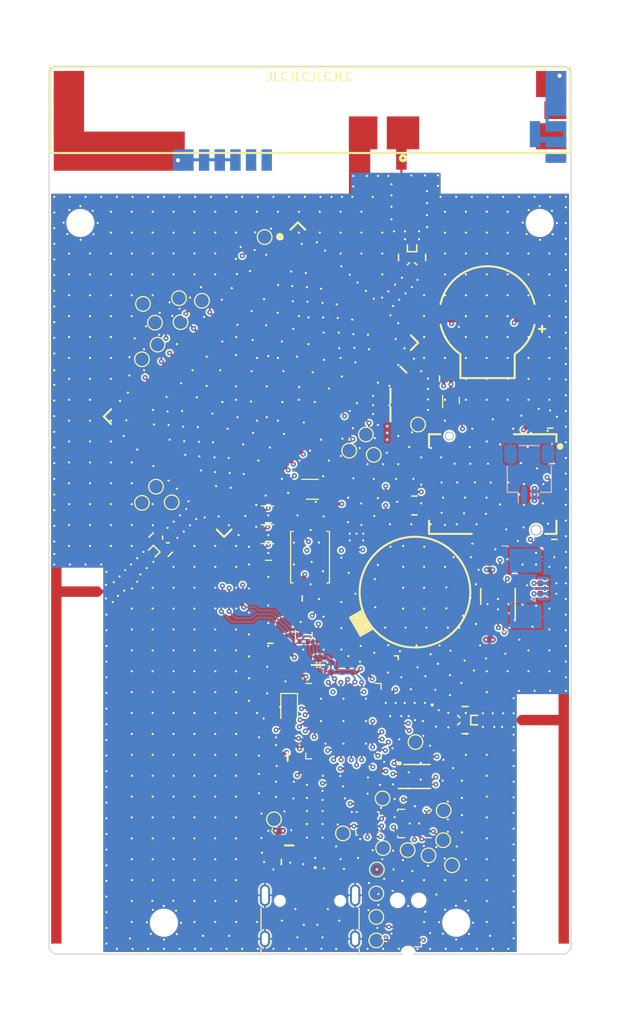
<source format=kicad_pcb>
(kicad_pcb (version 20221018) (generator pcbnew)
  (layers (0 "F.Cu" power) (1 "In1.Cu" signal) (2 "In2.Cu" signal) (3 "In3.Cu" signal) (4 "In4.Cu" signal) (31 "B.Cu" signal) (34 "B.Paste" user) (35 "F.Paste" user) (36 "B.SilkS" user "B.Silkscreen") (37 "F.SilkS" user "F.Silkscreen") (38 "B.Mask" user) (39 "F.Mask" user) (44 "Edge.Cuts" user))
  (net 0 "")
  (net 1 "/LTE_ANT3")
  (net 2 "/D+")
  (net 3 "GND")
  (net 4 "/BT_ANT")
  (net 5 "/D-")
  (net 6 "Net-(BZ1-+)")
  (net 7 "/USB_CC1")
  (net 8 "/USB_CC2")
  (net 9 "/VBUS_CON")
  (net 18 "/LTE_ANT1")
  (net 19 "/LTE_ANT2")
  (net 20 "/GPS_ANT2")
  (net 21 "/V_SIM_1V8")
  (net 22 "/XC1")
  (net 23 "/XC2")
  (net 24 "/LTE_VBAT")
  (net 25 "+1V8")
  (net 26 "/GPS_ANT1")
  (net 27 "/XL1")
  (net 28 "VBUS")
  (net 29 "/DEC4_6")
  (net 30 "/XL2")
  (net 31 "/NFC1")
  (net 32 "/DEC3")
  (net 33 "/LTE_SLEEP_P")
  (net 34 "+BATT")
  (net 35 "/DEC5")
  (net 36 "/DEC1")
  (net 37 "/BT_IN")
  (net 38 "/DECUSB")
  (net 39 "/BT_IN4")
  (net 40 "/NFC2")
  (net 41 "Net-(D9-A1)")
  (net 42 "/LTE_VCC")
  (net 43 "/SIM_CLK_P")
  (net 44 "/SIM_IO_P")
  (net 45 "/SIM_RST_P")
  (net 50 "/GPS_TP_P")
  (net 52 "Net-(U2-DCCH)")
  (net 53 "Net-(U2-DCC)")
  (net 54 "/LTE_CTS_P")
  (net 55 "/LTE_CTS")
  (net 56 "/LTE_RX_P")
  (net 57 "/LTE_RX")
  (net 58 "/SWDIO_nRF52")
  (net 59 "/SWDCLK_nRF52")
  (net 60 "/BT_IN2")
  (net 61 "/BT_IN3")
  (net 62 "/SIM_RST")
  (net 63 "/SIM_CLK")
  (net 64 "/SIM_IO")
  (net 75 "/LTE_RTS_P")
  (net 76 "/GPS_TIMEPULSE")
  (net 77 "/LTE_RTS")
  (net 78 "/LTE_TX_P")
  (net 79 "/LTE_TX")
  (net 80 "/CHG_PROG")
  (net 81 "/nRF52_GREEN")
  (net 82 "/nRF52_RED")
  (net 83 "/GPS_TX_P")
  (net 84 "/LTE_SLEEP")
  (net 85 "/BTN")
  (net 86 "/LTE_ACTIVE")
  (net 87 "/LTE_USB5V")
  (net 88 "/GPS_EXTINT")
  (net 89 "/GPS_TX")
  (net 90 "/LTE_USB3V")
  (net 91 "/LTE_D-")
  (net 92 "/LTE_D+")
  (net 93 "/LTE_PWR_CTRL")
  (net 94 "/LTE_RESET")
  (net 95 "Net-(D2-RK)")
  (net 96 "Net-(U1-RSVD_GND)")
  (net 97 "/LTE_ANT")
  (net 98 "Net-(U1-DTR)")
  (net 99 "/BUZ")
  (net 104 "/FLASH_CS")
  (net 110 "/CHG_TH1")
  (net 112 "/GPS_ANT")
  (net 118 "/ACC_INT")
  (net 119 "Net-(L10-Pad1)")
  (net 125 "/CHG_TH2")
  (net 126 "Net-(D2-GK)")
  (net 130 "/ACC_CS")
  (net 131 "/SCK")
  (net 132 "/MOSI")
  (net 133 "/MISO")
  (net 139 "/PRES_INT")
  (net 140 "/PRES_CS")
  (net 142 "/CHG_PG")
  (net 143 "/CHG_STAT2")
  (net 144 "/CHG_STAT1")
  (net 150 "Net-(D2-BK)")
  (net 151 "/LED_GREEN")
  (net 152 "/LED_RED")
  (net 153 "/LED_BLUE")
  (net 154 "/nRF52_BLUE")
  (net 155 "Net-(Q1-G)")
  (net 156 "Net-(Q2-G)")
  (net 157 "Net-(Q3-G)")
  (net 158 "Net-(Q4-G)")
  (net 161 "Net-(D1-A)")
  (net 162 "Net-(Q5-G)")
  (net 163 "/VIB")
  (footprint "passive:R_0603" (layer "F.Cu") (at 127.85 144.1)
    (fp_text reference "L4" hide)
    (fp_text value "10u")
  )
  (footprint "TestPoint:TestPoint_Pad_D1.0mm" (layer "F.Cu") (at 136.35 159.45)
    (fp_text reference "TP28" hide)
    (fp_text value "TestPoint" hide)
  )
  (footprint "passive:C_0402" (layer "F.Cu") (at 135.1 148.6 180)
    (fp_text reference "C54" hide)
    (fp_text value "0.1u")
  )
  (footprint "passive:R_0402" (layer "F.Cu") (at 118.75 101.55 -45)
    (fp_text reference "R23" hide)
    (fp_text value "100")
  )
  (footprint "kibuzzard-63FA6CC8" (layer "F.Cu") (at 108 109 -90)
    (fp_text reference "kibuzzard-63FA6CC8" hide)
    (fp_text value "G***" hide)
  )
  (footprint "passive:C_0201" (layer "F.Cu") (at 138.2 139.875 -90)
    (fp_text reference "C40" hide)
    (fp_text value "0.8p")
  )
  (footprint "passive:C_0402" (layer "F.Cu") (at 150.9 111.9 -90)
    (fp_text reference "C35" hide)
    (fp_text value "47p")
  )
  (footprint "Package_DFN_QFN:Nordic_AQFN-73-1EP_7x7mm_P0.5mm" (layer "F.Cu") (at 133.2 140.7)
    (fp_text reference "U2" hide)
    (fp_text value "nRF52840" hide)
  )
  (footprint "passive:R_0201" (layer "F.Cu") (at 140.6875 139.875 -90)
    (fp_text reference "L8" hide)
    (fp_text value "6.8n")
  )
  (footprint "passive:R_0201" (layer "F.Cu") (at 142.725 140.325 -90)
    (fp_text reference "L7" hide)
    (fp_text value "6.8n")
  )
  (footprint "passive:C_0402" (layer "F.Cu") (at 128.1 136.35 180)
    (fp_text reference "C10" hide)
    (fp_text value "1u")
  )
  (footprint "passive:R_0402" (layer "F.Cu") (at 130 129.9 180)
    (fp_text reference "R37" hide)
    (fp_text value "100")
  )
  (footprint "TestPoint:TestPoint_Pad_D1.0mm" (layer "F.Cu") (at 142.75 152.1)
    (fp_text reference "TP16" hide)
    (fp_text value "TestPoint" hide)
  )
  (footprint "passive:C_0402" (layer "F.Cu") (at 131.4 129.5 -90)
    (fp_text reference "C47" hide)
    (fp_text value "0.1u")
  )
  (footprint "Button_Switch_SMD:SW_SPST_EVQP2" (layer "F.Cu") (at 130 125 90)
    (fp_text reference "SW1" hide)
    (fp_text value "SW_Push" hide)
  )
  (footprint "connectors:pad_circ_1.5mm" (layer "F.Cu") (at 127.5 131.5)
    (fp_text reference "J7" hide)
    (fp_text value "Conn_01x01" hide)
  )
  (footprint "TestPoint:TestPoint_Pad_D1.0mm" (layer "F.Cu") (at 114 100.75)
    (fp_text reference "TP40" hide)
    (fp_text value "TestPoint" hide)
  )
  (footprint "passive:R_0402" (layer "F.Cu") (at 131.95 145.7 -90)
    (fp_text reference "R27" hide)
    (fp_text value "100")
  )
  (footprint "passive:D_0402_DFN1006" (layer "F.Cu") (at 126.2 132.5 90)
    (fp_text reference "D1" hide)
    (fp_text value "1N4148")
  )
  (footprint "passive:C_0402" (layer "F.Cu") (at 138.9 135.45 -90)
    (fp_text reference "C6" hide)
    (fp_text value "12p")
  )
  (footprint "passive:D_0402_DFN1006" (layer "F.Cu") (at 143.15 107.9)
    (fp_text reference "D10" hide)
    (fp_text value "1N4148")
  )
  (footprint "passive:C_0402" (layer "F.Cu") (at 152.5 127.5)
    (fp_text reference "C17" hide)
    (fp_text value "DNP")
  )
  (footprint "passive:R_0402" (layer "F.Cu") (at 133.35 112.95 -45)
    (fp_text reference "R20" hide)
    (fp_text value "100")
  )
  (footprint "passive:R_0201" (layer "F.Cu") (at 139.1 139.6)
    (fp_text reference "L5" hide)
    (fp_text value "4.7n")
  )
  (footprint "connectors:MM8130-2600" (layer "F.Cu") (at 139.775 96.3 180)
    (fp_text reference "U10" hide)
    (fp_text value "MM8130-2600")
  )
  (footprint "son:X2SON" (layer "F.Cu") (at 130.5 154.175 90)
    (fp_text reference "D8" hide)
    (fp_text value "ESD122DMYR")
  )
  (footprint "TestPoint:TestPoint_Pad_D1.0mm" (layer "F.Cu") (at 113.9 119.8)
    (fp_text reference "TP22" hide)
    (fp_text value "TestPoint" hide)
  )
  (footprint "TestPoint:TestPoint_Pad_D1.0mm" (layer "F.Cu") (at 117.45 100.2)
    (fp_text reference "TP32" hide)
    (fp_text value "TestPoint" hide)
  )
  (footprint "passive:C_0402" (layer "F.Cu") (at 140.2 108.9)
    (fp_text reference "C16" hide)
    (fp_text value "15p")
  )
  (footprint "passive:R_0402" (layer "F.Cu") (at 116.7 103.6 -45)
    (fp_text reference "R24" hide)
    (fp_text value "100")
  )
  (footprint "antennas:P822602" (layer "F.Cu") (at 130 82.2)
    (fp_text reference "Ant3" hide)
    (fp_text value "antenna")
  )
  (footprint "passive:D_0402_DFN1006" (layer "F.Cu") (at 153 111.9 90)
    (fp_text reference "D4" hide)
    (fp_text value "D_TVS")
  )
  (footprint "kikit:Tab" (layer "F.Cu") (at 108 163.25 90)
    (fp_text reference "T2" hide)
    (fp_text value "Tab")
  )
  (footprint "passive:C_0402" (layer "F.Cu") (at 128.1 137.45 180)
    (fp_text reference "C39" hide)
    (fp_text value "0.1u")
  )
  (footprint "MountingHole:MountingHole_2.2mm_M2" (layer "F.Cu") (at 116 160)
    (fp_text reference "H3" hide)
    (fp_text value "MountingHole_Pad" hide)
  )
  (footprint "passive:C_0402" (layer "F.Cu") (at 140.2 110.9)
    (fp_text reference "C19" hide)
    (fp_text value "0.1u")
  )
  (footprint "passive:D_0402_DFN1006" (layer "F.Cu") (at 140 118.4 90)
    (fp_text reference "D6" hide)
    (fp_text value "D_TVS")
  )
  (footprint "passive:D_0402_DFN1006" (layer "F.Cu") (at 153.4 124.05 -90)
    (fp_text reference "D3" hide)
    (fp_text value "D_TVS")
  )
  (footprint "passive:C_0402" (layer "F.Cu") (at 152.3 124.15 90)
    (fp_text reference "C26" hide)
    (fp_text value "47p")
  )
  (footprint "passive:R_0402" (layer "F.Cu") (at 129.1 152.9 90)
    (fp_text reference "R14" hide)
    (fp_text value "5.1k")
  )
  (footprint "passive:C_0201" (layer "F.Cu") (at 140 139.875 -90)
    (fp_text reference "C33" hide)
    (fp_text value "0.5p")
  )
  (footprint "passive:C_0402" (layer "F.Cu") (at 139.05 120.15 -90)
    (fp_text reference "C29" hide)
    (fp_text value "47p")
  )
  (footprint "kikit:Tab" (layer "F.Cu") (at 152 163.25 90)
    (fp_text reference "T4" hide)
    (fp_text value "Tab")
  )
  (footprint "TestPoint:TestPoint_Pad_D1.0mm" (layer "F.Cu") (at 139.35 153.05)
    (fp_text reference "TP13" hide)
    (fp_text value "TestPoint" hide)
  )
  (footprint "passive:C_0402" (layer "F.Cu") (at 133.5 145.7 -90)
    (fp_text reference "C31" hide)
    (fp_text value "0.1u")
  )
  (footprint "Package_TO_SOT_SMD:SOT-723" (layer "F.Cu") (at 126.025 122.7)
    (fp_text reference "Q1" hide)
    (fp_text value "RUM002N02T2L" hide)
  )
  (footprint "passive:C_0402" (layer "F.Cu") (at 138.2 137.1)
    (fp_text reference "C32" hide)
    (fp_text value "100p")
  )
  (footprint "passive:C_0805" (layer "F.Cu") (at 137.7 109.55 180)
    (fp_text reference "C22" hide)
    (fp_text value "47u")
  )
  (footprint "TestPoint:TestPoint_Pad_D1.0mm" (layer "F.Cu") (at 136.4 154.9)
    (fp_text reference "TP37" hide)
    (fp_text value "TestPoint" hide)
  )
  (footprint "passive:R_0402" (layer "F.Cu") (at 137.7 118.8)
    (fp_text reference "R1" hide)
    (fp_text value "100")
  )
  (footprint "TestPoint:TestPoint_Pad_D1.0mm" (layer "F.Cu") (at 136.95 148.1)
    (fp_text reference "TP11" hide)
    (fp_text value "TestPoint" hide)
  )
  (footprint "Package_LGA:ST_HLGA-10_2x2mm_P0.5mm_LayoutBorder3x2y" (layer "F.Cu") (at 135.5 150.5)
    (fp_text reference "U14" hide)
    (fp_text value "LPS22HBTR" hide)
  )
  (footprint "passive:R_0402" (layer "F.Cu") (at 131.9 152.8 90)
    (fp_text reference "R13" hide)
    (fp_text value "5.1k")
  )
  (footprint "passive:C_0201" (layer "F.Cu") (at 147.125 140.875 -90)
    (fp_text reference "C50" hide)
    (fp_text value "DNP")
  )
  (footprint "Package_TO_SOT_SMD:SOT-723" (layer "F.Cu") (at 143.5 110 90)
    (fp_text reference "Q3" hide)
    (fp_text value "RUM002N02T2L" hide)
  )
  (footprint "TestPoint:TestPoint_Pad_D1.0mm" (layer "F.Cu") (at 142.8 149.25)
    (fp_text reference "TP12" hide)
    (fp_text value "TestPoint" hide)
  )
  (footprint "passive:R_0402" (layer "F.Cu") (at 122.4 129 90)
    (fp_text reference "R32" hide)
    (fp_text value "100")
  )
  (footprint "kibuzzard-63FA0532" (layer "F.Cu") (at 112 160 -90)
    (fp_text reference "kibuzzard-63FA0532" hide)
    (fp_text value "G***" hide)
  )
  (footprint "passive:R_0402" (layer "F.Cu") (at 146.9 125.5)
    (fp_text reference "R36" hide)
    (fp_text value "69.8k")
  )
  (footprint "buzzers:AST0927" (layer "F.Cu") (at 147 101.754887)
    (fp_text reference "BZ1" hide)
    (fp_text value "Buzzer" hide)
  )
  (footprint "passive:C_0402" (layer "F.Cu") (at 140.2 107.9)
    (fp_text reference "C18" hide)
    (fp_text value "68p")
  )
  (footprint "passive:C_0201" (layer "F.Cu") (at 112.65 127.25 -45)
    (fp_text reference "C14" hide)
    (fp_text value "DNP")
  )
  (footprint "passive:C_0402" (layer "F.Cu") (at 136.7 145.7 -90)
    (fp_text reference "C37" hide)
    (fp_text value "0.1u")
  )
  (footprint "TestPoint:TestPoint_Pad_D1.0mm" (layer "F.Cu") (at 137 152.85)
    (fp_text reference "TP15" hide)
    (fp_text value "TestPoint" hide)
  )
  (footprint "crystals:Crystal_4Pin_2.0x1.6mm" (layer "F.Cu") (at 137.2 135.5 180)
    (fp_text reference "Y1" hide)
    (fp_text value "32 MHz" hide)
  )
  (footprint "passive:C_0402" (layer "F.Cu") (at 138.75 89.95 -90)
    (fp_text reference "C5" hide)
    (fp_text value "2.4p")
  )
  (footprint "passive:R_0402" (layer "F.Cu") (at 124.25 96.05 -45)
    (fp_text reference "R34" hide)
    (fp_text value "5.1k")
  )
  (footprint "passive:C_0402" (layer "F.Cu") (at 137.5 134)
    (fp_text reference "C7" hide)
    (fp_text value "12p")
  )
  (footprint "passive:R_0402" (layer "F.Cu") (at 127.45 120.9 -90)
    (fp_text reference "R39" hide)
    (fp_text value "150")
  )
  (footprint "passive:C_0402" (layer "F.Cu") (at 127.85 142.05 180)
    (fp_text reference "C28" hide)
    (fp_text value "4.7u")
  )
  (footprint "kikit:Tab" (layer "F.Cu") (at 115 78 -90)
    (fp_text reference "T1" hide)
    (fp_text value "Tab")
  )
  (footprint "TestPoint:TestPoint_Pad_D1.0mm" (layer "F.Cu") (at 140.1 142.7)
    (fp_text reference "TP14" hide)
    (fp_text value "TestPoint" hide)
  )
  (footprint "Package_TO_SOT_SMD:SOT-723" (layer "F.Cu") (at 126.025 120.9)
    (fp_text reference "Q4" hide)
    (fp_text value "RUM002N02T2L" hide)
  )
  (footprint "passive:C_0402" (layer "F.Cu") (at 152.5 128.5)
    (fp_text reference "C20" hide)
    (fp_text value "DNP")
  )
  (footprint "passive:R_0402" (layer "F.Cu") (at 130.8 132.5 -90)
    (fp_text reference "R16" hide)
    (fp_text value "100")
  )
  (footprint "connectors:SIM8051-6-0-14-01-X" (layer "F.Cu") (at 147.5 118 90)
    (fp_text reference "J1" hide)
    (fp_text value "SIM8051-6-0-14-01-X")
  )
  (footprint "passive:R_0402" (layer "F.Cu") (at 149.6 126.5 -90)
    (fp_text reference "R26" hide)
    (fp_text value "1k")
  )
  (footprint "son:USON-8-3x2mm-EP" (layer "F.Cu") (at 140 146)
    (fp_text reference "U12" hide)
    (fp_text value "MX25R1635F" hide)
  )
  (footprint "passive:D_0402_DFN1006" (layer "F.Cu") (at 130 128.95)
    (fp_text reference "D9" hide)
    (fp_text value "D_TVS")
  )
  (footprint "passive:C_0402" (layer "F.Cu") (at 126.5 137.95 90)
    (fp_text reference "C11" hide)
    (fp_text value "12p")
  )
  (footprint "passive:C_0402" (layer "F.Cu") (at 151.9 111.9 -90)
    (fp_text reference "C1" hide)
    (fp_text value "0.1u")
  )
  (footprint "passive:C_0402" (layer "F.Cu") (at 127.85 143 180)
    (fp_text reference "C45" hide)
    (fp_text value "4.7u")
  )
  (footprint "passive:C_0402" (layer "F.Cu") (at 140.2 109.9)
    (fp_text reference "C8" hide)
    (fp_text value "10n")
  )
  (footprint "passive:R_0201" (layer "F.Cu") (at 111.8 127.7 45)
    (fp_text reference "L3" hide)
    (fp_text value "0")
  )
  (footprint "passive:R_0402" (layer "F.Cu") (at 139.05 144.1)
    (fp_text reference "R31" hide)
    (fp_text value "100k")
  )
  (footprint "TestPoint:TestPoint_Pad_D1.0mm" (layer "F.Cu") (at 136.1 115.2)
    (fp_text reference "TP10" hide)
    (fp_text value "TestPoint" hide)
  )
  (footprint "passive:C_0402" (layer "F.Cu") (at 134.1 135.55 90)
    (fp_text reference "C41" hide)
    (fp_text value "47n")
  )
  (footprint "passive:R_0402" (layer "F.Cu") (at 148.2 126.5 -90)
    (fp_text reference "R35" hide)
    (fp_text value "1.54k")
  )
  (footprint "passive:R_0402" (layer "F.Cu") (at 124.018198 122.268198 135)
    (fp_text reference "R21" hide)
    (fp_text value "0")
  )
  (footprint "Crystal:Crystal_SMD_2012-2Pin_2.0x1.2mm" (layer "F.Cu") (at 128 139.25 -90)
    (fp_text reference "Y2" hide)
    (fp_text value "32.768 kHz" hide)
  )
  (footprint "passive:C_0402" (layer "F.Cu") (at 129.5 145.65 -90)
    (fp_text reference "C44" hide)
    (fp_text value "4.7u")
  )
  (footprint "TestPoint:TestPoint_Pad_D1.0mm" (layer "F.Cu") (at 115.25 118.25)
    (fp_text reference "TP20" hide)
    (fp_text value "TestPoint" hide)
  )
  (footprint "rusty-tracker:2.4ghz-inverted-f" (layer "F.Cu") (at 149.8 138.1 -90)
    (fp_text reference "Ant2" hide)
    (fp_text value "antenna" hide)
  )
  (footprint "passive:R_0402" (layer "F.Cu") (at 127.85 141.1 180)
    (fp_text reference "R25" hide)
    (fp_text value "100")
  )
  (footprint "TestPoint:TestPoint_Pad_D1.0mm" (layer "F.Cu") (at 126.55 150.1)
    (fp_text reference "TP3" hide)
    (fp_text value "TestPoint" hide)
  )
  (footprint "passive:R_0402" (layer "F.Cu") (at 137.7 120.65)
    (fp_text reference "R3" hide)
    (fp_text value "100")
  )
  (footprint "passive:C_0201" (layer "F.Cu") (at 111.05 128.5 -90)
    (fp_text reference "C15" hide)
    (fp_text value "DNP")
  )
  (footprint "passive:R_0402" (layer "F.Cu") (at 134.9 111.4 135)
    (fp_text reference "R29" hide)
    (fp_text value "100")
  )
  (footprint "TestPoint:TestPoint_Pad_D1.0mm" (layer "F.Cu") (at 125.65 94.35)
    (fp_text reference "TP9" hide)
    (fp_text value "TestPoint" hide)
  )
  (footprint "TestPoint:TestPoint_Pad_D1.0mm" (layer "F.Cu") (at 143.6 154.5)
    (fp_text reference "TP19" hide)
    (fp_text value "TestPoint" hide)
  )
  (footprint "passive:R_0402" (layer "F.Cu") (at 121.5 129 90)
    (fp_text reference "R28" hide)
    (fp_text value "100")
  )
  (footprint "rusty-tracker:gps-inverted-f" (layer "F.Cu") (at 110.2 126 90)
    (fp_text reference "Ant1" hide)
    (fp_text value "antenna" hide)
  )
  (footprint "passive:C_0402" (layer "F.Cu") (at 140.225 91.7)
    (fp_text reference "C3" hide)
    (fp_text value "DNP")
  )
  (footprint "TestPoint:TestPoint_Pad_D1.0mm" (layer "F.Cu") (at 136.35 157.2)
    (fp_text reference "TP26" hide)
    (fp_text value "TestPoint" hide)
  )
  (footprint "TestPoint:TestPoint_Pad_D1.0mm" (layer "F.Cu") (at 116.75 119.75)
    (fp_text reference "TP21" hide)
    (fp_text value "TestPoint" hide)
  )
  (footprint "passive:D_0402_DFN1006" (layer "F.Cu") (at 140 120.2 90)
    (fp_text reference "D5" hide)
    (fp_text value "D_TVS")
  )
  (footprint "passive:C_0402" (layer "F.Cu") (at 138.2 138.3)
    (fp_text reference "C27" hide)
    (fp_text value "DNP")
  )
  (footprint "passive:R_0402" (layer "F.Cu") (at 138.75 92.25 90)
    (fp_text reference "L1" hide)
    (fp_text value "1.0n")
  )
  (footprint "passive:C_0402" (layer "F.Cu") (at 140.225 92.8)
    (fp_text reference "C2" hide)
    (fp_text value "0.3p")
  )
  (footprint "rf_ic:u-blox SARA-R4" (layer "F.Cu") (at 125.3 108 -45)
    (fp_text reference "U1" hide)
    (fp_text value "uBLOX SARA-R42x")
  )
  (footprint "passive:R_0603" (layer "F.Cu") (at 130.775 135.325 -90)
    (fp_text reference "L10" hide)
    (fp_text value "10u")
  )
  (footprint "MountingHole:MountingHole_2.2mm_M2" (layer "F.Cu") (at 144 160)
    (fp_text reference "H2" hide)
    (fp_text value "MountingHole_Pad" hide)
  )
  (footprint "passive:R_0402" (layer "F.Cu") (at 144.1 112 180)
    (fp_text reference "R38" hide)
    (fp_text value "100")
  )
  (footprint "Package_TO_SOT_SMD:SOT-723" (layer "F.Cu") (at 126.025 124.5)
    (fp_text reference "Q2" hide)
    (fp_text value "RUM002N02T2L" hide)
  )
  (footprint "passive:C_0402" (layer "F.Cu") (at 146.9 132.1)
    (fp_text reference "C38" hide)
    (fp_text value "4.7u")
  )
  (footprint "passive:R_0603" (layer "F.Cu") (at 138.95 107.05 45)
    (fp_text reference "FB1" hide)
    (fp_text value "BLM18EG221SN1D" hide)
  )
  (footprint "passive:C_0402" (layer "F.Cu") (at 141.1 144.1)
    (fp_text reference "C52" hide)
    (fp_text value "0.1u")
  )
  (footprint "connectors:USB_C_Receptacle_USB4105" (layer "F.Cu") (at 130 160.5)
    (fp_text reference "J2" hide)
    (fp_text value "USB_C_Receptacle_USB2.0" hide)
  )
  (footprint "passive:C_0402" (layer "F.Cu") (at 128 145.2 180)
    (fp_text reference "C43" hide)
    (fp_text value "4.7u")
  )
  (footprint "passive:C_0402" (layer "F.Cu") (at 135.5 135.7 90)
    (fp_text reference "C42" hide)
    (fp_text value "0.1u")
  )
  (footprint "TestPoint:TestPoint_Pad_D1.0mm" (layer "F.Cu") (at 136.35 161.7)
    (fp_text reference "TP27" hide)
    (fp_text value "TestPoint" hide)
  )
  (footprint "Package_DFN_QFN:DFN-10-1EP_3x3mm_P0.5mm_EP1.55x2.48mm" (layer "F.Cu") (at 148 129.5 90)
    (fp_text reference "U5" hide)
    (fp_text value "MCP73833" hide)
  )
  (footprint "passive:R_0402" (layer "F.Cu") (at 127.7 118 45)
    (fp_text reference "R2" hide)
    (fp_text value "100")
  )
  (footprint "LED_SMD:LED_LiteOn_LTST-C19HE1WT" (layer "F.Cu") (at 130 118.5 90)
    (fp_text reference "D2" hide)
    (fp_text value "LTST-C19HE1WT" hide)
  )
  (footprint "TestPoint:TestPoint_Pad_D1.0mm" (layer "F.Cu") (at 115.4 104.65)
    (fp_text reference "TP36" hide)
    (fp_text value "TestPoint" hide)
  )
  (footprint "MountingHole:MountingHole_2.2mm_M2" (layer "F.Cu") (at 108 93)
    (fp_text reference "H4" hide)
    (fp_text value "MountingHole_Pad" hide)
  )
  (footprint "passive:C_0402" (layer "F.Cu") (at 126.5 153.3)
    (fp_text reference "C24" hide)
    (fp_text value "4.7u")
  )
  (footprint "passive:R_0402" (layer "F.Cu") (at 134.45 123.85 90)
    (fp_text reference "TH1" hide)
    (fp_text value "10k")
  )
  (footprint "passive:R_0402" (layer "F.Cu") (at 120.75 99.55 -45)
    (fp_text reference "R22" hide)
    (fp_text value "0")
  )
  (footprint "rusty-tracker:B39242B8328P810" (layer "F.Cu") (at 141.7 140.1)
    (fp_text reference "U8" hide)
    (fp_text value "B39242B8328P810")
  )
  (footprint "passive:C_0402" (layer "F.Cu") (at 133.075 135.55 90)
    (fp_text reference "C30" hide)
    (fp_text value "1u")
  )
  (footprint "passive:R_0402" (layer "F.Cu") (at 140.225 89.4)
    (fp_text reference "L2" hide)
    (fp_text value "24n")
  )
  (footprint "passive:C_0402" (layer "F.Cu") (at 126.5 139.75 90)
    (fp_text reference "C13" hide)
    (fp_text value "12p")
  )
  (footprint "passive:C_0402" (layer "F.Cu") (at 138.1 141.8)
    (fp_text reference "C36" hide)
    (fp_text value "820p")
  )
  (footprint "passive:C_0805" (layer "F.Cu") (at 137.7 111.3 180)
    (fp_text reference "C21" hide)
    (fp_text value "47u")
  )
  (footprint "passive:C_0201" (layer "F.Cu") (at 148.95 140.875 -90)
    (fp_text reference "C49" hide)
    (fp_text value "DNP")
  )
  (footprint "passive:D_0402_DFN1006" (layer "F.Cu") (at 126.5 154.2 180)
    (fp_text reference "D7" hide)
    (fp_text value "D_TVS")
  )
  (footprint "passive:R_0402" (layer "F.Cu") (at 138.55 112.7 180)
    (fp_text reference "R15" hide)
    (fp_text value "0")
  )
  (footprint "TestPoint:TestPoint_Pad_D1.0mm" (layer "F.Cu") (at 133.75 114.8)
    (fp_text reference "TP8" hide)
    (fp_text value "TestPoint" hide)
  )
  (footprint "passive:R_0402" (layer "F.Cu") (at 123.4 128.95 90)
    (fp_text reference "R41" hide)
    (fp_text value "100")
  )
  (footprint "passive:C_0402" (layer "F.Cu") (at 140.225 90.5)
    (fp_text reference "C4" hide)
    (fp_text value "DNP")
  )
  (footprint "connectors:MM8130-2600" (layer "F.Cu") (at 115.7 123.8 -45)
    (fp_text reference "U9" hide)
    (fp_text value "MM8130-2600")
  )
  (footprint "passive:C_0402" (layer "F.Cu") (at 139.05 118.35 -90)
    (fp_text reference "C23" hide)
    (fp_text value "47p")
  )
  (footprint "TestPoint:TestPoint_Pad_D1.0mm" (layer "F.Cu") (at 117.6 102.5)
    (fp_text reference "TP33" hide)
    (fp_text value "TestPoint" hide)
  )
  (footprint "passive:R_0402" (layer "F.Cu") (at 127.45 122.7 -90)
    (fp_text reference "R33" hide)
    (fp_text value "150")
  )
  (footprint "connectors:pad_circ_1.5mm" (layer "F.Cu") (at 127.5 133.5)
    (fp_text reference "J6" hide)
    (fp_text value "Conn_01x01" hide)
  )
  (footprint "kibuzzard-63E4FB20" (layer "F.Cu") (at 136 89.5)
    (fp_text reference "kibuzzard-63E4FB20" hide)
    (fp_text value "G***" hide)
  )
  (footprint "passive:C_0402" (layer "F.Cu") (at 140.05 148.225 180)
    (fp_text reference "C53" hide)
    (fp_text value "0.1u")
  )
  (footprint "TestPoint:TestPoint_Pad_D1.0mm" (layer "F.Cu") (at 113.9 106.05)
    (fp_text reference "TP5" hide)
    (fp_text value "TestPoint" hide)
  )
  (footprint "Connector:Tag-Connect_TC2030-IDC-NL_2x03_P1.27mm_Vertical" (layer "F.Cu") (at 139.4 160.4 90)
    (fp_text reference "J4" hide)
    (fp_text value "tag-connect-swd" hide)
  )
  (footprint "passive:C_0402" (layer "F.Cu") (at 126.5 151.9 180)
    (fp_text reference "C25" hide)
    (fp_text value "4.7u")
  )
  (footprint "passive:R_0201" (layer "F.Cu") (at 148.05 140.6)
    (fp_text reference "L6" hide)
    (fp_text value "0")
  )
  (footprint "kikit:Tab" (layer "F.Cu") (at 145 78 -90)
    (fp_text reference "T3" hide)
    (fp_text value "Tab")
  )
  (footprint "vibrators:VC1034B018F" (layer "F.Cu") (at 140.05 128.35 -60)
    (fp_text reference "U3" hide)
    (fp_text value "VC1034B018F" hide)
  )
  (footprint "TestPoint:TestPoint_Pad_D1.0mm" (layer "F.Cu") (at 119.65 100.45)
    (fp_text reference "TP31" hide)
    (fp_text value "TestPoint" hide)
  )
  (footprint "Package_TO_SOT_SMD:SOT-723" (layer "F.Cu") (at 129.4 132.5 90)
    (fp_text reference "Q5" hide)
    (fp_text value "RUM002N02T2L" hide)
  )
  (footprint "passive:R_0603" (layer "F.Cu") (at 128 152.6 90)
    (fp_text reference "FB2" hide)
    (fp_text value "BLM18EG221SN1D" hide)
  )
  (footprint "TestPoint:TestPoint_Pad_D1.0mm" (layer "F.Cu") (at 140.35 112.3)
    (fp_text reference "TP29" hide)
    (fp_text value "TestPoint" hide)
  )
  (footprint "passive:C_0402" (layer "F.Cu") (at 146.9 126.9)
    (fp_text reference "C48" hide)
    (fp_text value "4.7u")
  )
  (footprint "Package_LGA:LGA-14_3x2.5mm_P0.5mm_LayoutBorder3x4y" (layer "F.Cu") (at 140 150.5 180)
    (fp_text reference "U13" hide)
    (fp_text value "LSM6DS3" hide)
  )
  (footprint "kibuzzard-63E4FB2E" (layer "F.Cu") (at 148 160 -90)
    (fp_text reference "kibuzzard-63E4FB2E" hide)
    (fp_text value "G***" hide)
  )
  (footprint "TestPoint:TestPoint_Pad_D1.0mm" (layer "F.Cu") (at 115.15 102.55)
    (fp_text reference "TP34" hide)
    (fp_text value "TestPoint" hide)
  )
  (footprint "passive:R_0402" (layer "F.Cu") (at 132.025 135.55 90)
    (fp_text reference "L9" hide)
    (fp_text value "15n")
  )
  (footprint "TestPoint:TestPoint_Pad_D1.0mm" (layer "F.Cu") (at 135.35 113.25)
    (fp_text reference "TP6" hide)
    (fp_text value "TestPoint" hide)
  )
  (footprint "connectors:MM8130-2600" (layer "F.Cu") (at 144.85 140.6 90)
    (fp_text reference "U11" hide)
    (fp_text value "MM8130-2600")
  )
  (footprint "MountingHole:MountingHole_2.2mm_M2" (layer "F.Cu") (at 152 93)
    (fp_text reference "H1" hide)
    (fp_text value "MountingHole_Pad" hide)
  )
  (footprint "TestPoint:TestPoint_Pad_D1.0mm" (layer "F.Cu") (at 141.35 153.55)
    (fp_text reference "TP18" hide)
    (fp_text value "TestPoint" hide)
  )
  (footprint "TestPoint:TestPoint_Pad_D1.0mm" (layer "F.Cu") (at 133.15 151.45)
    (fp_text reference "TP17" hide)
    (fp_text value "TestPoint" hide)
  )
  (footprint "passive:R_0402" (layer "F.Cu") (at 127.45 124.5 -90)
    (fp_text reference "R40" hide)
    (fp_text value "150")
  )
  (footprint "rusty-tracker:ANT_0402" (layer "B.Cu") (at 125.1 87.75 180)
    (fp_text reference "R8" hide)
    (fp_text value "DNP")
  )
  (footprint "rusty-tracker:ANT_0402" (layer "B.Cu") (at 152.3 84)
    (fp_text reference "R6" hide)
    (fp_text value "DNP")
  )
  (footprint "rusty-tracker:ANT_0402" (layer "B.Cu") (at 122.1 87.75 180)
    (fp_text reference "R10" hide)
    (fp_text value "DNP")
  )
  (footprint "rusty-tracker:ANT_0402" (layer "B.Cu") (at 120.6 86.2 180)
    (fp_text reference "R11" hide)
    (fp_text value "DNP")
  )
  (footprint "rusty-tracker:ANT_0402" (layer "B.Cu") (at 119.1 87.75 180)
    (fp_text reference "R12" hide)
    (fp_text value "DNP")
  )
  (footprint "rusty-tracker:ANT_0402" (layer "B.Cu") (at 123.6 86.2 180)
    (fp_text reference "R9" hide)
    (fp_text value "DNP")
  )
  (footprint "rusty-tracker:ANT_0402" (layer "B.Cu") (at 154.3 83 90)
    (fp_text reference "R7" hide)
    (fp_text value "DNP")
  )
  (footprint "Connector_JST:JST_SH_SM02B-SRSS-TB_1x02-1MP_P1.00mm_Horizontal" (layer "B.Cu") (at 151 117)
    (fp_text reference "J5" hide)
    (fp_text value "Battery Connector" hide)
  )
  (footprint "kibuzzard-63E50121" (layer "B.Cu") (at 130 93.25 180)
    (fp_text reference "kibuzzard-63E50121" hide)
    (fp_text value "G***" hide)
  )
  (footprint "rusty-tracker:ANT_0402" (layer "B.Cu") (at 152.3 85)
    (fp_text reference "R5" hide)
    (fp_text value "DNP")
  )
  (footprint "Connector_FFC-FPC:TE_0-1734839-5_1x05-1MP_P0.5mm_Horizontal" (layer "B.Cu") (at 151 128 90)
    (fp_text reference "J3" hide)
    (fp_text value "NFC")
  )
  (footprint "rusty-tracker:ANT_0402" (layer "B.Cu") (at 154.3 86 90)
    (fp_text reference "R4" hide)
    (fp_text value "DNP")
  )
  (gr_line (start 154.5 78) (end 155 78.5) (stroke (width 0.1)) (layer "Edge.Cuts"))
  (gr_line (start 155 162.5) (end 154.5 163) (stroke (width 0.1)) (layer "Edge.Cuts"))
  (gr_line (start 105.5 78) (end 105 78.5) (stroke (width 0.1)) (layer "Edge.Cuts"))
  (gr_line (start 105 162.5) (end 105.5 163) (stroke (width 0.1)) (layer "Edge.Cuts"))
  (gr_line (start 154.5 163) (end 105.5 163) (stroke (width 0.1)) (layer "Edge.Cuts"))
  (gr_line (start 155 78.5) (end 155 162.5) (stroke (width 0.1)) (layer "Edge.Cuts"))
  (gr_line (start 105 162.5) (end 105 78.5) (stroke (width 0.1)) (layer "Edge.Cuts"))
  (gr_line (start 105.5 78) (end 154.5 78) (stroke (width 0.1)) (layer "Edge.Cuts"))
  (gr_text "JLCJLCJLCJLC" (at 130 79) (layer "F.SilkS") (effects (font (size 0.81 0.81))))
  (segment (start 139.775 92.8) (end 138.85 92.8) (width 0.2) (layer "F.Cu") (net 1))
  (segment (start 139.775 92.8) (end 139.775 95.115) (width 0.34938) (layer "F.Cu") (net 1))
  (segment (start 138.85 92.8) (end 138.75 92.7) (width 0.2) (layer "F.Cu") (net 1))
  (segment (start 129.75 156.455) (end 129.75 157.15) (width 0.23) (layer "F.Cu") (net 2))
  (segment (start 130.69 154.69) (end 130.69 155.715) (width 0.23) (layer "F.Cu") (net 2))
  (segment (start 130.045 157.445) (end 130.421899 157.445) (width 0.23) (layer "F.Cu") (net 2))
  (segment (start 131.41 144.99) (end 131.41 143.99) (width 0.23) (layer "F.Cu") (net 2))
  (segment (start 130.69 155.715) (end 130.75 155.775) (width 0.23) (layer "F.Cu") (net 2))
  (segment (start 130.75 155.775) (end 130.75 156.5) (width 0.23) (layer "F.Cu") (net 2))
  (segment (start 129.75 157.15) (end 130.045 157.445) (width 0.23) (layer "F.Cu") (net 2))
  (segment (start 131 154.05) (end 131.015 154.035) (width 0.23) (layer "F.Cu") (net 2))
  (segment (start 131 154.38) (end 130.69 154.69) (width 0.23) (layer "F.Cu") (net 2))
  (segment (start 130.65 153.15) (end 130.65 145.75) (width 0.23) (layer "F.Cu") (net 2))
  (segment (start 130.421899 157.445) (end 130.75 157.116899) (width 0.23) (layer "F.Cu") (net 2))
  (segment (start 130.65 145.75) (end 131.41 144.99) (width 0.23) (layer "F.Cu") (net 2))
  (segment (start 130.75 156.616899) (end 130.75 155.955) (width 0.23) (layer "F.Cu") (net 2))
  (segment (start 131.015 154.035) (end 131.015 153.515) (width 0.23) (layer "F.Cu") (net 2))
  (segment (start 131.015 153.515) (end 130.65 153.15) (width 0.23) (layer "F.Cu") (net 2))
  (segment (start 131 154.05) (end 131 154.38) (width 0.23) (layer "F.Cu") (net 2))
  (segment (start 131.41 143.99) (end 131.45 143.95) (width 0.23) (layer "F.Cu") (net 2))
  (segment (start 127.025 142.525) (end 126.75 142.25) (width 0.15) (layer "F.Cu") (net 3))
  (segment (start 127.4 142.525) (end 127.4 143) (width 0.15) (layer "F.Cu") (net 3))
  (segment (start 130.35 128.8) (end 130.05 128.5) (width 0.15) (layer "F.Cu") (net 3))
  (segment (start 140.5 148.225) (end 140.5 148.65) (width 0.2) (layer "F.Cu") (net 3))
  (segment (start 136.05 135) (end 135.9 134.85) (width 0.15) (layer "F.Cu") (net 3))
  (segment (start 119.07746 106.444365) (end 119.431014 106.444365) (width 0.15) (layer "F.Cu") (net 3))
  (segment (start 135.95 139.2) (end 136.05 139.3) (width 0.15) (layer "F.Cu") (net 3))
  (segment (start 128.163782 95.307433) (end 128.163782 95.313782) (width 0.15) (layer "F.Cu") (net 3))
  (segment (start 140.5 148.65) (end 140.3 148.85) (width 0.2) (layer "F.Cu") (net 3))
  (segment (start 126.608148 96.863068) (end 127.562742 97.817662) (width 0.15) (layer "F.Cu") (net 3))
  (segment (start 136.9 110.45) (end 136.05 110.45) (width 0.15) (layer "F.Cu") (net 3))
  (segment (start 129.185913 96.335913) (end 128.835534 96.686292) (width 0.15) (layer "F.Cu") (net 3))
  (segment (start 128.85 146.5) (end 128.45 146.5) (width 0.15) (layer "F.Cu") (net 3))
  (segment (start 112.960987 112.560839) (end 113.635913 111.885913) (width 0.15) (layer "F.Cu") (net 3))
  (segment (start 129.5 146.1) (end 129.25 146.1) (width 0.15) (layer "F.Cu") (net 3))
  (segment (start 130.05 128.5) (end 130.05 127.6) (width 0.15) (layer "F.Cu") (net 3))
  (segment (start 129.25 146.1) (end 128.85 146.5) (width 0.15) (layer "F.Cu") (net 3))
  (segment (start 136.955464 138.95) (end 137.25 138.95) (width 0.15) (layer "F.Cu") (net 3))
  (segment (start 112.607433 110.863782) (end 112.613782 110.863782) (width 0.15) (layer "F.Cu") (net 3))
  (segment (start 139.2 118.05) (end 139.05 117.9) (width 0.15) (layer "F.Cu") (net 3))
  (segment (start 136.05 139.3) (end 136.605464 139.3) (width 0.15) (layer "F.Cu") (net 3))
  (segment (start 137.639013 103.439161) (end 136.613708 104.464466) (width 0.15) (layer "F.Cu") (net 3))
  (segment (start 140.3 148.85) (end 140.05 148.85) (width 0.2) (layer "F.Cu") (net 3))
  (segment (start 128.163782 95.313782) (end 129.185913 96.335913) (width 0.15) (layer "F.Cu") (net 3))
  (segment (start 120.739161 120.339013) (end 121.764466 119.313708) (width 0.15) (layer "F.Cu") (net 3))
  (segment (start 140 119.85) (end 139.2 119.85) (width 0.15) (layer "F.Cu") (net 3))
  (segment (start 136.45 135) (end 136.05 135) (width 0.15) (layer "F.Cu") (net 3))
  (segment (start 136.9 110.45) (end 137.6 110.45) (width 0.15) (layer "F.Cu") (net 3))
  (segment (start 139.2 119.85) (end 139.05 119.7) (width 0.15) (layer "F.Cu") (net 3))
  (segment (start 127.4 142.525) (end 127.025 142.525) (width 0.15) (layer "F.Cu") (net 3))
  (segment (start 125.052513 98.418703) (end 126.219239 99.585429) (width 0.15) (layer "F.Cu") (net 3))
  (segment (start 136.605464 139.3) (end 136.955464 138.95) (width 0.15) (layer "F.Cu") (net 3))
  (segment (start 134.527743 100.327891) (end 134.457034 100.327891) (width 0.15) (layer "F.Cu") (net 3))
  (segment (start 142.4 140.05) (end 142.725 140.05) (width 0.15) (layer "F.Cu") (net 3))
  (segment (start 142.35 139.675) (end 142.35 140.1) (width 0.15) (layer "F.Cu") (net 3))
  (segment (start 113.635913 111.885913) (end 113.986292 111.535534) (width 0.15) (layer "F.Cu") (net 3))
  (segment (start 141.9875 140.1) (end 142.35 140.1) (width 0.15) (layer "F.Cu") (net 3))
  (segment (start 132.972109 98.842966) (end 131.805382 100.009693) (width 0.15) (layer "F.Cu") (net 3))
  (segment (start 120.279542 117.687362) (end 120.279542 117.475231) (width 0.15) (layer "F.Cu") (net 3))
  (segment (start 126.219239 99.585429) (end 126.289949 99.585429) (width 0.15) (layer "F.Cu") (net 3))
  (segment (start 136.613708 104.464466) (end 136.260155 104.464466) (width 0.15) (layer "F.Cu") (net 3))
  (segment (start 113.385251 110.085965) (end 114.339845 111.040559) (width 0.15) (layer "F.Cu") (net 3))
  (segment (start 128.835534 96.686292) (end 128.835534 97.039845) (width 0.15) (layer "F.Cu") (net 3))
  (segment (start 127.562742 97.817662) (end 127.562742 98.312637) (width 0.15) (layer "F.Cu") (net 3))
  (segment (start 134.457034 100.327891) (end 133.290307 101.494618) (width 0.15) (layer "F.Cu") (net 3))
  (segment (start 112.613782 110.863782) (end 113.635913 111.885913) (width 0.15) (layer "F.Cu") (net 3))
  (segment (start 136.9 111.3) (end 136.9 110.45) (width 0.15) (layer "F.Cu") (net 3))
  (segment (start 136.9 110.45) (end 136.9 109.55) (width 0.15) (layer "F.Cu") (net 3))
  (segment (start 121.764466 119.313708) (end 121.764466 118.960155) (width 0.15) (layer "F.Cu") (net 3))
  (segment (start 114.339845 111.040559) (end 114.339845 111.535534) (width 0.15) (layer "F.Cu") (net 3))
  (segment (start 129.860839 95.660987) (end 129.185913 96.335913) (width 0.15) (layer "F.Cu") (net 3))
  (segment (start 118.052155 105.41906) (end 119.07746 106.444365) (width 0.15) (layer "F.Cu") (net 3))
  (segment (start 127.4 142.05) (end 127.4 142.525) (width 0.15) (layer "F.Cu") (net 3))
  (segment (start 113.986292 111.535534) (end 114.339845 111.535534) (width 0.15) (layer "F.Cu") (net 3))
  (segment (start 142.325 139.65) (end 142.35 139.675) (width 0.15) (layer "F.Cu") (net 3))
  (segment (start 119.183526 118.783378) (end 120.279542 117.687362) (width 0.15) (layer "F.Cu") (net 3))
  (segment (start 142.35 140.1) (end 142.4 140.05) (width 0.15) (layer "F.Cu") (net 3))
  (segment (start 131.7 137.95) (end 131.7 139.2) (width 0.2) (layer "F.Cu") (net 3))
  (segment (start 130.5 154.3) (end 130.5 153.8) (width 0.25) (layer "F.Cu") (net 3))
  (segment (start 131.7 139.2) (end 133.2 140.7) (width 0.15) (layer "F.Cu") (net 3))
  (segment (start 132.972109 98.772257) (end 132.972109 98.842966) (width 0.15) (layer "F.Cu") (net 3))
  (segment (start 140 118.05) (end 139.2 118.05) (width 0.15) (layer "F.Cu") (net 3))
  (segment (start 130.35 128.95) (end 130.35 128.8) (width 0.15) (layer "F.Cu") (net 3))
  (via (at 149.5 143.5) (size 0.5) (drill 0.2) (layers "F.Cu" "B.Cu") (net 3))
  (via (at 141.5 162.5) (size 0.5) (drill 0.2) (layers "F.Cu" "B.Cu") (net 3))
  (via (at 132.8 159.8) (size 0.5) (drill 0.2) (layers "F.Cu" "B.Cu") (net 3))
  (via (at 140.925 159.925) (size 0.5) (drill 0.2) (layers "F.Cu" "B.Cu") (net 3))
  (via (at 141.2 89.95) (size 0.5) (drill 0.2) (layers "F.Cu" "B.Cu") (net 3))
  (via (at 148 130) (size 0.5) (drill 0.2) (layers "F.Cu" "B.Cu") (net 3))
  (via (at 108.925 113.925) (size 0.5) (drill 0.2) (layers "F.Cu" "B.Cu") (net 3))
  (via (at 106.925 113.925) (size 0.5) (drill 0.2) (layers "F.Cu" "B.Cu") (net 3))
  (via (at 120.7 114) (size 0.5) (drill 0.2) (layers "F.Cu" "B.Cu") (net 3))
  (via (at 128 90.5) (size 0.5) (drill 0.2) (layers "F.Cu" "B.Cu") (net 3))
  (via (at 111.8 110.05) (size 0.5) (drill 0.2) (layers "F.Cu" "B.Cu") (net 3))
  (via (at 125.85 108.65) (size 0.5) (drill 0.2) (layers "F.Cu" "B.Cu") (net 3))
  (via (at 139.1 93.8) (size 0.5) (drill 0.2) (layers "F.Cu" "B.Cu") (net 3))
  (via (at 150.365 92.96) (size 0.5) (drill 0.2) (layers "F.Cu" "B.Cu") (net 3))
  (via (at 154.5 136.5) (size 0.5) (drill 0.2) (layers "F.Cu" "B.Cu") (net 3))
  (via (at 136.9 100.15) (size 0.5) (drill 0.2) (layers "F.Cu" "B.Cu") (net 3))
  (via (at 118.35 119.65) (size 0.5) (drill 0.2) (layers "F.Cu" "B.Cu") (net 3))
  (via (at 122.3 116.95) (size 0.5) (drill 0.2) (layers "F.Cu" "B.Cu") (net 3))
  (via (at 142.925 111.925) (size 0.5) (drill 0.2) (layers "F.Cu" "B.Cu") (net 3))
  (via (at 121.4 107.1) (size 0.5) (drill 0.2) (layers "F.Cu" "B.Cu") (net 3))
  (via (at 116.35 122.2) (size 0.5) (drill 0.2) (layers "F.Cu" "B.Cu") (net 3))
  (via (at 131.2 151.85) (size 0.5) (drill 0.2) (layers "F.Cu" "B.Cu") (net 3))
  (via (at 108.925 107.925) (size 0.5) (drill 0.2) (layers "F.Cu" "B.Cu") (net 3))
  (via (at 131.05 99.3) (size 0.5) (drill 0.2) (layers "F.Cu" "B.Cu") (net 3))
  (via (at 137.9 143.3) (size 0.5) (drill 0.2) (layers "F.Cu" "B.Cu") (net 3))
  (via (at 110.5 130.5) (size 0.5) (drill 0.2) (layers "F.Cu" "B.Cu") (net 3))
  (via (at 117.24 161.09) (size 0.5) (drill 0.2) (layers "F.Cu" "B.Cu") (net 3))
  (via (at 144.925 93.925) (size 0.5) (drill 0.2) (layers "F.Cu" "B.Cu") (net 3))
  (via (at 110.5 159) (size 0.5) (drill 0.2) (layers "F.Cu" "B.Cu") (net 3))
  (via (at 141 88.45) (size 0.5) (drill 0.2) (layers "F.Cu" "B.Cu") (net 3))
  (via (at 110.925 119.925) (size 0.5) (drill 0.2) (layers "F.Cu" "B.Cu") (net 3))
  (via (at 148.2 119.95) (size 0.5) (drill 0.2) (layers "F.Cu" "B.Cu") (net 3))
  (via (at 128.2 97.65) (size 0.5) (drill 0.2) (layers "F.Cu" "B.Cu") (net 3))
  (via (at 114.925 143.925) (size 0.5) (drill 0.2) (layers "F.Cu" "B.Cu") (net 3))
  (via (at 144.55 149.7) (size 0.5) (drill 0.2) (layers "F.Cu" "B.Cu") (net 3))
  (via (at 105.5 104) (size 0.5) (drill 0.2) (layers "F.Cu" "B.Cu") (net 3))
  (via (at 108.925 123.925) (size 0.5) (drill 0.2) (layers "F.Cu" "B.Cu") (net 3))
  (via (at 112.925 147.925) (size 0.5) (drill 0.2) (layers "F.Cu" "B.Cu") (net 3))
  (via (at 130.925 91.925) (size 0.5) (drill 0.2) (layers "F.Cu" "B.Cu") (net 3))
  (via (at 115 116.275) (size 0.5) (drill 0.2) (layers "F.Cu" "B.Cu") (net 3))
  (via (at 137.25 138.95) (size 0.5) (drill 0.2) (layers "F.Cu" "B.Cu") (net 3))
  (via (at 122.925 133.925) (size 0.5) (drill 0.2) (layers "F.Cu" "B.Cu") (net 3))
  (via (at 122.925 135.925) (size 0.5) (drill 0.2) (layers "F.Cu" "B.Cu") (net 3))
  (via (at 130.15 125.45) (size 0.5) (drill 0.2) (layers "F.Cu" "B.Cu") (net 3))
  (via (at 142.925 155.925) (size 0.5) (drill 0.2) (layers "F.Cu" "B.Cu") (net 3))
  (via (at 130.925 93.925) (size 0.5) (drill 0.2) (layers "F.Cu" "B.Cu") (net 3))
  (via (at 137.45 136.05) (size 0.5) (drill 0.2) (layers "F.Cu" "B.Cu") (net 3))
  (via (at 152.925 97.925) (size 0.5) (drill 0.2) (layers "F.Cu" "B.Cu") (net 3))
  (via (at 141.3 108.9) (size 0.5) (drill 0.2) (layers "F.Cu" "B.Cu") (net 3))
  (via (at 112.925 155.925) (size 0.5) (drill 0.2) (layers "F.Cu" "B.Cu") (net 3))
  (via (at 132.925 91.925) (size 0.5) (drill 0.2) (layers "F.Cu" "B.Cu") (net 3))
  (via (at 120.5 162.5) (size 0.5) (drill 0.2) (layers "F.Cu" "B.Cu") (net 3))
  (via (at 105.5 102.5) (size 0.5) (drill 0.2) (layers "F.Cu" "B.Cu") (net 3))
  (via (at 122.925 141.925) (size 0.5) (drill 0.2) (layers "F.Cu" "B.Cu") (net 3))
  (via (at 112.55 109.25) (size 0.5) (drill 0.2) (layers "F.Cu" "B.Cu") (net 3))
  (via (at 154.5 96) (size 0.5) (drill 0.2) (layers "F.Cu" "B.Cu") (net 3))
  (via (at 150.2 116) (size 0.5) (drill 0.2) (layers "F.Cu" "B.Cu") (net 3))
  (via (at 144 161.6) (size 0.5) (drill 0.2) (layers "F.Cu" "B.Cu") (net 3))
  (via (at 106.925 117.925) (size 0.5) (drill 0.2) (layers "F.Cu" "B.Cu") (net 3))
  (via (at 133.8 123.4) (size 0.5) (drill 0.2) (layers "F.Cu" "B.Cu") (net 3))
  (via (at 116.925 135.925) (size 0.5) (drill 0.2) (layers "F.Cu" "B.Cu") (net 3))
  (via (at 108.925 119.925) (size 0.5) (drill 0.2) (layers "F.Cu" "B.Cu") (net 3))
  (via (at 126.75 143) (size 0.5) (drill 0.2) (layers "F.Cu" "B.Cu") (net 3))
  (via (at 149.5 155.5) (size 0.5) (drill 0.2) (layers "F.Cu" "B.Cu") (net 3))
  (via (at 113.75 126.65) (size 0.5) (drill 0.2) (layers "F.Cu" "B.Cu") (net 3))
  (via (at 137.65 121.85) (size 0.5) (drill 0.2) (layers "F.Cu" "B.Cu") (net 3))
  (via (at 132.8 105) (size 0.5) (drill 0.2) (layers "F.Cu" "B.Cu") (net 3))
  (via (at 134.15 88.5) (size 0.5) (drill 0.2) (layers "F.Cu" "B.Cu") (net 3))
  (via (at 152.925 129.925) (size 0.5) (drill 0.2) (layers "F.Cu" "B.Cu") (net 3))
  (via (at 148.5 90.5) (size 0.5) (drill 0.2) (layers "F.Cu" "B.Cu") (net 3))
  (via (at 142.25 89.45) (size 0.5) (drill 0.2) (layers "F.Cu" "B.Cu") (net 3))
  (via (at 136.1 100.25) (size 0.5) (drill 0.2) (layers "F.Cu" "B.Cu") (net 3))
  (via (at 142.925 95.925) (size 0.5) (drill 0.2) (layers "F.Cu" "B.Cu") (net 3))
  (via (at 133.65 121.65) (size 0.5) (drill 0.2) (layers "F.Cu" "B.Cu") (net 3))
  (via (at 112.925 119.925) (size 0.5) (drill 0.2) (layers "F.Cu" "B.Cu") (net 3))
  (via (at 140.45 150.5) (size 0.5) (drill 0.2) (layers "F.Cu" "B.Cu") (net 3))
  (via (at 133.35 148.1) (size 0.5) (drill 0.2) (layers "F.Cu" "B.Cu") (net 3))
  (via (at 105.5 95) (size 0.5) (drill 0.2) (layers "F.Cu" "B.Cu") (net 3))
  (via (at 129.6 97.8) (size 0.5) (drill 0.2) (layers "F.Cu" "B.Cu") (net 3))
  (via (at 117.85 112.5) (size 0.5) (drill 0.2) (layers "F.Cu" "B.Cu") (net 3))
  (via (at 122.925 125.925) (size 0.5) (drill 0.2) (layers "F.Cu" "B.Cu") (net 3))
  (via (at 122.925 151.925) (size 0.5) (drill 0.2) (layers "F.Cu" "B.Cu") (net 3))
  (via (at 142.75 119.3) (size 0.5) (drill 0.2) (layers "F.Cu" "B.Cu") (net 3))
  (via (at 117.25 118.45) (size 0.5) (drill 0.2) (layers "F.Cu" "B.Cu") (net 3))
  (via (at 112.925 135.925) (size 0.5) (drill 0.2) (layers "F.Cu" "B.Cu") (net 3))
  (via (at 135.35 99.5) (size 0.5) (drill 0.2) (layers "F.Cu" "B.Cu") (net 3))
  (via (at 137.8 91.45) (size 0.5) (drill 0.2) (layers "F.Cu" "B.Cu") (net 3))
  (via (at 118.05 115.2) (size 0.5) (drill 0.2) (layers "F.Cu" "B.Cu") (net 3))
  (via (at 149.45 112.7) (size 0.5) (drill 0.2) (layers "F.Cu" "B.Cu") (net 3))
  (via (at 154.5 117) (size 0.5) (drill 0.2) (layers "F.Cu" "B.Cu") (net 3))
  (via (at 136.55 158.3) (size 0.5) (drill 0.2) (layers "F.Cu" "B.Cu") (net 3))
  (via (at 112.4 111.9) (size 0.5) (drill 0.2) (layers "F.Cu" "B.Cu") (net 3))
  (via (at 120.925 145.925) (size 0.5) (drill 0.2) (layers "F.Cu" "B.Cu") (net 3))
  (via (at 136.925 97.925) (size 0.5) (drill 0.2) (layers "F.Cu" "B.Cu") (net 3))
  (via (at 126 151.2) (size 0.5) (drill 0.2) (layers "F.Cu" "B.Cu") (net 3))
  (via (at 110.5 142.5) (size 0.5) (drill 0.2) (layers "F.Cu" "B.Cu") (net 3))
  (via (at 112.925 153.925) (size 0.5) (drill 0.2) (layers "F.Cu" "B.Cu") (net 3))
  (via (at 148.925 91.925) (size 0.5) (drill 0.2) (layers "F.Cu" "B.Cu") (net 3))
  (via (at 105.5 116) (size 0.5) (drill 0.2) (layers "F.Cu" "B.Cu") (net 3))
  (via (at 146.925 93.925) (size 0.5) (drill 0.2) (layers "F.Cu" "B.Cu") (net 3))
  (via (at 118.925 127.925) (size 0.5) (drill 0.2) (layers "F.Cu" "B.Cu") (net 3))
  (via (at 114.925 97.925) (size 0.5) (drill 0.2) (layers "F.Cu" "B.Cu") (net 3))
  (via (at 125.85 111.6) (size 0.5) (drill 0.2) (layers "F.Cu" "B.Cu") (net 3))
  (via (at 112.925 101.925) (size 0.5) (drill 0.2) (layers "F.Cu" "B.Cu") (net 3))
  (via (at 119.15 109.7) (size 0.5) (drill 0.2) (layers "F.Cu" "B.Cu") (net 3))
  (via (at 125.35 149.55) (size 0.5) (drill 0.2) (layers "F.Cu" "B.Cu") (net 3))
  (via (at 153.6 127.5) (size 0.5) (drill 0.2) (layers "F.Cu" "B.Cu") (net 3))
  (via (at 114.35 126.05) (size 0.5) (drill 0.2) (layers "F.Cu" "B.Cu") (net 3))
  (via (at 139.075 138.95) (size 0.5) (drill 0.2) (layers "F.Cu" "B.Cu") (net 3))
  (via (at 153.4 125) (size 0.5) (drill 0.2) (layers "F.Cu" "B.Cu") (net 3))
  (via (at 134.9 119.85) (size 0.5) (drill 0.2) (layers "F.Cu" "B.Cu") (net 3))
  (via (at 112.925 133.925) (size 0.5) (drill 0.2) (layers "F.Cu" "B.Cu") (net 3))
  (via (at 144.925 97.925) (size 0.5) (drill 0.2) (layers "F.Cu" "B.Cu") (net 3))
  (via (at 146.925 103.925) (size 0.5) (drill 0.2) (layers "F.Cu" "B.Cu") (net 3))
  (via (at 112.925 157.925) (size 0.5) (drill 0.2) (layers "F.Cu" "B.Cu") (net 3))
  (via (at 105.5 101) (size 0.5) (drill 0.2) (layers "F.Cu" "B.Cu") (net 3))
  (via (at 116.925 133.925) (size 0.5) (drill 0.2) (layers "F.Cu" "B.Cu") (net 3))
  (via (at 112.7 107.6) (size 0.5) (drill 0.2) (layers "F.Cu" "B.Cu") (net 3))
  (via (at 113 162.5) (size 0.5) (drill 0.2) (layers "F.Cu" "B.Cu") (net 3))
  (via (at 118.925 137.925) (size 0.5) (drill 0.2) (layers "F.Cu" "B.Cu") (net 3))
  (via (at 110.925 121.925) (size 0.5) (drill 0.2) (layers "F.Cu" "B.Cu") (net 3))
  (via (at 118.925 151.925) (size 0.5) (drill 0.2) (layers "F.Cu" "B.Cu") (net 3))
  (via (at 145.4 125) (size 0.5) (drill 0.2) (layers "F.Cu" "B.Cu") (net 3))
  (via (at 141.05 136.4) (size 0.5) (drill 0.2) (layers "F.Cu" "B.Cu") (net 3))
  (via (at 133.2 142.85) (size 0.5) (drill 0.2) (layers "F.Cu" "B.Cu") (net 3))
  (via (at 118.5 100.15) (size 0.5) (drill 0.2) (layers "F.Cu" "B.Cu") (net 3))
  (via (at 128.925 109.925) (size 0.5) (drill 0.2) (layers "F.Cu" "B.Cu") (net 3))
  (via (at 146.925 145.925) (size 0.5) (drill 0.2) (layers "F.Cu" "B.Cu") (net 3))
  (via (at 154.5 123) (size 0.5) (drill 0.2) (layers "F.Cu" "B.Cu") (net 3))
  (via (at 118.925 141.925) (size 0.5) (drill 0.2) (layers "F.Cu" "B.Cu") (net 3))
  (via (at 134.85 133.5) (size 0.5) (drill 0.2) (layers "F.Cu" "B.Cu") (net 3))
  (via (at 128.925 93.925) (size 0.5) (drill 0.2) (layers "F.Cu" "B.Cu") (net 3))
  (via (at 114.925 127.925) (size 0.5) (drill 0.2) (layers "F.Cu" "B.Cu") (net 3))
  (via (at 135.5 147.65) (size 0.5) (drill 0.2) (layers "F.Cu" "B.Cu") (net 3))
  (via (at 143 162.5) (size 0.5) (drill 0.2) (layers "F.Cu" "B.Cu") (net 3))
  (via (at 124.15 124) (size 0.5) (drill 0.2) (layers "F.Cu" "B.Cu") (net 3))
  (via (at 117.75 111) (size 0.5) (drill 0.2) (layers "F.Cu" "B.Cu") (net 3))
  (via (at 115.05 112.3) (size 0.5) (drill 0.2) (layers "F.Cu" "B.Cu") (net 3))
  (via (at 116.925 127.925) (size 0.5) (drill 0.2) (layers "F.Cu" "B.Cu") (net 3))
  (via (at 122.925 91.925) (size 0.5) (drill 0.2) (layers "F.Cu" "B.Cu") (net 3))
  (via (at 118.925 135.925) (size 0.5) (drill 0.2) (layers "F.Cu" "B.Cu") (net 3))
  (via (at 117.5 90.5) (size 0.5) (drill 0.2) (layers "F.Cu" "B.Cu") (net 3))
  (via (at 131.45 95.65) (size 0.5) (drill 0.2) (layers "F.Cu" "B.Cu") (net 3))
  (via (at 139.65 137.65) (size 0.5) (drill 0.2) (layers "F.Cu" "B.Cu") (net 3))
  (via (at 129.7 148.05) (size 0.5) (drill 0.2) (layers "F.Cu" "B.Cu") (net 3))
  (via (at 125.05 115.75) (size 0.5) (drill 0.2) (layers "F.Cu" "B.Cu") (net 3))
  (via (at 128.925 101.925) (size 0.5) (drill 0.2) (layers "F.Cu" "B.Cu") (net 3))
  (via (at 129.35 133.85) (size 0.5) (drill 0.2) (layers "F.Cu" "B.Cu") (net 3))
  (via (at 136.925 95.925) (size 0.5) (drill 0.2) (layers "F.Cu" "B.Cu") (net 3))
  (via (at 140.05 140.6) (size 0.5) (drill 0.2) (layers "F.Cu" "B.Cu") (net 3))
  (via (at 120.9 116.85) (size 0.5) (drill 0.2) (layers "F.Cu" "B.Cu") (net 3))
  (via (at 117.95 113.9) (size 0.5) (drill 0.2) (layers "F.Cu" "B.Cu") (net 3))
  (via (at 146.925 99.925) (size 0.5) (drill 0.2) (layers "F.Cu" "B.Cu") (net 3))
  (via (at 143.25 139.9) (size 0.5) (drill 0.2) (layers "F.Cu" "B.Cu") (net 3))
  (via (at 144.3 131.75) (size 0.5) (drill 0.2) (layers "F.Cu" "B.Cu") (net 3))
  (via (at 127.55 149.35) (size 0.5) (drill 0.2) (layers "F.Cu" "B.Cu") (net 3))
  (via (at 114.95 110.9) (size 0.5) (drill 0.2) (layers "F.Cu" "B.Cu") (net 3))
  (via (at 110.925 93.925) (size 0.5) (drill 0.2) (layers "F.Cu" "B.Cu") (net 3))
  (via (at 128.6 158.7) (size 0.5) (drill 0.2) (layers "F.Cu" "B.Cu") (net 3))
  (via (at 110.925 91.925) (size 0.5) (drill 0.2) (layers "F.Cu" "B.Cu") (net 3))
  (via (at 125.55 140.45) (size 0.5) (drill 0.2) (layers "F.Cu" "B.Cu") (net 3))
  (via (at 110.5 150) (size 0.5) (drill 0.2) (layers "F.Cu" "B.Cu") (net 3))
  (via (at 106.925 95.925) (size 0.5) (drill 0.2) (layers "F.Cu" "B.Cu") (net 3))
  (via (at 132.65 150.6) (size 0.5) (drill 0.2) (layers "F.Cu" "B.Cu") (net 3))
  (via (at 124.15 128) (size 0.5) (drill 0.2) (layers "F.Cu" "B.Cu") (net 3))
  (via (at 112.925 151.925) (size 0.5) (drill 0.2) (layers "F.Cu" "B.Cu") (net 3))
  (via (at 133 125.05) (size 0.5) (drill 0.2) (layers "F.Cu" "B.Cu") (net 3))
  (via (at 148.7 134.25) (size 0.5) (drill 0.2) (layers "F.Cu" "B.Cu") (net 3))
  (via (at 113.45 125.1) (size 0.5) (drill 0.2) (layers "F.Cu" "B.Cu") (net 3))
  (via (at 110.925 103.925) (size 0.5) (drill 0.2) (layers "F.Cu" "B.Cu") (net 3))
  (via (at 140.65 115.45) (size 0.5) (drill 0.2) (layers "F.Cu" "B.Cu") (net 3))
  (via (at 136.05 111.3) (size 0.5) (drill 0.2) (layers "F.Cu" "B.Cu") (net 3))
  (via (at 126.925 111.925) (size 0.5) (drill 0.2) (layers "F.Cu" "B.Cu") (net 3))
  (via (at 154.5 90.5) (size 0.5) (drill 0.2) (layers "F.Cu" "B.Cu") (net 3))
  (via (at 143.25 141.3) (size 0.5) (drill 0.2) (layers "F.Cu" "B.Cu") (net 3))
  (via (at 106.925 101.925) (size 0.5) (drill 0.2) (layers "F.Cu" "B.Cu") (net 3))
  (via (at 142.925 105.925) (size 0.5) (drill 0.2) (layers "F.Cu" "B.Cu") (net 3))
  (via (at 122.925 157.925) (size 0.5) (drill 0.2) (layers "F.Cu" "B.Cu") (net 3))
  (via (at 149.5 161.5) (size 0.5) (drill 0.2) (layers "F.Cu" "B.Cu") (net 3))
  (via (at 131.25 102.05) (size 0.5) (drill 0.2) (layers "F.Cu" "B.Cu") (net 3))
  (via (at 108.925 103.925) (size 0.5) (drill 0.2) (layers "F.Cu" "B.Cu") (net 3))
  (via (at 140.3 98.45) (size 0.5) (drill 0.2) (layers "F.Cu" "B.Cu") (net 3))
  (via (at 112.925 117.925) (size 0.5) (drill 0.2) (layers "F.Cu" "B.Cu") (net 3))
  (via (at 114.925 139.925) (size 0.5) (drill 0.2) (layers "F.Cu" "B.Cu") (net 3))
  (via (at 105.5 117.5) (size 0.5) (drill 0.2) (layers "F.Cu" "B.Cu") (net 3))
  (via (at 121.25 121.1) (size 0.5) (drill 0.2) (layers "F.Cu" "B.Cu") (net 3))
  (via (at 110.45 127.65) (size 0.5) (drill 0.2) (layers "F.Cu" "B.Cu") (net 3))
  (via (at 149.5 151) (size 0.5) (drill 0.2) (layers "F.Cu" "B.Cu") (net 3))
  (via (at 153.165 91.835) (size 0.5) (drill 0.2) (layers "F.Cu" "B.Cu") (net 3))
  (via (at 152.3 119.85) (size 0.5) (drill 0.2) (layers "F.Cu" "B.Cu") (net 3))
  (via (at 120.925 131.925) (size 0.5) (drill 0.2) (layers "F.Cu" "B.Cu") (net 3))
  (via (at 114.925 141.925) (size 0.5) (drill 0.2) (layers "F.Cu" "B.Cu") (net 3))
  (via (at 149.5 149.5) (size 0.5) (drill 0.2) (layers "F.Cu" "B.Cu") (net 3))
  (via (at 154.5 124.5) (size 0.5) (drill 0.2) (layers "F.Cu" "B.Cu") (net 3))
  (via (at 150.925 107.925) (size 0.5) (drill 0.2) (layers "F.Cu" "B.Cu") (net 3))
  (via (at 126 105.75) (size 0.5) (drill 0.2) (layers "F.Cu" "B.Cu") (net 3))
  (via (at 138.45 116.1) (size 0.5) (drill 0.2) (layers "F.Cu" "B.Cu") (net 3))
  (via (at 140.3 135.55) (size 0.5) (drill 0.2) (layers "F.Cu" "B.Cu") (net 3))
  (via (at 152.925 131.925) (size 0.5) (drill 0.2) (layers "F.Cu" "B.Cu") (net 3))
  (via (at 150.35 129.55) (size 0.5) (drill 0.2) (layers "F.Cu" "B.Cu") (net 3))
  (via (at 131 90.5) (size 0.5) (drill 0.2) (layers "F.Cu" "B.Cu") (net 3))
  (via (at 126.75 146.5) (size 0.5) (drill 0.2) (layers "F.Cu" "B.Cu") (net 3))
  (via (at 142.925 121.925) (size 0.5) (drill 0.2) (layers "F.Cu" "B.Cu") (net 3))
  (via (at 150.925 95.925) (size 0.5) (drill 0.2) (layers "F.Cu" "B.Cu") (net 3))
  (via (at 154.5 109.5) (size 0.5) (drill 0.2) (layers "F.Cu" "B.Cu") (net 3))
  (via (at 119.75 161.25) (size 0.5) (drill 0.2) (layers "F.Cu" "B.Cu") (net 3))
  (via (at 150.45 122.15) (size 0.5) (drill 0.2) (layers "F.Cu" "B.Cu") (net 3))
  (via (at 129.85 102.05) (size 0.5) (drill 0.2) (layers "F.Cu" "B.Cu") (net 3))
  (via (at 142.7 146.4) (size 0.5) (drill 0.2) (layers "F.Cu" "B.Cu") (net 3))
  (via (at 154.5 112.5) (size 0.5) (drill 0.2) (layers "F.Cu" "B.Cu") (net 3))
  (via (at 116.925 155.925) (size 0.5) (drill 0.2) (layers "F.Cu" "B.Cu") (net 3))
  (via (at 108.925 109.925) (size 0.5) (drill 0.2) (layers "F.Cu" "B.Cu") (net 3))
  (via (at 116.925 97.925) (size 0.5) (drill 0.2) (layers "F.Cu" "B.Cu") (net 3))
  (via (at 106.925 121.925) (size 0.5) (drill 0.2) (layers "F.Cu" "B.Cu") (net 3))
  (via (at 126 131.3) (size 0.5) (drill 0.2) (layers "F.Cu" "B.Cu") (net 3))
  (via (at 148 129) (size 0.5) (drill 0.2) (layers "F.Cu" "B.Cu") (net 3))
  (via (at 120.925 97.925) (size 0.5) (drill 0.2) (layers "F.Cu" "B.Cu") (net 3))
  (via (at 132.05 90.5) (size 0.5) (drill 0.2) (layers "F.Cu" "B.Cu") (net 3))
  (via (at 114.925 131.925) (size 0.5) (drill 0.2) (layers "F.Cu" "B.Cu") (net 3))
  (via (at 149 129.5) (size 0.5) (drill 0.2) (layers "F.Cu" "B.Cu") (net 3))
  (via (at 105.5 120.5) (size 0.5) (drill 0.2) (layers "F.Cu" "B.Cu") (net 3))
  (via (at 149.5 139.95) (size 0.5) (drill 0.2) (layers "F.Cu" "B.Cu") (net 3))
  (via (at 133.7 126.5) (size 0.5) (drill 0.2) (layers "F.Cu" "B.Cu") (net 3))
  (via (at 122.925 145.925) (size 0.5) (drill 0.2) (layers "F.Cu" "B.Cu") (net 3))
  (via (at 117.9 122.55) (size 0.5) (drill 0.2) (layers "F.Cu" "B.Cu") (net 3))
  (via (at 123.15 122.875) (size 0.5) (drill 0.2) (layers "F.Cu" "B.Cu") (net 3))
  (via (at 136.55 157.25) (size 0.5) (drill 0.2) (layers "F.Cu" "B.Cu") (net 3))
  (via (at 114.925 129.925) (size 0.5) (drill 0.2) (layers "F.Cu" "B.Cu") (net 3))
  (via (at 143.45 133.95) (size 0.5) (drill 0.2) (layers "F.Cu" "B.Cu") (net 3))
  (via (at 114.925 91.925) (size 0.5) (drill 0.2) (layers "F.Cu" "B.Cu") (net 3))
  (via (at 134.05 102.25) (size 0.5) (drill 0.2) (layers "F.Cu" "B.Cu") (net 3))
  (via (at 110.925 113.925) (size 0.5) (drill 0.2) (layers "F.Cu" "B.Cu") (net 3))
  (via (at 124.4 107.2) (size 0.5) (drill 0.2) (layers "F.Cu" "B.Cu") (net 3))
  (via (at 120.1 105.8) (size 0.5) (drill 0.2) (layers "F.Cu" "B.Cu") (net 3))
  (via (at 130.05 122.4) (size 0.5) (drill 0.2) (layers "F.Cu" "B.Cu") (net 3))
  (via (at 105.5 99.5) (size 0.5) (drill 0.2) (layers "F.Cu" "B.Cu") (net 3))
  (via (at 110.5 139.5) (size 0.5) (drill 0.2) (layers "F.Cu" "B.Cu") (net 3))
  (via (at 114.1 107.1) (size 0.5) (drill 0.2) (layers "F.Cu" "B.Cu") (net 3))
  (via (at 149.5 146.5) (size 0.5) (drill 0.2) (layers "F.Cu" "B.Cu") (net 3))
  (via (at 146.85 120.85) (size 0.5) (drill 0.2) (layers "F.Cu" "B.Cu") (net 3))
  (via (at 125.9 135.5) (size 0.5) (drill 0.2) (layers "F.Cu" "B.Cu") (net 3))
  (via (at 122.925 153.925) (size 0.5) (drill 0.2) (layers "F.Cu" "B.Cu") (net 3))
  (via (at 116 90.5) (size 0.5) (drill 0.2) (layers "F.Cu" "B.Cu") (net 3))
  (via (at 125.4 153.3) (size 0.5) (drill 0.2) (layers "F.Cu" "B.Cu") (net 3))
  (via (at 126.9 101.6) (size 0.5) (drill 0.2) (layers "F.Cu" "B.Cu") (net 3))
  (via (at 140.05 148.85) (size 0.5) (drill 0.2) (layers "F.Cu" "B.Cu") (net 3))
  (via (at 131.25 117.25) (size 0.5) (drill 0.2) (layers "F.Cu" "B.Cu") (net 3))
  (via (at 133.1 113.65) (size 0.5) (drill 0.2) (layers "F.Cu" "B.Cu") (net 3))
  (via (at 122.25 161.25) (size 0.5) (drill 0.2) (layers "F.Cu" "B.Cu") (net 3))
  (via (at 145.9 131.4) (size 0.5) (drill 0.2) (layers "F.Cu" "B.Cu") (net 3))
  (via (at 145.9 127.6) (size 0.5) (drill 0.2) (layers "F.Cu" "B.Cu") (net 3))
  (via (at 149.5 145) (size 0.5) (drill 0.2) (layers "F.Cu" "B.Cu") (net 3))
  (via (at 137.5 88.5) (size 0.5) (drill 0.2) (layers "F.Cu" "B.Cu") (net 3))
  (via (at 123.05 111.6) (size 0.5) (drill 0.2) (layers "F.Cu" "B.Cu") (net 3))
  (via (at 110.5 132) (size 0.5) (drill 0.2) (layers "F.Cu" "B.Cu") (net 3))
  (via (at 141.6 114.55) (size 0.5) (drill 0.2) (layers "F.Cu" "B.Cu") (net 3))
  (via (at 135.6 158.8) (size 0.5) (drill 0.2) (layers "F.Cu" "B.Cu") (net 3))
  (via (at 112.95 128) (size 0.5) (drill 0.2) (layers "F.Cu" "B.Cu") (net 3))
  (via (at 136.15 121.05) (size 0.5) (drill 0.2) (layers "F.Cu" "B.Cu") (net 3))
  (via (at 145.55 112.7) (size 0.5) (drill 0.2) (layers "F.Cu" "B.Cu") (net 3))
  (via (at 105.5 123.5) (size 0.5) (drill 0.2) (layers "F.Cu" "B.Cu") (net 3))
  (via (at 113.45 114.7) (size 0.5) (drill 0.2) (layers "F.Cu" "B.Cu") (net 3))
  (via (at 139.7 121.85) (size 0.5) (drill 0.2) (layers "F.Cu" "B.Cu") (net 3))
  (via (at 116.925 153.925) (size 0.5) (drill 0.2) (layers "F.Cu" "B.Cu") (net 3))
  (via (at 120.925 159.925) (size 0.5) (drill 0.2) (layers "F.Cu" "B.Cu") (net 3))
  (via (at 139.95 106) (size 0.5) (drill 0.2) (layers "F.Cu" "B.Cu") (net 3))
  (via (at 134.55 130.8) (size 0.5) (drill 0.2) (layers "F.Cu" "B.Cu") (net 3))
  (via (at 134.25 104.95) (size 0.5) (drill 0.2) (layers "F.Cu" "B.Cu") (net 3))
  (via (at 116.925 149.925) (size 0.5) (drill 0.2) (layers "F.Cu" "B.Cu") (net 3))
  (via (at 118.925 149.925) (size 0.5) (drill 0.2) (layers "F.Cu" "B.Cu") (net 3))
  (via (at 148.925 109.925) (size 0.5) (drill 0.2) (layers "F.Cu" "B.Cu") (net 3))
  (via (at 138.1 149.9) (size 0.5) (drill 0.2) (layers "F.Cu" "B.Cu") (net 3))
  (via (at 105.5 93.5) (size 0.5) (drill 0.2) (layers "F.Cu" "B.Cu") (net 3))
  (via (at 142.925 125.925) (size 0.5) (drill 0.2) (layers "F.Cu" "B.Cu") (net 3))
  (via (at 128.75 105.8) (size 0.5) (drill 0.2) (layers "F.Cu" "B.Cu") (net 3))
  (via (at 154.5 105) (size 0.5) (drill 0.2) (layers "F.Cu" "B.Cu") (net 3))
  (via (at 136.2 113.6) (size 0.5) (drill 0.2) (layers "F.Cu" "B.Cu") (net 3))
  (via (at 131.8 115.75) (size 0.5) (drill 0.2) (layers "F.Cu" "B.Cu") (net 3))
  (via (at 106.755 94.06) (size 0.5) (drill 0.2) (layers "F.Cu" "B.Cu") (net 3))
  (via (at 131.2 161.4) (size 0.5) (drill 0.2) (layers "F.Cu" "B.Cu") (net 3))
  (via (at 105.5 113) (size 0.5) (drill 0.2) (layers "F.Cu" "B.Cu") (net 3))
  (via (at 137 116.1) (size 0.5) (drill 0.2) (layers "F.Cu" "B.Cu") (net 3))
  (via (at 145.55 123.7) (size 0.5) (drill 0.2) (layers "F.Cu" "B.Cu") (net 3))
  (via (at 122.925 139.925) (size 0.5) (drill 0.2) (layers "F.Cu" "B.Cu") (net 3))
  (via (at 112.925 141.925) (size 0.5) (drill 0.2) (layers "F.Cu" "B.Cu") (net 3))
  (via (at 113.2 104.05) (size 0.5) (drill 0.2) (layers "F.Cu" "B.Cu") (net 3))
  (via (at 106.925 103.925) (size 0.5) (drill 0.2) (layers "F.Cu" "B.Cu") (net 3))
  (via (at 134.35 128.5) (size 0.5) (drill 0.2) (layers "F.Cu" "B.Cu") (net 3))
  (via (at 109.18 91.835) (size 0.5) (drill 0.2) (layers "F.Cu" "B.Cu") (net 3))
  (via (at 144.55 146.4) (size 0.5) (drill 0.2) (layers "F.Cu" "B.Cu") (net 3))
  (via (at 148.925 97.925) (size 0.5) (drill 0.2) (layers "F.Cu" "B.Cu") (net 3))
  (via (at 152.35 118) (size 0.5) (drill 0.2) (layers "F.Cu" "B.Cu") (net 3))
  (via (at 130.05 127.6) (size 0.5) (drill 0.2) (layers "F.Cu" "B.Cu") (net 3))
  (via (at 106.925 105.925) (size 0.5) (drill 0.2) (layers "F.Cu" "B.Cu") (net 3))
  (via (at 137.2 131.75) (size 0.5) (drill 0.2) (layers "F.Cu" "B.Cu") (net 3))
  (via (at 135.55 103.7) (size 0.5) (drill 0.2) (layers "F.Cu" "B.Cu") (net 3))
  (via (at 148.925 107.925) (size 0.5) (drill 0.2) (layers "F.Cu" "B.Cu") (net 3))
  (via (at 138.25 117.5) (size 0.5) (drill 0.2) (layers "F.Cu" "B.Cu") (net 3))
  (via (at 129.4 112.1) (size 0.5) (drill 0.2) (layers "F.Cu" "B.Cu") (net 3))
  (via (at 129.7 99.15) (size 0.5) (drill 0.2) (layers "F.Cu" "B.Cu") (net 3))
  (via (at 124.15 132.4) (size 0.5) (drill 0.2) (layers "F.Cu" "B.Cu") (net 3))
  (via (at 138.925 129.925) (size 0.5) (drill 0.2) (layers "F.Cu" "B.Cu") (net 3))
  (via (at 121 118.2) (size 0.5) (drill 0.2) (layers "F.Cu" "B.Cu") (net 3))
  (via (at 137.5 99.55) (size 0.5) (drill 0.2) (layers "F.Cu" "B.Cu") (net 3))
  (via (at 133.05 90.5) (size 0.5) (drill 0.2) (layers "F.Cu" "B.Cu") (net 3))
  (via (at 154.5 126) (size 0.5) (drill 0.2) (layers "F.Cu" "B.Cu") (net 3))
  (via (at 128.4 103.15) (size 0.5) (drill 0.2) (layers "F.Cu" "B.Cu") (net 3))
  (via (at 134.1 112.65) (size 0.5) (drill 0.2) (layers "F.Cu" "B.Cu") (net 3))
  (via (at 123 97.9) (size 0.5) (drill 0.2) (layers "F.Cu" "B.Cu") (net 3))
  (via (at 114.95 121.95) (size 0.5) (drill 0.2) (layers "F.Cu" "B.Cu") (net 3))
  (via (at 144.85 119.3) (size 0.5) (drill 0.2) (layers "F.Cu" "B.Cu") (net 3))
  (via (at 120.925 151.925) (size 0.5) (drill 0.2) (layers "F.Cu" "B.Cu") (net 3))
  (via (at 112.925 95.925) (size 0.5) (drill 0.2) (layers "F.Cu" "B.Cu") (net 3))
  (via (at 131.35 135.325) (size 0.5) (drill 0.2) (layers "F.Cu" "B.Cu") (net 3))
  (via (at 130.65 94.85) (size 0.5) (drill 0.2) (layers "F.Cu" "B.Cu") (net 3))
  (via (at 154.5 108) (size 0.5) (drill 0.2) (layers "F.Cu" "B.Cu") (net 3))
  (via (at 143.05 124) (size 0.5) (drill 0.2) (layers "F.Cu" "B.Cu") (net 3))
  (via (at 114.05 124.5) (size 0.5) (drill 0.2) (layers "F.Cu" "B.Cu") (net 3))
  (via (at 114.74 161.065) (size 0.5) (drill 0.2) (layers "F.Cu" "B.Cu") (net 3))
  (via (at 112.15 113.4) (size 0.5) (drill 0.2) (layers "F.Cu" "B.Cu") (net 3))
  (via (at 151.3 131.65) (size 0.5) (drill 0.2) (layers "F.Cu" "B.Cu") (net 3))
  (via (at 118.925 93.925) (size 0.5) (drill 0.2) (layers "F.Cu" "B.Cu") (net 3))
  (via (at 117.65 108.35) (size 0.5) (drill 0.2) (layers "F.Cu" "B.Cu") (net 3))
  (via (at 138.45 102.6) (size 0.5) (drill 0.2) (layers "F.Cu" "B.Cu") (net 3))
  (via (at 119 90.5) (size 0.5) (drill 0.2) (layers "F.Cu" "B.Cu") (net 3))
  (via (at 131.25 126.35) (size 0.5) (drill 0.2) (layers "F.Cu" "B.Cu") (net 3))
  (via (at 145.15 158.825) (size 0.5) (drill 0.2) (layers "F.Cu" "B.Cu") (net 3))
  (via (at 132.925 153.925) (size 0.5) (drill 0.2) (layers "F.Cu" "B.Cu") (net 3))
  (via (at 133.8 122.75) (size 0.5) (drill 0.2) (layers "F.Cu" "B.Cu") (net 3))
  (via (at 113 90.5) (size 0.5) (drill 0.2) (layers "F.Cu" "B.Cu") (net 3))
  (via (at 126.25 93.55) (size 0.5) (drill 0.2) (layers "F.Cu" "B.Cu") (net 3))
  (via (at 154.5 93) (size 0.5) (drill 0.2) (layers "F.Cu" "B.Cu") (net 3))
  (via (at 128.3 99.05) (size 0.5) (drill 0.2) (layers "F.Cu" "B.Cu") (net 3))
  (via (at 118.925 91.925) (size 0.5) (drill 0.2) (layers "F.Cu" "B.Cu") (net 3))
  (via (at 149.5 138.5) (size 0.5) (drill 0.2) (layers "F.Cu" "B.Cu") (net 3))
  (via (at 154.5 137.8) (size 0.5) (drill 0.2) (layers "F.Cu" "B.Cu") (net 3))
  (via (at 154.5 115.5) (size 0.5) (drill 0.2) (layers "F.Cu" "B.Cu") (net 3))
  (via (at 114.925 99.925) (size 0.5) (drill 0.2) (layers "F.Cu" "B.Cu") (net 3))
  (via (at 129.85 104.6) (size 0.5) (drill 0.2) (layers "F.Cu" "B.Cu") (net 3))
  (via (at 119.1 121.35) (size 0.5) (drill 0.2) (layers "F.Cu" "B.Cu") (net 3))
  (via (at 140.65 119.85) (size 0.5) (drill 0.2) (layers "F.Cu" "B.Cu") (net 3))
  (via (at 116.925 145.925) (size 0.5) (drill 0.2) (layers "F.Cu" "B.Cu") (net 3))
  (via (at 140.025 138.95) (size 0.5) (drill 0.2) (layers "F.Cu" "B.Cu") (net 3))
  (via (at 143.2 150.1) (size 0.5) (drill 0.2) (layers "F.Cu" "B.Cu") (net 3))
  (via (at 118.75 107.1) (size 0.5) (drill 0.2) (layers "F.Cu" "B.Cu") (net 3))
  (via (at 130.55 119.7) (size 0.5) (drill 0.2) (layers "F.Cu" "B.Cu") (net 3))
  (via (at 134.15 103.65) (size 0.5) (drill 0.2) (layers "F.Cu" "B.Cu") (net 3))
  (via (at 126.5 90.5) (size 0.5) (drill 0.2) (layers "F.Cu" "B.Cu") (net 3))
  (via (at 118.925 153.925) (size 0.5) (drill 0.2) (layers "F.Cu" "B.Cu") (net 3))
  (via (at 125.75 119.1) (size 0.5) (drill 0.2) (layers "F.Cu" "B.Cu") (net 3))
  (via (at 124.55 113.1) (size 0.5) (drill 0.2) (layers "F.Cu" "B.Cu") (net 3))
  (via (at 114.925 95.925) (size 0.5) (drill 0.2) (layers "F.Cu" "B.Cu") (net 3))
  (via (at 149 117.85) (size 0.5) (drill 0.2) (layers "F.Cu" "B.Cu") (net 3))
  (via (at 110.5 126.4) (size 0.5) (drill 0.2) (layers "F.Cu" "B.Cu") (net 3))
  (via (at 122.925 137.925) (size 0.5) (drill 0.2) (layers "F.Cu" "B.Cu") (net 3))
  (via (at 128.45 125.7) (size 0.5) (drill 0.2) (layers "F.Cu" "B.Cu") (net 3))
  (via (at 122.9 105.65) (size 0.5) (drill 0.2) (layers "F.Cu" "B.Cu") (net 3))
  (via (at 148.925 95.925) (size 0.5) (drill 0.2) (layers "F.Cu" "B.Cu") (net 3))
  (via (at 125 162.5) (size 0.5) (drill 0.2) (layers "F.Cu" "B.Cu") (net 3))
  (via (at 119.85 102) (size 0.5) (drill 0.2) (layers "F.Cu" "B.Cu") (net 3))
  (via (at 138.2 138.95) (size 0.5) (drill 0.2) (layers "F.Cu" "B.Cu") (net 3))
  (via (at 136.5 112.35) (size 0.5) (drill 0.2) (layers "F.Cu" "B.Cu") (net 3))
  (via (at 124.15 125.7) (size 0.5) (drill 0.2) (layers "F.Cu" "B.Cu") (net 3))
  (via (at 137.675 140.225) (size 0.5) (drill 0.2) (layers "F.Cu" "B.Cu") (net 3))
  (via (at 139.1 94.55) (size 0.5) (drill 0.2) (layers "F.Cu" "B.Cu") (net 3))
  (via (at 143.975 158.375) (size 0.5) (drill 0.2) (layers "F.Cu" "B.Cu") (net 3))
  (via (at 142.1 157.3) (size 0.5) (drill 0.2) (layers "F.Cu" "B.Cu") (net 3))
  (via (at 136.2 127.1) (size 0.5) (drill 0.2) (layers "F.Cu" "B.Cu") (net 3))
  (via (at 142.5 90.5) (size 0.5) (drill 0.2) (layers "F.Cu" "B.Cu") (net 3))
  (via (at 138.85 156) (size 0.5) (drill 0.2) (layers "F.Cu" "B.Cu") (net 3))
  (via (at 120.925 137.925) (size 0.5) (drill 0.2) (layers "F.Cu" "B.Cu") (net 3))
  (via (at 137.1 144.6) (size 0.5) (drill 0.2) (layers "F.Cu" "B.Cu") (net 3))
  (via (at 122.9 108.65) (size 0.5) (drill 0.2) (layers "F.Cu" "B.Cu") (net 3))
  (via (at 126.75 147.95) (size 0.5) (drill 0.2) (layers "F.Cu" "B.Cu") (net 3))
  (via (at 105.5 122) (size 0.5) (drill 0.2) (layers "F.Cu" "B.Cu") (net 3))
  (via (at 135.35 142.85) (size 0.5) (drill 0.2) (layers "F.Cu" "B.Cu") (net 3))
  (via (at 136.5 125.75) (size 0.5) (drill 0.2) (layers "F.Cu" "B.Cu") (net 3))
  (via (at 127.65 136.9) (size 0.5) (drill 0.2) (layers "F.Cu" "B.Cu") (net 3))
  (via (at 144.925 99.925) (size 0.5) (drill 0.2) (layers "F.Cu" "B.Cu") (net 3))
  (via (at 141.5 143.05) (size 0.5) (drill 0.2) (layers "F.Cu" "B.Cu") (net 3))
  (via (at 110.5 138) (size 0.5) (drill 0.2) (layers "F.Cu" "B.Cu") (net 3))
  (via (at 116.015 161.615) (size 0.5) (drill 0.2) (layers "F.Cu" "B.Cu") (net 3))
  (via (at 123.35 95.3) (size 0.5) (drill 0.2) (layers "F.Cu" "B.Cu") (net 3))
  (via (at 148.925 103.925) (size 0.5) (drill 0.2) (layers "F.Cu" "B.Cu") (net 3))
  (via (at 110 125.7) (size 0.5) (drill 0.2) (layers "F.Cu" "B.Cu") (net 3))
  (via (at 146.925 143.925) (size 0.5) (drill 0.2) (layers "F.Cu" "B.Cu") (net 3))
  (via (at 120.925 157.925) (size 0.5) (drill 0.2) (layers "F.Cu" "B.Cu") (net 3))
  (via (at 144.925 107.925) (size 0.5) (drill 0.2) (layers "F.Cu" "B.Cu") (net 3))
  (via (at 154.5 99) (size 0.5) (drill 0.2) (layers "F.Cu" "B.Cu") (net 3))
  (via (at 106.925 123.925) (size 0.5) (drill 0.2) (layers "F.Cu" "B.Cu") (net 3))
  (via (at 139.15 131.75) (size 0.5) (drill 0.2) (layers "F.Cu" "B.Cu") (net 3))
  (via (at 135.5 162.5) (size 0.5) (drill 0.2) (layers "F.Cu" "B.Cu") (net 3))
  (via (at 131.35 106.1) (size 0.5) (drill 0.2) (layers "F.Cu" "B.Cu") (net 3))
  (via (at 154.5 91.5) (size 0.5) (drill 0.2) (layers "F.Cu" "B.Cu") (net 3))
  (via (at 141.3 107.9) (size 0.5) (drill 0.2) (layers "F.Cu" "B.Cu") (net 3))
  (via (at 142.925 158.75) (size 0.5) (drill 0.2) (layers "F.Cu" "B.Cu") (net 3))
  (via (at 128.2 151.15) (size 0.5) (drill 0.2) (layers "F.Cu" "B.Cu") (net 3))
  (via (at 145.95 121.85) (size 0.5) (drill 0.2) (layers "F.Cu" "B.Cu") (net 3))
  (via (at 147.75 124.25) (size 0.5) (drill 0.2) (layers "F.Cu" "B.Cu") (net 3))
  (via (at 130.175 135.325) (size 0.5) (drill 0.2) (layers "F.Cu" "B.Cu") (net 3))
  (via (at 142.35 159.95) (size 0.5) (drill 0.2) (layers "F.Cu" "B.Cu") (net 3))
  (via (at 120.925 125.925) (size 0.5) (drill 0.2) (layers "F.Cu" "B.Cu") (net 3))
  (via (at 114.3 102.9) (size 0.5) (drill 0.2) (layers "F.Cu" "B.Cu") (net 3))
  (via (at 128 162.5) (size 0.5) (drill 0.2) (layers "F.Cu" "B.Cu") (net 3))
  (via (at 110.5 135) (size 0.5) (drill 0.2) (layers "F.Cu" "B.Cu") (net 3))
  (via (at 120.925 141.925) (size 0.5) (drill 0.2) (layers "F.Cu" "B.Cu") (net 3))
  (via (at 137.8 161.05) (size 0.5) (drill 0.2) (layers "F.Cu" "B.Cu") (net 3))
  (via (at 120.925 93.925) (size 0.5) (drill 0.2) (layers "F.Cu" "B.Cu") (net 3))
  (via (at 124.5 104.2) (size 0.5) (drill 0.2) (layers "F.Cu" "B.Cu") (net 3))
  (via (at 152.75 112.9) (size 0.5) (drill 0.2) (layers "F.Cu" "B.Cu") (net 3))
  (via (at 144.1 117.85) (size 0.5) (drill 0.2) (layers "F.Cu" "B.Cu") (net 3))
  (via (at 131.05 140.7) (size 0.5) (drill 0.2) (layers "F.Cu" "B.Cu") (net 3))
  (via (at 126.925 91.925) (size 0.5) (drill 0.2) (layers "F.Cu" "B.Cu") (net 3))
  (via (at 122.5 99.25) (size 0.5) (drill 0.2) (layers "F.Cu" "B.Cu") (net 3))
  (via (at 147.5 111.8) (size 0.5) (drill 0.2) (layers "F.Cu" "B.Cu") (net 3))
  (via (at 140.925 125.925) (size 0.5) (drill 0.2) (layers "F.Cu" "B.Cu") (net 3))
  (via (at 131.35 154.8) (size 0.5) (drill 0.2) (layers "F.Cu" "B.Cu") (net 3))
  (via (at 111.5 90.5) (size 0.5) (drill 0.2) (layers "F.Cu" "B.Cu") (net 3))
  (via (at 149.5 141.25) (size 0.5) (drill 0.2) (layers "F.Cu" "B.Cu") (net 3))
  (via (at 128.45 146.5) (size 0.5) (drill 0.2) (layers "F.Cu" "B.Cu") (net 3))
  (via (at 144.925 101.925) (size 0.5) (drill 0.2) (layers "F.Cu" "B.Cu") (net 3))
  (via (at 149.5 154) (size 0.5) (drill 0.2) (layers "F.Cu" "B.Cu") (net 3))
  (via (at 116.35 111.05) (size 0.5) (drill 0.2) (layers "F.Cu" "B.Cu") (net 3))
  (via (at 125.8 96.05) (size 0.5) (drill 0.2) (layers "F.Cu" "B.Cu") (net 3))
  (via (at 117.5 162.5) (size 0.5) (drill 0.2) (layers "F.Cu" "B.Cu") (net 3))
  (via (at 116 162.5) (size 0.5) (drill 0.2) (layers "F.Cu" "B.Cu") (net 3))
  (via (at 130.45 110.15) (size 0.5) (drill 0.2) (layers "F.Cu" "B.Cu") (net 3))
  (via (at 149.5 157) (size 0.5) (drill 0.2) (layers "F.Cu" "B.Cu") (net 3))
  (via (at 132.75 103.5) (size 0.5) (drill 0.2) (layers "F.Cu" "B.Cu") (net 3))
  (via (at 145.35 116.05) (size 0.5) (drill 0.2) (layers "F.Cu" "B.Cu") (net 3))
  (via (at 129.75 100.55) (size 0.5) (drill 0.2) (layers "F.Cu" "B.Cu") (net 3))
  (via (at 149.5 152.5) (size 0.5) (drill 0.2) (layers "F.Cu" "B.Cu") (net 3))
  (via (at 136 90.5) (size 0.5) (drill 0.2) (layers "F.Cu" "B.Cu") (net 3))
  (via (at 128.925 91.925) (size 0.5) (drill 0.2) (layers "F.Cu" "B.Cu") (net 3))
  (via (at 146 162.5) (size 0.5) (drill 0.2) (layers "F.Cu" "B.Cu") (net 3))
  (via (at 150.925 99.925) (size 0.5) (drill 0.2) (layers "F.Cu" "B.Cu") (net 3))
  (via (at 135.35 138.55) (size 0.5) (drill 0.2) (layers "F.Cu" "B.Cu") (net 3))
  (via (at 106.925 115.925) (size 0.5) (drill 0.2) (layers "F.Cu" "B.Cu") (net 3))
  (via (at 140.925 103.925) (size 0.5) (drill 0.2) (layers "F.Cu" "B.Cu") (net 3))
  (via (at 116.9 157.9) (size 0.5) (drill 0.2) (layers "F.Cu" "B.Cu") (net 3))
  (via (at 143.4 136.3) (size 0.5) (drill 0.2) (layers "F.Cu" "B.Cu") (net 3))
  (via (at 114.925 93.925) (size 0.5) (drill 0.2) (layers "F.Cu" "B.Cu") (net 3))
  (via (at 153.64 93.01) (size 0.5) (drill 0.2) (layers "F.Cu" "B.Cu") (net 3))
  (via (at 154.5 127.5) (size 0.5) (drill 0.2) (layers "F.Cu" "B.Cu") (net 3))
  (via (at 144.5 162.5) (size 0.5) (drill 0.2) (layers "F.Cu" "B.Cu") (net 3))
  (via (at 146.925 155.925) (size 0.5) (drill 0.2) (layers "F.Cu" "B.Cu") (net 3))
  (via (at 125.35 151.9) (size 0.5) (drill 0.2) (layers "F.Cu" "B.Cu") (net 3))
  (via (at 112.3 126.25) (size 0.5) (drill 0.2) (layers "F.Cu" "B.Cu") (net 3))
  (via (at 131.2 147.375) (size 0.5) (drill 0.2) (layers "F.Cu" "B.Cu") (net 3))
  (via (at 140.925 101.925) (size 0.5) (drill 0.2) (layers "F.Cu" "B.Cu") (net 3))
  (via (at 117.55 121) (size 0.5) (drill 0.2) (layers "F.Cu" "B.Cu") (net 3))
  (via (at 142.4 133.45) (size 0.5) (drill 0.2) (layers "F.Cu" "B.Cu") (net 3))
  (via (at 116.925 91.925) (size 0.5) (drill 0.2) (layers "F.Cu" "B.Cu") (net 3))
  (via (at 147.3 117.85) (size 0.5) (drill 0.2) (layers "F.Cu" "B.Cu") (net 3))
  (via (at 116.55 100.6) (size 0.5) (drill 0.2) (layers "F.Cu" "B.Cu") (net 3))
  (via (at 129.4 160.2) (size 0.5) (drill 0.2) (layers "F.Cu" "B.Cu") (net 3))
  (via (at 150 90.5) (size 0.5) (drill 0.2) (layers "F.Cu" "B.Cu") (net 3))
  (via (at 136.15 134.15) (size 0.5) (drill 0.2) (layers "F.Cu" "B.Cu") (net 3))
  (via (at 131.2 150.55) (size 0.5) (drill 0.2) (layers "F.Cu" "B.Cu") (net 3))
  (via (at 148.9 125.2) (size 0.5) (drill 0.2) (layers "F.Cu" "B.Cu") (net 3))
  (via (at 119.35 113.95) (size 0.5) (drill 0.2) (layers "F.Cu" "B.Cu") (net 3))
  (via (at 119.55 116.7) (size 0.5) (drill 0.2) (layers "F.Cu" "B.Cu") (net 3))
  (via (at 110.925 101.925) (size 0.5) (drill 0.2) (layers "F.Cu" "B.Cu") (net 3))
  (via (at 110.925 107.925) (size 0.5) (drill 0.2) (layers "F.Cu" "B.Cu") (net 3))
  (via (at 110.5 136.5) (size 0.5) (drill 0.2) (layers "F.Cu" "B.Cu") (net 3))
  (via (at 144.25 102.95) (size 0.5) (drill 0.2) (layers "F.Cu" "B.Cu") (net 3))
  (via (at 122.925 149.925) (size 0.5) (drill 0.2) (layers "F.Cu" "B.Cu") (net 3))
  (via (at 142.25 88.45) (size 0.5) (drill 0.2) (layers "F.Cu" "B.Cu") (net 3))
  (via (at 117.5 101.2) (size 0.5) (drill 0.2) (layers "F.Cu" "B.Cu") (net 3))
  (via (at 120.925 155.925) (size 0.5) (drill 0.2) (layers "F.Cu" "B.Cu") (net 3))
  (via (at 126.15 114.5) (size 0.5) (drill 0.2) (layers "F.Cu" "B.Cu") (net 3))
  (via (at 114.1 105.1) (size 0.5) (drill 0.2) (layers "F.Cu" "B.Cu") (net 3))
  (via (at 136.45 160.5) (size 0.5) (drill 0.2) (layers "F.Cu" "B.Cu") (net 3))
  (via (at 138.45 106.6) (size 0.5) (drill 0.2) (layers "F.Cu" "B.Cu") (net 3))
  (via (at 132.5 162.5) (size 0.5) (drill 0.2) (layers "F.Cu" "B.Cu") (net 3))
  (via (at 148.4 141.25) (size 0.5) (drill 0.2) (layers "F.Cu" "B.Cu") (net 3))
  (via (at 123.8 121.05) (size 0.5) (drill 0.2) (layers "F.Cu" "B.Cu") (net 3))
  (via (at 144.55 151.35) (size 0.5) (drill 0.2) (layers "F.Cu" "B.Cu") (net 3))
  (via (at 148.925 93.925) (size 0.5) (drill 0.2) (layers "F.Cu" "B.Cu") (net 3))
  (via (at 112.925 149.925) (size 0.5) (drill 0.2) (layers "F.Cu" "B.Cu") (net 3))
  (via (at 144.65 130.6) (size 0.5) (drill 0.2) (layers "F.Cu" "B.Cu") (net 3))
  (via (at 124.7 95.6) (size 0.5) (drill 0.2) (layers "F.Cu" "B.Cu") (net 3))
  (via (at 146.925 97.925) (size 0.5) (drill 0.2) (layers "F.Cu" "B.Cu") (net 3))
  (via (at 143.2 148.4) (size 0.5) (drill 0.2) (layers "F.Cu" "B.Cu") (net 3))
  (via (at 142.25 135.2) (size 0.5) (drill 0.2) (layers "F.Cu" "B.Cu") (net 3))
  (via (at 141.3 154.55) (size 0.5) (drill 0.2) (layers "F.Cu" "B.Cu") (net 3))
  (via (at 119.55 99.15) (size 0.5) (drill 0.2) (layers "F.Cu" "B.Cu") (net 3))
  (via (at 148.8 122.35) (size 0.5) (drill 0.2) (layers "F.Cu" "B.Cu") (net 3))
  (via (at 140.925 99.925) (size 0.5) (drill 0.2) (layers "F.Cu" "B.Cu") (net 3))
  (via (at 145.8 117.85) (size 0.5) (drill 0.2) (layers "F.Cu" "B.Cu") (net 3))
  (via (at 108.925 115.925) (size 0.5) (drill 0.2) (layers "F.Cu" "B.Cu") (net 3))
  (via (at 127.35 110.15) (size 0.5) (drill 0.2) (layers "F.Cu" "B.Cu") (net 3))
  (via (at 139.8 155.05) (size 0.5) (drill 0.2) (layers "F.Cu" "B.Cu") (net 3))
  (via (at 140.45 93.8) (size 0.5) (drill 0.2) (layers "F.Cu" "B.Cu") (net 3))
  (via (at 116.925 137.925) (size 0.5) (drill 0.2) (layers "F.Cu" "B.Cu") (net 3))
  (via (at 137.7 101.85) (size 0.5) (drill 0.2) (layers "F.Cu" "B.Cu") (net 3))
  (via (at 122.925 147.925) (size 0.5) (drill 0.2) (layers "F.Cu" "B.Cu") (net 3))
  (via (at 144.925 105.925) (size 0.5) (drill 0.2) (layers "F.Cu" "B.Cu") (net 3))
  (via (at 142.6 117.85) (size 0.5) (drill 0.2) (layers "F.Cu" "B.Cu") (net 3))
  (via (at 150.35 125.7) (size 0.5) (drill 0.2) (layers "F.Cu" "B.Cu") (net 3))
  (via (at 119.4 115.35) (size 0.5) (drill 0.2) (layers "F.Cu" "B.Cu") (net 3))
  (via (at 110.45 128.95) (size 0.5) (drill 0.2) (layers "F.Cu" "B.Cu") (net 3))
  (via (at 117.3 123.15) (size 0.5) (drill 0.2) (layers "F.Cu" "B.Cu") (net 3))
  (via (at 126 133.5) (size 0.5) (drill 0.2) (layers "F.Cu" "B.Cu") (net 3))
  (via (at 144.9 157.9) (size 0.5) (drill 0.2) (layers "F.Cu" "B.Cu") (net 3))
  (via (at 122.925 131.925) (size 0.5) (drill 0.2) (layers "F.Cu" "B.Cu") (net 3))
  (via (at 122.4 118.35) (size 0.5) (drill 0.2) (layers "F.Cu" "B.Cu") (net 3))
  (via (at 108.5 125.7) (size 0.5) (drill 0.2) (layers "F.Cu" "B.Cu") (net 3))
  (via (at 128.1 154.25) (size 0.5) (drill 0.2) (layers "F.Cu" "B.Cu") (net 3))
  (via (at 140.8 140.7) (size 0.5) (drill 0.2) (layers "F.Cu" "B.Cu") (net 3))
  (via (at 125.1 145.75) (size 0.5) (drill 0.2) (layers "F.Cu" "B.Cu") (net 3))
  (via (at 112.75 161.5) (size 0.5) (drill 0.2) (layers "F.Cu" "B.Cu") (net 3))
  (via (at 111.2 127.4) (size 0.5) (drill 0.2) (layers "F.Cu" "B.Cu") (net 3))
  (via (at 112.925 131.925) (size 0.5) (drill 0.2) (layers "F.Cu" "B.Cu") (net 3))
  (via (at 154.5 100.5) (size 0.5) (drill 0.2) (layers "F.Cu" "B.Cu") (net 3))
  (via (at 122 162.5) (size 0.5) (drill 0.2) (layers "F.Cu" "B.Cu") (net 3))
  (via (at 154.5 133.5) (size 0.5) (drill 0.2) (layers "F.Cu" "B.Cu") (net 3))
  (via (at 144.55 148.05) (size 0.5) (drill 0.2) (layers "F.Cu" "B.Cu") (net 3))
  (via (at 136.05 109.55) (size 0.5) (drill 0.2) (layers "F.Cu" "B.Cu") (net 3))
  (via (at 146.925 101.925) (size 0.5) (drill 0.2) (layers "F.Cu" "B.Cu") (net 3))
  (via (at 108.925 111.925) (size 0.5) (drill 0.2) (layers "F.Cu" "B.Cu") (net 3))
  (via (at 110.925 115.925) (size 0.5) (drill 0.2) (layers "F.Cu" "B.Cu") (net 3))
  (via (at 144.75 120.8) (size 0.5) (drill 0.2) (layers "F.Cu" "B.Cu") (net 3))
  (via (at 116.925 151.925) (size 0.5) (drill 0.2) (layers "F.Cu" "B.Cu") (net 3))
  (via (at 142 137.7) (size 0.5) (drill 0.2) (layers "F.Cu" "B.Cu") (net 3))
  (via (at 150.925 105.925) (size 0.5) (drill 0.2) (layers "F.Cu" "B.Cu") (net 3))
  (via (at 114.9 157.9) (size 0.5) (drill 0.2) (layers "F.Cu" "B.Cu") (net 3))
  (via (at 116.925 141.925) (size 0.5) (drill 0.2) (layers "F.Cu" "B.Cu") (net 3))
  (via (at 116.925 139.925) (size 0.5) (drill 0.2) (layers "F.Cu" "B.Cu") (net 3))
  (via (at 140.925 129.925) (size 0.5) (drill 0.2) (layers "F.Cu" "B.Cu") (net 3))
  (via (at 126.5 154.9) (size 0.5) (drill 0.2) (layers "F.Cu" "B.Cu") (net 3))
  (via (at 130.25 107.3) (size 0.5) (drill 0.2) (layers "F.Cu" "B.Cu") (net 3))
  (via (at 124.85 122.1) (size 0.5) (drill 0.2) (layers "F.Cu" "B.Cu") (net 3))
  (via (at 120.1 108.6) (size 0.5) (drill 0.2) (layers "F.Cu" "B.Cu") (net 3))
  (via (at 124.35 110.1) (size 0.5) (drill 0.2) (layers "F.Cu" "B.Cu") (net 3))
  (via (at 134.35 106.35) (size 0.5) (drill 0.2) (layers "F.Cu" "B.Cu") (net 3))
  (via (at 154.5 106.5) (size 0.5) (drill 0.2) (layers "F.Cu" "B.Cu") (net 3))
  (via (at 138.45 113.4) (size 0.5) (drill 0.2) (layers "F.Cu" "B.Cu") (net 3))
  (via (at 148.925 135.925) (size 0.5) (drill 0.2) (layers "F.Cu" "B.Cu") (net 3))
  (via (at 105.5 90.5) (size 0.5) (drill 0.2) (layers "F.Cu" "B.Cu") (net 3))
  (via (at 129.7 146.8) (size 0.5) (drill 0.2) (layers "F.Cu" "B.Cu") (net 3))
  (via (at 141.3 109.9) (size 0.5) (drill 0.2) (layers "F.Cu" "B.Cu") (net 3))
  (via (at 105.5 119) (size 0.5) (drill 0.2) (layers "F.Cu" "B.Cu") (net 3))
  (via (at 146.925 157.925) (size 0.5) (drill 0.2) (layers "F.Cu" "B.Cu") (net 3))
  (via (at 132.9 145.95) (size 0.5) (drill 0.2) (layers "F.Cu" "B.Cu") (net 3))
  (via (at 130.5 153.8) (size 0.5) (drill 0.2) (layers "F.Cu" "B.Cu") (net 3))
  (via (at 141.2 92.25) (size 0.5) (drill 0.2) (layers "F.Cu" "B.Cu") (net 3))
  (via (at 142.55 115.45) (size 0.5) (drill 0.2) (layers "F.Cu" "B.Cu") (net 3))
  (via (at 140.65 107.2) (size 0.5) (drill 0.2) (layers "F.Cu" "B.Cu") (net 3))
  (via (at 129.1 131.2) (size 0.5) (drill 0.2) (layers "F.Cu" "B.Cu") (net 3))
  (via (at 118.925 139.925) (size 0.5) (drill 0.2) (layers "F.Cu" "B.Cu") (net 3))
  (via (at 134.45 122.75) (size 0.5) (drill 0.2) (layers "F.Cu" "B.Cu") (net 3))
  (via (at 118.925 157.925) (size 0.5) (drill 0.2) (layers "F.Cu" "B.Cu") (net 3))
  (via (at 127.15 139.35) (size 0.5) (drill 0.2) (layers "F.Cu" "B.Cu") (net 3))
  (via (at 105.5 125.7) (size 0.5) (drill 0.2) (layers "F.Cu" "B.Cu") (net 3))
  (via (at 137.95 100.95) (size 0.5) (drill 0.2) (layers "F.Cu" "B.Cu") (net 3))
  (via (at 152.925 109.925) (size 0.5) (drill 0.2) (layers "F.Cu" "B.Cu") (net 3))
  (via (at 130.85 129) (size 0.5) (drill 0.2) (layers "F.Cu" "B.Cu") (net 3))
  (via (at 108.925 95.925) (size 0.5) (drill 0.2) (layers "F.Cu" "B.Cu") (net 3))
  (via (at 134 149.4) (size 0.5) (drill 0.2) (layers "F.Cu" "B.Cu") (net 3))
  (via (at 147.5 139.95) (size 0.5) (drill 0.2) (layers "F.Cu" "B.Cu") (net 3))
  (via (at 131.3 103.5) (size 0.5) (drill 0.2) (layers "F.Cu" "B.Cu") (net 3))
  (via (at 129.5 90.5) (size 0.5) (drill 0.2) (layers "F.Cu" "B.Cu") (net 3))
  (via (at 137.95 146.75) (size 0.5) (drill 0.2) (layers "F.Cu" "B.Cu") (net 3))
  (via (at 111.6 128.7) (size 0.5) (drill 0.2) (layers "F.Cu" "B.Cu") (net 3))
  (via (at 116.925 93.925) (size 0.5) (drill 0.2) (layers "F.Cu" "B.Cu") (net 3))
  (via (at 106.925 111.925) (size 0.5) (drill 0.2) (layers "F.Cu" "B.Cu") (net 3))
  (via (at 114.925 155.925) (size 0.5) (drill 0.2) (layers "F.Cu" "B.Cu") (net 3))
  (via (at 126 124.6) (size 0.5) (drill 0.2) (layers "F.Cu" "B.Cu") (net 3))
  (via (at 148.925 105.925) (size 0.5) (drill 0.2) (layers "F.Cu" "B.Cu") (net 3))
  (via (at 144.925 91.925) (size 0.5) (drill 0.2) (layers "F.Cu" "B.Cu") (net 3))
  (via (at 134.925 121.925) (size 0.5) (drill 0.2) (layers "F.Cu" "B.Cu") (net 3))
  (via (at 139.7 88.45) (size 0.5) (drill 0.2) (layers "F.Cu" "B.Cu") (net 3))
  (via (at 149.5 142) (size 0.5) (drill 0.2) (layers "F.Cu" "B.Cu") (net 3))
  (via (at 125.6 154.2) (size 0.5) (drill 0.2) (layers "F.Cu" "B.Cu") (net 3))
  (via (at 118.925 97.925) (size 0.5) (drill 0.2) (layers "F.Cu" "B.Cu") (net 3))
  (via (at 118.925 123.925) (size 0.5) (drill 0.2) (layers "F.Cu" "B.Cu") (net 3))
  (via (at 133 131.8) (size 0.5) (drill 0.2) (layers "F.Cu" "B.Cu") (net 3))
  (via (at 145.3 114.45) (size 0.5) (drill 0.2) (layers "F.Cu" "B.Cu") (net 3))
  (via (at 125.1 147.6) (size 0.5) (drill 0.2) (layers "F.Cu" "B.Cu") (net 3))
  (via (at 145.7 135.85) (size 0.5) (drill 0.2) (layers "F.Cu" "B.Cu") (net 3))
  (via (at 146.925 107.925) (size 0.5) (drill 0.2) (layers "F.Cu" "B.Cu") (net 3))
  (via (at 134.55 98.7) (size 0.5) (drill 0.2) (layers "F.Cu" "B.Cu") (net 3))
  (via (at 131.05 138.55) (size 0.5) (drill 0.2) (layers "F.Cu" "B.Cu") (net 3))
  (via (at 129.2 95) (size 0.5) (drill 0.2) (layers "F.Cu" "B.Cu") (net 3))
  (via (at 116.45 117.675) (size 0.5) (drill 0.2) (layers "F.Cu" "B.Cu") (net 3))
  (via (at 148.925 101.925) (size 0.5) (drill 0.2) (layers "F.Cu" "B.Cu") (net 3))
  (via (at 146.925 95.925) (size 0.5) (drill 0.2) (layers "F.Cu" "B.Cu") (net 3))
  (via (at 122.1 112.7) (size 0.5) (drill 0.2) (layers "F.Cu" "B.Cu") (net 3))
  (via (at 139.45 140.225) (size 0.5) (drill 0.2) (layers "F.Cu" "B.Cu") (net 3))
  (via (at 110.925 117.925) (size 0.5) (drill 0.2) (layers "F.Cu" "B.Cu") (net 3))
  (via (at 108.925 117.925) (size 0.5) (drill 0.2) (layers "F.Cu" "B.Cu") (net 3))
  (via (at 151.15 113.1) (size 0.5) (drill 0.2) (layers "F.Cu" "B.Cu") (net 3))
  (via (at 152.015 94.61) (size 0.5) (drill 0.2) (layers "F.Cu" "B.Cu") (net 3))
  (via (at 140.2 133.45) (size 0.5) (drill 0.2) (layers "F.Cu" "B.Cu") (net 3))
  (via (at 152.925 101.925) (size 0.5) (drill 0.2) (layers "F.Cu" "B.Cu") (net 3))
  (via (at 122.925 127.925) (size 0.5) (drill 0.2) (layers "F.Cu" "B.Cu") (net 3))
  (via (at 134.75 114.55) (size 0.5) (drill 0.2) (layers "F.Cu" "B.Cu") (net 3))
  (via (at 138.8 98.25) (size 0.5) (drill 0.2) (layers "F.Cu" "B.Cu") (net 3))
  (via (at 136.7 146.8) (size 0.5) (drill 0.2) (layers "F.Cu" "B.Cu") (net 3))
  (via (at 122.925 129.925) (size 0.5) (drill 0.2) (layers "F.Cu" "B.Cu") (net 3))
  (via (at 106.925 97.925) (size 0.5) (drill 0.2) (layers "F.Cu" "B.Cu") (net 3))
  (via (at 133.8 111) (size 0.5) (drill 0.2) (layers "F.Cu" "B.Cu") (net 3))
  (via (at 118.925 147.925) (size 0.5) (drill 0.2) (layers "F.Cu" "B.Cu") (net 3))
  (via (at 145.5 90.5) (size 0.5) (drill 0.2) (layers "F.Cu" "B.Cu") (net 3))
  (via (at 147.05 116.05) (size 0.5) (drill 0.2) (layers "F.Cu" "B.Cu") (net 3))
  (via (at 114.925 133.925) (size 0.5) (drill 0.2) (layers "F.Cu" "B.Cu") (net 3))
  (via (at 126.925 105.925) (size 0.5) (drill 0.2) (layers "F.Cu" "B.Cu") (net 3))
  (via (at 127.5 113.2) (size 0.5) (drill 0.2) (layers "F.Cu" "B.Cu") (net 3))
  (via (at 150 137.8) (size 0.5) (drill 0.2) (layers "F.Cu" "B.Cu") (net 3))
  (via (at 137.5 133.425) (size 0.5) (drill 0.2) (layers "F.Cu" "B.Cu") (net 3))
  (via (at 127.9 118.85) (size 0.5) (drill 0.2) (layers "F.Cu" "B.Cu") (net 3))
  (via (at 110.5 151.5) (size 0.5) (drill 0.2) (layers "F.Cu" "B.Cu") (net 3))
  (via (at 122.925 143.925) (size 0.5) (drill 0.2) (layers "F.Cu" "B.Cu") (net 3))
  (via (at 154.5 120) (size 0.5) (drill 0.2) (layers "F.Cu" "B.Cu") (net 3))
  (via (at 108.03 94.61) (size 0.5) (drill 0.2) (layers "F.Cu" "B.Cu") (net 3))
  (via (at 141.55 121.85) (size 0.5) (drill 0.2) (layers "F.Cu" "B.Cu") (net 3))
  (via (at 132.925 95.925) (size 0.5) (drill 0.2) (layers "F.Cu" "B.Cu") (net 3))
  (via (at 120.925 91.925) (size 0.5) (drill 0.2) (layers "F.Cu" "B.Cu") (net 3))
  (via (at 150 119) (size 0.5) (drill 0.2) (layers "F.Cu" "B.Cu") (net 3))
  (via (at 122.925 109.925) (size 0.5) (drill 0.2) (layers "F.Cu" "B.Cu") (net 3))
  (via (at 152.925 135.925) (size 0.5) (drill 0.2) (layers "F.Cu" "B.Cu") (net 3))
  (via (at 138.15 98.9) (size 0.5) (drill 0.2) (layers "F.Cu" "B.Cu") (net 3))
  (via (at 110.925 97.925) (size 0.5) (drill 0.2) (layers "F.Cu" "B.Cu") (net 3))
  (via (at 123.5 90.5) (size 0.5) (drill 0.2) (layers "F.Cu" "B.Cu") (net 3))
  (via (at 116.95 121.6) (size 0.5) (drill 0.2) (layers "F.Cu" "B.Cu") (net 3))
  (via (at 108.5 90.5) (size 0.5) (drill 0.2) (layers "F.Cu" "B.Cu") (net 3))
  (via (at 136 153.05) (size 0.5) (drill 0.2) (layers "F.Cu" "B.Cu") (net 3))
  (via (at 110.5 147) (size 0.5) (drill 0.2) (layers "F.Cu" "B.Cu") (net 3))
  (via (at 111.1 129.3) (size 0.5) (drill 0.2) (layers "F.Cu" "B.Cu") (net 3))
  (via (at 120.925 129.925) (size 0.5) (drill 0.2) (layers "F.Cu" "B.Cu") (net 3))
  (via (at 146.925 91.925) (size 0.5) (drill 0.2) (layers "F.Cu" "B.Cu") (net 3))
  (via (at 150.925 133.925) (size 0.5) (drill 0.2) (layers "F.Cu" "B.Cu") (net 3))
  (via (at 141 138.95) (size 0.5) (drill 0.2) (layers "F.Cu" "B.Cu") (net 3))
  (via (at 143.85 116.05) (size 0.5) (drill 0.2) (layers "F.Cu" "B.Cu") (net 3))
  (via (at 128.4 148.1) (size 0.5) (drill 0.2) (layers "F.Cu" "B.Cu") (net 3))
  (via (at 116.45 112.35) (size 0.5) (drill 0.2) (layers "F.Cu" "B.Cu") (net 3))
  (via (at 120.925 143.925) (size 0.5) (drill 0.2) (layers "F.Cu" "B.Cu") (net 3))
  (via (at 151.65 129.65) (size 0.5) (drill 0.2) (layers "F.Cu" "B.Cu") (net 3))
  (via (at 141.15 131.75) (size 0.5) (drill 0.2) (layers "F.Cu" "B.Cu") (net 3))
  (via (at 114.94 158.765) (size 0.5) (drill 0.2) (layers "F.Cu" "B.Cu") (net 3))
  (via (at 126.8 145) (size 0.5) (drill 0.2) (layers "F.Cu" "B.Cu") (net 3))
  (via (at 131.3 130.7) (size 0.5) (drill 0.2) (layers "F.Cu" "B.Cu") (net 3))
  (via (at 125.8 102.8) (size 0.5) (drill 0.2) (layers "F.Cu" "B.Cu") (net 3))
  (via (at 112.925 121.925) (size 0.5) (drill 0.2) (layers "F.Cu" "B.Cu") (net 3))
  (via (at 105.5 96.5) (size 0.5) (drill 0.2) (layers "F.Cu" "B.Cu") (net 3))
  (via (at 140.925 127.925) (size 0.5) (drill 0.2) (layers "F.Cu" "B.Cu") (net 3))
  (via (at 133.65 119.3) (size 0.5) (drill 0.2) (layers "F.Cu" "B.Cu") (net 3))
  (via (at 112.925 93.925) (size 0.5) (drill 0.2) (layers "F.Cu" "B.Cu") (net 3))
  (via (at 124.925 139.925) (size 0.5) (drill 0.2) (layers "F.Cu" "B.Cu") (net 3))
  (via (at 134.925 93.925) (size 0.5) (drill 0.2) (layers "F.Cu" "B.Cu") (net 3))
  (via (at 139.55 150.5) (size 0.5) (drill 0.2) (layers "F.Cu" "B.Cu") (net 3))
  (via (at 136.8 149) (size 0.5) (drill 0.2) (layers "F.Cu" "B.Cu") (net 3))
  (via (at 141.55 134.3) (size 0.5) (drill 0.2) (layers "F.Cu" "B.Cu") (net 3))
  (via (at 116.8 101.9) (size 0.5) (drill 0.2) (layers "F.Cu" "B.Cu") (net 3))
  (via (at 153 137.8) (size 0.5) (drill 0.2) (layers "F.Cu" "B.Cu") (net 3))
  (via (at 124.25 97.6) (size 0.5) (drill 0.2) (layers "F.Cu" "B.Cu") (net 3))
  (via (at 133 97.15) (size 0.5) (drill 0.2) (layers "F.Cu" "B.Cu") (net 3))
  (via (at 118.925 95.925) (size 0.5) (drill 0.2) (layers "F.Cu" "B.Cu") (net 3))
  (via (at 146.925 105.925) (size 0.5) (drill 0.2) (layers "F.Cu" "B.Cu") (net 3))
  (via (at 112.925 139.925) (size 0.5) (drill 0.2) (layers "F.Cu" "B.Cu") (net 3))
  (via (at 112.925 129.925) (size 0.5) (drill 0.2) (layers "F.Cu" "B.Cu") (net 3))
  (via (at 142.925 97.925) (size 0.5) (drill 0.2) (layers "F.Cu" "B.Cu") (net 3))
  (via (at 108.005 91.385) (size 0.5) (drill 0.2) (layers "F.Cu" "B.Cu") (net 3))
  (via (at 113.45 127.35) (size 0.5) (drill 0.2) (layers "F.Cu" "B.Cu") (net 3))
  (via (at 142.325 139.65) (size 0.5) (drill 0.2) (layers "F.Cu" "B.Cu") (net 3))
  (via (at 140.45 94.55) (size 0.5) (drill 0.2) (layers "F.Cu" "B.Cu") (net 3))
  (via (at 149.5 160) (size 0.5) (drill 0.2) (layers "F.Cu" "B.Cu") (net 3))
  (via (at 124.15 138.75) (size 0.5) (drill 0.2) (layers "F.Cu" "B.Cu") (net 3))
  (via (at 146.9 119.3) (size 0.5) (drill 0.2) (layers "F.Cu" "B.Cu") (net 3))
  (via (at 142.775 144.4) (size 0.5) (drill 0.2) (layers "F.Cu" "B.Cu") (net 3))
  (via (at 115.6 101.6) (size 0.5) (drill 0.2) (layers "F.Cu" "B.Cu") (net 3))
  (via (at 138.925 125.925) (size 0.5) (drill 0.2) (layers "F.Cu" "B.Cu") (net 3))
  (via (at 137.7 124) (size 0.5) (drill 0.2) (layers "F.Cu" "B.Cu") (net 3))
  (via (at 138.925 127.925) (size 0.5) (drill 0.2) (layers "F.Cu" "B.Cu") (net 3))
  (via (at 153.24 94.085) (size 0.5) (drill 0.2) (layers "F.Cu" "B.Cu") (net 3))
  (via (at 133.05 107.7) (size 0.5) (drill 0.2) (layers "F.Cu" "B.Cu") (net 3))
  (via (at 142.925 109.925) (size 0.5) (drill 0.2) (layers "F.Cu" "B.Cu") (net 3))
  (via (at 135.65 156.2) (size 0.5) (drill 0.2) (layers "F.Cu" "B.Cu") (net 3))
  (via (at 126.95 98.95) (size 0.5) (drill 0.2) (layers "F.Cu" "B.Cu") (net 3))
  (via (at 128.95 108.7) (size 0.5) (drill 0.2) (layers "F.Cu" "B.Cu") (net 3))
  (via (at 118.925 143.925) (size 0.5) (drill 0.2) (layers "F.Cu" "B.Cu") (net 3))
  (via (at 114.925 145.925) (size 0.5) (drill 0.2) (layers "F.Cu" "B.Cu") (net 3))
  (via (at 152.925 105.925) (size 0.5) (drill 0.2) (layers "F.Cu" "B.Cu") (net 3))
  (via (at 137.9 156.95) (size 0.5) (drill 0.2) (layers "F.Cu" "B.Cu") (net 3))
  (via (at 122.925 123.925) (size 0.5) (drill 0.2) (layers "F.Cu" "B.Cu") (net 3))
  (via (at 153 110.95) (size 0.5) (drill 0.2) (layers "F.Cu" "B.Cu") (net 3))
  (via (at 135.3 131.6) (size 0.5) (drill 0.2) (layers "F.Cu" "B.Cu") (net 3))
  (via (at 111.5 162.5) (size 0.5) (drill 0.2) (layers "F.Cu" "B.Cu") (net 3))
  (via (at 147.5 162.5) (size 0.5) (drill 0.2) (layers "F.Cu" "B.Cu") (net 3))
  (via (at 154.5 94.5) (size 0.5) (drill 0.2) (layers "F.Cu" "B.Cu") (net 3))
  (via (at 140.925 105.925) (size 0.5) (drill 0.2) (layers "F.Cu" "B.Cu") (net 3))
  (via (at 139.75 99.15) (size 0.5) (drill 0.2) (layers "F.Cu" "B.Cu") (net 3))
  (via (at 141.2 91.1) (size 0.5) (drill 0.2) (layers "F.Cu" "B.Cu") (net 3))
  (via (at 117.165 158.84) (size 0.5) (drill 0.2) (layers "F.Cu" "B.Cu") (net 3))
  (via (at 150.25 111.45) (size 0.5) (drill 0.2) (layers "F.Cu" "B.Cu") (net 3))
  (via (at 142.1 152.75) (size 0.5) (drill 0.2) (layers "F.Cu" "B.Cu") (net 3))
  (via (at 151.99 91.385) (size 0.5) (drill 0.2) (layers "F.Cu" "B.Cu") (net 3))
  (via (at 108.925 101.925) (size 0.5) (drill 0.2) (layers "F.Cu" "B.Cu") (net 3))
  (via (at 138.35 119.7) (size 0.5) (drill 0.2) (layers "F.Cu" "B.Cu") (net 3))
  (via (at 132.55 100.8) (size 0.5) (drill 0.2) (layers "F.Cu" "B.Cu") (net 3))
  (via (at 150.925 97.925) (size 0.5) (drill 0.2) (layers "F.Cu" "B.Cu") (net 3))
  (via (at 150.74 94.06) (size 0.5) (drill 0.2) (layers "F.Cu" "B.Cu") (net 3))
  (via (at 137.35 115) (size 0.5) (drill 0.2) (layers "F.Cu" "B.Cu") (net 3))
  (via (at 150.925 135.925) (size 0.5) (drill 0.2) (layers "F.Cu" "B.Cu") (net 3))
  (via (at 137.6 108.6) (size 0.5) (drill 0.2) (layers "F.Cu" "B.Cu") (net 3))
  (via (at 133 133.85) (size 0.5) (drill 0.2) (layers "F.Cu" "B.Cu") (net 3))
  (via (at 133.2 138.55) (size 0.5) (drill 0.2) (layers "F.Cu" "B.Cu") (net 3))
  (via (at 146.925 149.925) (size 0.5) (drill 0.2) (layers "F.Cu" "B.Cu") (net 3))
  (via (at 115 125.45) (size 0.5) (drill 0.2) (layers "F.Cu" "B.Cu") (net 3))
  (via (at 122.9 96.45) (size 0.5) (drill 0.2) (layers "F.Cu" "B.Cu") (net 3))
  (via (at 136.925 153.925) (size 0.5) (drill 0.2) (layers "F.Cu" "B.Cu") (net 3))
  (via (at 150.8 127.7) (size 0.5) (drill 0.2) (layers "F.Cu" "B.Cu") (net 3))
  (via (at 116.925 125.925) (size 0.5) (drill 0.2) (layers "F.Cu" "B.Cu") (net 3))
  (via (at 138.925 123.925) (size 0.5) (drill 0.2) (layers "F.Cu" "B.Cu") (net 3))
  (via (at 131.2 148.25) (size 0.5) (drill 0.2) (layers "F.Cu" "B.Cu") (net 3))
  (via (at 140.6 144.7) (size 0.5) (drill 0.2) (layers "F.Cu" "B.Cu") (net 3))
  (via (at 137.8 90.35) (size 0.5) (drill 0.2) (layers "F.Cu" "B.Cu") (net 3))
  (via (at 118.925 131.925) (size 0.5) (drill 0.2) (layers "F.Cu" "B.Cu") (net 3))
  (via (at 105.5 107.1) (size 0.5) (drill 0.2) (layers "F.Cu" "B.Cu") (net 3))
  (via (at 151.75 116.5) (size 0.5) (drill 0.2) (layers "F.Cu" "B.Cu") (net 3))
  (via (at 149.1 131.75) (size 0.5) (drill 0.2) (layers "F.Cu" "B.Cu") (net 3))
  (via (at 141.5 161) (size 0.5) (drill 0.2) (layers "F.Cu" "B.Cu") (net 3))
  (via (at 138 154.9) (size 0.5) (drill 0.2) (layers "F.Cu" "B.Cu") (net 3))
  (via (at 146.925 151.925) (size 0.5) (drill 0.2) (layers "F.Cu" "B.Cu") (net 3))
  (via (at 132.65 102.1) (size 0.5) (drill 0.2) (layers "F.Cu" "B.Cu") (net 3))
  (via (at 145.225 161.075) (size 0.5) (drill 0.2) (layers "F.Cu" "B.Cu") (net 3))
  (via (at 146.3 133.45) (size 0.5) (drill 0.2) (layers "F.Cu" "B.Cu") (net 3))
  (via (at 138.05 93.8) (size 0.5) (drill 0.2) (layers "F.Cu" "B.Cu") (net 3))
  (via (at 136.25 129.8) (size 0.5) (drill 0.2) (layers "F.Cu" "B.Cu") (net 3))
  (via (at 112.85 125.7) (size 0.5) (drill 0.2) (layers "F.Cu" "B.Cu") (net 3))
  (via (at 117.64 160.015) (size 0.5) (drill 0.2) (layers "F.Cu" "B.Cu") (net 3))
  (via (at 112.925 115.925) (size 0.5) (drill 0.2) (layers "F.Cu" "B.Cu") (net 3))
  (via (at 146.55 141.25) (size 0.5) (drill 0.2) (layers "F.Cu" "B.Cu") (net 3))
  (via (at 114.925 119.925) (size 0.5) (drill 0.2) (layers "F.Cu" "B.Cu") (net 3))
  (via (at 127.3 159.8) (size 0.5) (drill 0.2) (layers "F.Cu" "B.Cu") (net 3))
  (via (at 112.925 145.925) (size 0.5) (drill 0.2) (layers "F.Cu" "B.Cu") (net 3))
  (via (at 154.5 129) (size 0.5) (drill 0.2) (layers "F.Cu" "B.Cu") (net 3))
  (via (at 154.5 130.5) (size 0.5) (drill 0.2) (layers "F.Cu" "B.Cu") (net 3))
  (via (at 114.925 153.925) (size 0.5) (drill 0.2) (layers "F.Cu" "B.Cu") (net 3))
  (via (at 106.925 119.925) (size 0.5) (drill 0.2) (layers "F.Cu" "B.Cu") (net 3))
  (via (at 105.5 108.5) (size 0.5) (drill 0.2) (layers "F.Cu" "B.Cu") (net 3))
  (via (at 110.925 123.925) (size 0.5) (drill 0.2) (layers "F.Cu" "B.Cu") (net 3))
  (via (at 124.85 120) (size 0.5) (drill 0.2) (layers "F.Cu" "B.Cu") (net 3))
  (via (at 124.925 111.925) (size 0.5) (drill 0.2) (layers "F.Cu" "B.Cu") (net 3))
  (via (at 152.8 121.8) (size 0.5) (drill 0.2) (layers "F.Cu" "B.Cu") (net 3))
  (via (at 134.775 135) (size 0.5) (drill 0.2) (layers "F.Cu" "B.Cu") (net 3))
  (via (at 118.925 125.925) (size 0.5) (drill 0.2) (layers "F.Cu" "B.Cu") (net 3))
  (via (at 126 122.9) (size 0.5) (drill 0.2) (layers "F.Cu" "B.Cu") (net 3))
  (via (at 114.925 135.925) (size 0.5) (drill 0.2) (layers "F.Cu" "B.Cu") (net 3))
  (via (at 108.925 99.925) (size 0.5) (drill 0.2) (layers "F.Cu" "B.Cu") (net 3))
  (via (at 131.475 142.85) (size 0.5) (drill 0.2) (layers "F.Cu" "B.Cu") (net 3))
  (via (at 143.05 129.9) (size 0.5) (drill 0.2) (layers "F.Cu" "B.Cu") (net 3))
  (via (at 110.5 162) (size 0.5) (drill 0.2) (layers "F.Cu" "B.Cu") (net 3))
  (via (at 122.225 121.95) (size 0.5) (drill 0.2) (layers "F.Cu" "B.Cu") (net 3))
  (via (at 151.9 110.8) (size 0.5) (drill 0.2) (layers "F.Cu" "B.Cu") (net 3))
  (via (at 114.5 90.5) (size 0.5) (drill 0.2) (layers "F.Cu" "B.Cu") (net 3))
  (via (at 152.925 133.925) (size 0.5) (drill 0.2) (layers "F.Cu" "B.Cu") (net 3))
  (via (at 136.5 119.35) (size 0.5) (drill 0.2) (layers "F.Cu" "B.Cu") (net 3))
  (via (at 137.1 155.8) (size 0.5) (drill 0.2) (layers "F.Cu" "B.Cu") (net 3))
  (via (at 112.2 128.2) (size 0.5) (drill 0.2) (layers "F.Cu" "B.Cu") (net 3))
  (via (at 105.5 98) (size 0.5) (drill 0.2) (layers "F.Cu" "B.Cu") (net 3))
  (via (at 136.5 108.3) (size 0.5) (drill 0.2) (layers "F.Cu" "B.Cu") (net 3))
  (via (at 132.5 152.7) (size 0.5) (drill 0.2) (layers "F.Cu" "B.Cu") (net 3))
  (via (at 143.7 145.2) (size 0.5) (drill 0.2) (layers "F.Cu" "B.Cu") (net 3))
  (via (at 154.5 132) (size 0.5) (drill 0.2) (layers "F.Cu" "B.Cu") (net 3))
  (via (at 131.8 108.85) (size 0.5) (drill 0.2) (layers "F.Cu" "B.Cu") (net 3))
  (via (at 139.45 145.6) (size 0.5) (drill 0.2) (layers "F.Cu" "B.Cu") (net 3))
  (via (at 146.55 139.95) (size 0.5) (drill 0.2) (layers "F.Cu" "B.Cu") (net 3))
  (via (at 141.05 158.95) (size 0.5) (drill 0.2) (layers "F.Cu" "B.Cu") (net 3))
  (via (at 148.2 114.2) (size 0.5) (drill 0.2) (layers "F.Cu" "B.Cu") (net 3))
  (via (at 151.5 137.8) (size 0.5) (drill 0.2) (layers "F.Cu" "B.Cu") (net 3))
  (via (at 110.5 148.5) (size 0.5) (drill 0.2) (layers "F.Cu" "B.Cu") (net 3))
  (via (at 115.99 158.39) (size 0.5) (drill 0.2) (layers "F.Cu" "B.Cu") (net 3))
  (via (at 115.55 103.7) (size 0.5) (drill 0.2) (layers "F.Cu" "B.Cu") (net 3))
  (via (at 128.45 123.6) (size 0.5) (drill 0.2) (layers "F.Cu" "B.Cu") (net 3))
  (via (at 149.5 158.5) (size 0.5) (drill 0.2) (layers "F.Cu" "B.Cu") (net 3))
  (via (at 129 115.75) (size 0.5) (drill 0.2) (layers "F.Cu" "B.Cu") (net 3))
  (via (at 131.3 133.85) (size 0.5) (drill 0.2) (layers "F.Cu" "B.Cu") (net 3))
  (via (at 118.925 133.925) (size 0.5) (drill 0.2) (layers "F.Cu" "B.Cu") (net 3))
  (via (at 147 90.5) (size 0.5) (drill 0.2) (layers "F.Cu" "B.Cu") (net 3))
  (via (at 141.2 93.4) (size 0.5) (drill 0.2) (layers "F.Cu" "B.Cu") (net 3))
  (via (at 142.9 153.85) (size 0.5) (drill 0.2) (layers "F.Cu" "B.Cu") (net 3))
  (via (at 105.5 124.7) (size 0.5) (drill 0.2) (layers "F.Cu" "B.Cu") (net 3))
  (via (at 107 125.7) (size 0.5) (drill 0.2) (layers "F.Cu" "B.Cu") (net 3))
  (via (at 110.5 156) (size 0.5) (drill 0.2) (layers "F.Cu" "B.Cu") (net 3))
  (via (at 110 90.5) (size 0.5) (drill 0.2) (layers "F.Cu" "B.Cu") (net 3))
  (via (at 123.5 162.5) (size 0.5) (drill 0.2) (layers "F.Cu" "B.Cu") (net 3))
  (via (at 143.4 138.2) (size 0.5) (drill 0.2) (layers "F.Cu" "B.Cu") (net 3))
  (via (at 135.45 88.5) (size 0.5) (drill 0.2) (layers "F.Cu" "B.Cu") (net 3))
  (via (at 124.15 136.6) (size 0.5) (drill 0.2) (layers "F.Cu" "B.Cu") (net 3))
  (via (at 143.75 125) (size 0.5) (drill 0.2) (layers "F.Cu" "B.Cu") (net 3))
  (via (at 146.15 126.2) (size 0.5) (drill 0.2) (layers "F.Cu" "B.Cu") (net 3))
  (via (at 138.75 140.225) (size 0.5) (drill 0.2) (layers "F.Cu" "B.Cu") (net 3))
  (via (at 110.5 133.5) (size 0.5) (drill 0.2) (layers "F.Cu" "B.Cu") (net 3))
  (via (at 132.925 105.925) (size 0.5) (drill 0.2) (layers "F.Cu" "B.Cu") (net 3))
  (via (at 132.95 115.3) (size 0.5) (drill 0.2) (layers "F.Cu" "B.Cu") (net 3))
  (via (at 110.5 141) (size 0.5) (drill 0.2) (layers "F.Cu" "B.Cu") (net 3))
  (via (at 139.4 158.4) (size 0.5) (drill 0.2) (layers "F.Cu" "B.Cu") (net 3))
  (via (at 112.925 123.925) (size 0.5) (drill 0.2) (layers "F.Cu" "B.Cu") (net 3))
  (via (at 114.365 159.965) (size 0.5) (drill 0.2) (layers "F.Cu" "B.Cu") (net 3))
  (via (at 153.6 128.5) (size 0.5) (drill 0.2) (layers "F.Cu" "B.Cu") (net 3))
  (via (at 152.925 95.925) (size 0.5) (drill 0.2) (layers "F.Cu" "B.Cu") (net 3))
  (via (at 121.6 110.15) (size 0.5) (drill 0.2) (layers "F.Cu" "B.Cu") (net 3))
  (via (at 120.925 123.925) (size 0.5) (drill 0.2) (layers "F.Cu" "B.Cu") (net 3))
  (via (at 146.925 153.925) (size 0.5) (drill 0.2) (layers "F.Cu" "B.Cu") (net 3))
  (via (at 122.925 103.925) (size 0.5) (drill 0.2) (layers "F.Cu" "B.Cu") (net 3))
  (via (at 114.925 149.925) (size 0.5) (drill 0.2) (layers "F.Cu" "B.Cu") (net 3))
  (via (at 123.6 114.2) (size 0.5) (drill 0.2) (layers "F.Cu" "B.Cu") (net 3))
  (via (at 142.925 103.925) (size 0.5) (drill 0.2) (layers "F.Cu" "B.Cu") (net 3))
  (via (at 142.925 91.925) (size 0.5) (drill 0.2) (layers "F.Cu" "B.Cu") (net 3))
  (via (at 127.35 94.5) (size 0.5) (drill 0.2) (layers "F.Cu" "B.Cu") (net 3))
  (via (at 143.05 127.9) (size 0.5) (drill 0.2) (layers "F.Cu" "B.Cu") (net 3))
  (via (at 126 129.625) (size 0.5) (drill 0.2) (layers "F.Cu" "B.Cu") (net 3))
  (via (at 118.15 120.4) (size 0.5) (drill 0.2) (layers "F.Cu" "B.Cu") (net 3))
  (via (at 146.925 137.925) (size 0.5) (drill 0.2) (layers "F.Cu" "B.Cu") (net 3))
  (via (at 134.8 152) (size 0.5) (drill 0.2) (layers "F.Cu" "B.Cu") (net 3))
  (via (at 139.5 114.45) (size 0.5) (drill 0.2) (layers "F.Cu" "B.Cu") (net 3))
  (via (at 120.925 153.925) (size 0.5) (drill 0.2) (layers "F.Cu" "B.Cu") (net 3))
  (via (at 112.7 105.85) (size 0.5) (drill 0.2) (layers "F.Cu" "B.Cu") (net 3))
  (via (at 116.925 95.925) (size 0.5) (drill 0.2) (layers "F.Cu" "B.Cu") (net 3))
  (via (at 142.05 141.225) (size 0.5) (drill 0.2) (layers "F.Cu" "B.Cu") (net 3))
  (via (at 154.5 97.5) (size 0.5) (drill 0.2) (layers "F.Cu" "B.Cu") (net 3))
  (via (at 149.6 131.05) (size 0.5) (drill 0.2) (layers "F.Cu" "B.Cu") (net 3))
  (via (at 123.05 102.75) (size 0.5) (drill 0.2) (layers "F.Cu" "B.Cu") (net 3))
  (via (at 124.15 134.5) (size 0.5) (drill 0.2) (layers "F.Cu" "B.Cu") (net 3))
  (via (at 144.925 141.925) (size 0.5) (drill 0.2) (layers "F.Cu" "B.Cu") (net 3))
  (via (at 126.75 142.25) (size 0.5) (drill 0.2) (layers "F.Cu" "B.Cu") (net 3))
  (via (at 119 162.5) (size 0.5) (drill 0.2) (layers "F.Cu" "B.Cu") (net 3))
  (via (at 126 121) (size 0.5) (drill 0.2) (layers "F.Cu" "B.Cu") (net 3))
  (via (at 134.925 95.925) (size 0.5) (drill 0.2) (layers "F.Cu" "B.Cu") (net 3))
  (via (at 144.8 134.9) (size 0.5) (drill 0.2) (layers "F.Cu" "B.Cu") (net 3))
  (via (at 145.625 160) (size 0.5) (drill 0.2) (layers "F.Cu" "B.Cu") (net 3))
  (via (at 137 162.5) (size 0.5) (drill 0.2) (layers "F.Cu" "B.Cu") (net 3))
  (via (at 108.925 121.925) (size 0.5) (drill 0.2) (layers "F.Cu" "B.Cu") (net 3))
  (via (at 144.05 152.7) (size 0.5) (drill 0.2) (layers "F.Cu" "B.Cu") (net 3))
  (via (at 120.925 147.925) (size 0.5) (drill 0.2) (layers "F.Cu" "B.Cu") (net 3))
  (via (at 125.9 138.05) (size 0.5) (drill 0.2) (layers "F.Cu" "B.Cu") (net 3))
  (via (at 146.925 109.925) (size 0.5) (drill 0.2) (layers "F.Cu" "B.Cu") (net 3))
  (via (at 128.8 161.4) (size 0.5) (drill 0.2) (layers "F.Cu" "B.Cu") (net 3))
  (via (at 136.05 110.45) (size 0.5) (drill 0.2) (layers "F.Cu" "B.Cu") (net 3))
  (via (at 148.925 99.925) (size 0.5) (drill 0.2) (layers "F.Cu" "B.Cu") (net 3))
  (via (at 130 114.8) (size 0.5) (drill 0.2) (layers "F.Cu" "B.Cu") (net 3))
  (via (at 124.15 130.3) (size 0.5) (drill 0.2) (layers "F.Cu" "B.Cu") (net 3))
  (via (at 136.5 88.5) (size 0.5) (drill 0.2) (layers "F.Cu" "B.Cu") (net 3))
  (via (at 105.5 92) (size 0.5) (drill 0.2) (layers "F.Cu" "B.Cu") (net 3))
  (via (at 125.1 142.25) (size 0.5) (drill 0.2) (layers "F.Cu" "B.Cu") (net 3))
  (via (at 142.725 161.05) (size 0.5) (drill 0.2) (layers "F.Cu" "B.Cu") (net 3))
  (via (at 110.925 105.925) (size 0.5) (drill 0.2) (layers "F.Cu" "B.Cu") (net 3))
  (via (at 127.45 107.2) (size 0.5) (drill 0.2) (layers "F.Cu" "B.Cu") (net 3))
  (via (at 138.1 148.15) (size 0.5) (drill 0.2) (layers "F.Cu" "B.Cu") (net 3))
  (via (at 120.925 149.925) (size 0.5) (drill 0.2) (layers "F.Cu" "B.Cu") (net 3))
  (via (at 142.6 120.75) (size 0.5) (drill 0.2) (layers "F.Cu" "B.Cu") (net 3))
  (via (at 119.9 121.2) (size 0.5) (drill 0.2) (layers "F.Cu" "B.Cu") (net 3))
  (via (at 119.25 112.55) (size 0.5) (drill 0.2) (layers "F.Cu" "B.Cu") (net 3))
  (via (at 116.925 131.925) (size 0.5) (drill 0.2) (layers "F.Cu" "B.Cu") (net 3))
  (via (at 120.925 127.925) (size 0.5) (drill 0.2) (layers "F.Cu" "B.Cu") (net 3))
  (via (at 122.925 159.925) (size 0.5) (drill 0.2) (layers "F.Cu" "B.Cu") (net 3))
  (via (at 112.925 97.925) (size 0.5) (drill 0.2) (layers "F.Cu" "B.Cu") (net 3))
  (via (at 150.5 118) (size 0.5) (drill 0.2) (layers "F.Cu" "B.Cu") (net 3))
  (via (at 124.4 101.45) (size 0.5) (drill 0.2) (layers "F.Cu" "B.Cu") (net 3))
  (via (at 133.2 140.7) (size 0.5) (drill 0.2) (layers "F.Cu" "B.Cu") (net 3))
  (via (at 144.925 139.925) (size 0.5) (drill 0.2) (layers "F.Cu" "B.Cu") (net 3))
  (via (at 134.05 90.5) (size 0.5) (drill 0.2) (layers "F.Cu" "B.Cu") (net 3))
  (via (at 139.05 105) (size 0.5) (drill 0.2) (layers "F.Cu" "B.Cu") (net 3))
  (via (at 137.8 92.65) (size 0.5) (drill 0.2) (layers "F.Cu" "B.Cu") (net 3))
  (via (at 134.15 117.45) (size 0.5) (drill 0.2) (layers "F.Cu" "B.Cu") (net 3))
  (via (at 130.7 160.2) (size 0.5) (drill 0.2) (layers "F.Cu" "B.Cu") (net 3))
  (via (at 151.5 90.5) (size 0.5) (drill 0.2) (layers "F.Cu" "B.Cu") (net 3))
  (via (at 110.925 95.925) (size 0.5) (drill 0.2) (layers "F.Cu" "B.Cu") (net 3))
  (via (at 153 90.5) (size 0.5) (drill 0.2) (layers "F.Cu" "B.Cu") (net 3))
  (via (at 150.925 109.925) (size 0.5) (drill 0.2) (layers "F.Cu" "B.Cu") (net 3))
  (via (at 114.925 137.925) (size 0.5) (drill 0.2) (layers "F.Cu" "B.Cu") (net 3))
  (via (at 140.65 118.05) (size 0.5) (drill 0.2) (layers "F.Cu" "B.Cu") (net 3))
  (via (at 144.925 155.925) (size 0.5) (drill 0.2) (layers "F.Cu" "B.Cu") (net 3))
  (via (at 143.2 151.3) (size 0.5) (drill 0.2) (layers "F.Cu" "B.Cu") (net 3))
  (via (at 139.4 147.15) (size 0.5) (drill 0.2) (layers "F.Cu" "B.Cu") (net 3))
  (via (at 143.2 131.75) (size 0.5) (drill 0.2) (layers "F.Cu" "B.Cu") (net 3))
  (via (at 135.65 105.1) (size 0.5) (drill 0.2) (layers "F.Cu" "B.Cu") (net 3))
  (via (at 118.925 145.925) (size 0.5) (drill 0.2) (layers "F.Cu" "B.Cu") (net 3))
  (via (at 108.925 97.925) (size 0.5) (drill 0.2) (layers "F.Cu" "B.Cu") (net 3))
  (via (at 120.65 111.25) (size 0.5) (drill 0.2) (layers "F.Cu" "B.Cu") (net 3))
  (via (at 126 126.9) (size 0.5) (drill 0.2) (layers "F.Cu" "B.Cu") (net 3))
  (via (at 137.8 89.3) (size 0.5) (drill 0.2) (layers "F.Cu" "B.Cu") (net 3))
  (via (at 110.5 145.5) (size 0.5) (drill 0.2) (layers "F.Cu" "B.Cu") (net 3))
  (via (at 133 129.3) (size 0.5) (drill 0.2) (layers "F.Cu" "B.Cu") (net 3))
  (via (at 144.925 109.925) (size 0.5) (drill 0.2) (layers "F.Cu" "B.Cu") (net 3))
  (via (at 142.925 99.925) (size 0.5) (drill 0.2) (layers "F.Cu" "B.Cu") (net 3))
  (via (at 124.925 105.925) (size 0.5) (drill 0.2) (layers "F.Cu" "B.Cu") (net 3))
  (via (at 110.925 99.925) (size 0.5) (drill 0.2) (layers "F.Cu" "B.Cu") (net 3))
  (via (at 148.5 139.95) (size 0.5) (drill 0.2) (layers "F.Cu" "B.Cu") (net 3))
  (via (at 144.925 153.925) (size 0.5) (drill 0.2) (layers "F.Cu" "B.Cu") (net 3))
  (via (at 116.55 113.75) (size 0.5) (drill 0.2) (layers "F.Cu" "B.Cu") (net 3))
  (via (at 135.5 116.1) (size 0.5) (drill 0.2) (layers "F.Cu" "B.Cu") (net 3))
  (via (at 140.6 146.3) (size 0.5) (drill 0.2) (layers "F.Cu" "B.Cu") (net 3))
  (via (at 150.94 91.76) (size 0.5) (drill 0.2) (layers "F.Cu" "B.Cu") (net 3))
  (via (at 138.9 154) (size 0.5) (drill 0.2) (layers "F.Cu" "B.Cu") (net 3))
  (via (at 149.5 148) (size 0.5) (drill 0.2) (layers "F.Cu" "B.Cu") (net 3))
  (via (at 128.8 121) (size 0.5) (drill 0.2) (layers "F.Cu" "B.Cu") (net 3))
  (via (at 120.925 95.925) (size 0.5) (drill 0.2) (layers "F.Cu" "B.Cu") (net 3))
  (via (at 118.925 155.925) (size 0.5) (drill 0.2) (layers "F.Cu" "B.Cu") (net 3))
  (via (at 134.5 110.25) (size 0.5) (drill 0.2) (layers "F.Cu" "B.Cu") (net 3))
  (via (at 106.955 91.76) (size 0.5) (drill 0.2) (layers "F.Cu" "B.Cu") (net 3))
  (via (at 138.75 136.5) (size 0.5) (drill 0.2) (layers "F.Cu" "B.Cu") (net 3))
  (via (at 120.5 90.5) (size 0.5) (drill 0.2) (layers "F.Cu" "B.Cu") (net 3))
  (via (at 152.925 99.925) (size 0.5) (drill 0.2) (layers "F.Cu" "B.Cu") (net 3))
  (via (at 144.925 143.925) (size 0.5) (drill 0.2) (layers "F.Cu" "B.Cu") (net 3))
  (via (at 131.05 113.75) (size 0.5) (drill 0.2) (layers "F.Cu" "B.Cu") (net 3))
  (via (at 133.8 97.95) (size 0.5) (drill 0.2) (layers "F.Cu" "B.Cu") (net 3))
  (via (at 106.925 109.925) (size 0.5) (drill 0.2) (layers "F.Cu" "B.Cu") (net 3))
  (via (at 140.9 152.65) (size 0.5) (drill 0.2) (layers "F.Cu" "B.Cu") (net 3))
  (via (at 116.925 143.925) (size 0.5) (drill 0.2) (layers "F.Cu" "B.Cu") (net 3))
  (via (at 131.3 121.1) (size 0.5) (drill 0.2) (layers "F.Cu" "B.Cu") (net 3))
  (via (at 150.5 120) (size 0.5) (drill 0.2) (layers "F.Cu" "B.Cu") (net 3))
  (via (at 112.925 159.925) (size 0.5) (drill 0.2) (layers "F.Cu" "B.Cu") (net 3))
  (via (at 120.925 133.925) (size 0.5) (drill 0.2) (layers "F.Cu" "B.Cu") (net 3))
  (via (at 154.5 111) (size 0.5) (drill 0.2) (layers "F.Cu" "B.Cu") (net 3))
  (via (at 124.75 93.9) (size 0.5) (drill 0.2) (layers "F.Cu" "B.Cu") (net 3))
  (via (at 132.925 93.925) (size 0.5) (drill 0.2) (layers "F.Cu" "B.Cu") (net 3))
  (via (at 146.925 147.925) (size 0.5) (drill 0.2) (layers "F.Cu" "B.Cu") (net 3))
  (via (at 124.925 91.925) (size 0.5) (drill 0.2) (layers "F.Cu" "B.Cu") (net 3))
  (via (at 133.25 154.85) (size 0.5) (drill 0.2) (layers "F.Cu" "B.Cu") (net 3))
  (via (at 110.5 144) (size 0.5) (drill 0.2) (layers "F.Cu" "B.Cu") (net 3))
  (via (at 109.255 94.085) (size 0.5) (drill 0.2) (layers "F.Cu" "B.Cu") (net 3))
  (via (at 131.7 158.7) (size 0.5) (drill 0.2) (layers "F.Cu" "B.Cu") (net 3))
  (via (at 146.925 159.925) (size 0.5) (drill 0.2) (layers "F.Cu" "B.Cu") (net 3))
  (via (at 111.75 126.85) (size 0.5) (drill 0.2) (layers "F.Cu" "B.Cu") (net 3))
  (via (at 154.5 102) (size 0.5) (drill 0.2) (layers "F.Cu" "B.Cu") (net 3))
  (via (at 145.35 128.9) (size 0.5) (drill 0.2) (layers "F.Cu" "B.Cu") (net 3))
  (via (at 110.5 160.5) (size 0.5) (drill 0.2) (layers "F.Cu" "B.Cu") (net 3))
  (via (at 106.38 92.96) (size 0.5) (drill 0.2) (layers "F.Cu" "B.Cu") (net 3))
  (via (at 105.5 105.5) (size 0.5) (drill 0.2) (layers "F.Cu" "B.Cu") (net 3))
  (via (at 149 162.5) (size 0.5) (drill 0.2) (layers "F.Cu" "B.Cu") (net 3))
  (via (at 129.7 149.3) (size 0.5) (drill 0.2) (layers "F.Cu" "B.Cu") (net 3))
  (via (at 149.9 123.45) (size 0.5) (drill 0.2) (layers "F.Cu" "B.Cu") (net 3))
  (via (at 129.7 150.55) (size 0.5) (drill 0.2) (layers "F.Cu" "B.Cu") (net 3))
  (via (at 154.5 103.5) (size 0.5) (drill 0.2) (layers "F.Cu" "B.Cu") (net 3))
  (via (at 122.2 115.5) (size 0.5) (drill 0.2) (layers "F.Cu" "B.Cu") (net 3))
  (via (at 142.925 93.925) (size 0.5) (drill 0.2) (layers "F.Cu" "B.Cu") (net 3))
  (via (at 125.6 100.3) (size 0.5) (drill 0.2) (layers "F.Cu" "B.Cu") (net 3))
  (via (at 140.85 142.1) (size 0.5) (drill 0.2) (layers "F.Cu" "B.Cu") (net 3))
  (via (at 130.85 123.6) (size 0.5) (drill 0.2) (layers "F.Cu" "B.Cu") (net 3))
  (via (at 140.95 124) (size 0.5) (drill 0.2) (layers "F.Cu" "B.Cu") (net 3))
  (via (at 129.6 162.5) (size 0.5) (drill 0.2) (layers "F.Cu" "B.Cu") (net 3))
  (via (at 144.925 95.925) (size 0.5) (drill 0.2) (layers "F.Cu" "B.Cu") (net 3))
  (via (at 110.5 154.5) (size 0.5) (drill 0.2) (layers "F.Cu" "B.Cu") (net 3))
  (via (at 106.925 107.925) (size 0.5) (drill 0.2) (layers "F.Cu" "B.Cu") (net 3))
  (via (at 135.1 123.4) (size 0.5) (drill 0.2) (layers "F.Cu" "B.Cu") (net 3))
  (via (at 147 129.5) (size 0.5) (drill 0.2) (layers "F.Cu" "B.Cu") (net 3))
  (via (at 152.925 103.925) (size 0.5) (drill 0.2) (layers "F.Cu" "B.Cu") (net 3))
  (via (at 122.925 155.925) (size 0.5) (drill 0.2) (layers "F.Cu" "B.Cu") (net 3))
  (via (at 116.925 147.925) (size 0.5) (drill 0.2) (layers "F.Cu" "B.Cu") (net 3))
  (via (at 150.925 103.925) (size 0.5) (drill 0.2) (layers "F.Cu" "B.Cu") (net 3))
  (via (at 117.25 104.6) (size 0.5) (drill 0.2) (layers "F.Cu" "B.Cu") (net 3))
  (via (at 118.5 121.95) (size 0.5) (drill 0.2) (layers "F.Cu" "B.Cu") (net 3))
  (via (at 105.5 111.5) (size 0.5) (drill 0.2) (layers "F.Cu" "B.Cu") (net 3))
  (via (at 139.75 113.05) (size 0.5) (drill 0.2) (layers "F.Cu" "B.Cu") (net 3))
  (via (at 141.3 110.9) (size 0.5) (drill 0.2) (layers "F.Cu" "B.Cu") (net 3))
  (via (at 110.5 157.5) (size 0.5) (drill 0.2) (layers "F.Cu" "B.Cu") (net 3))
  (via (at 120.85 115.45) (size 0.5) (drill 0.2) (layers "F.Cu" "B.Cu") (net 3))
  (via (at 146.925 135.925) (size 0.5) (drill 0.2) (layers "F.Cu" "B.Cu") (net 3))
  (via (at 122 90.5) (size 0.5) (drill 0.2) (layers "F.Cu" "B.Cu") (net 3))
  (via (at 131.1 162.5) (size 0.5) (drill 0.2) (layers "F.Cu" "B.Cu") (net 3))
  (via (at 134.6 153.8) (size 0.5) (drill 0.2) (layers "F.Cu" "B.Cu") (net 3))
  (via (at 125.1 144) (size 0.5) (drill 0.2) (layers "F.Cu" "B.Cu") (net 3))
  (via (at 118.925 129.925) (size 0.5) (drill 0.2) (layers "F.Cu" "B.Cu") (net 3))
  (via (at 112.925 137.925) (size 0.5) (drill 0.2) (layers "F.Cu" "B.Cu") (net 3))
  (via (at 152.925 125.925) (size 0.5) (drill 0.2) (layers "F.Cu" "B.Cu") (net 3))
  (via (at 107 90.5) (size 0.5) (drill 0.2) (layers "F.Cu" "B.Cu") (net 3))
  (via (at 134.15 89.5) (size 0.5) (drill 0.2) (layers "F.Cu" "B.Cu") (net 3))
  (via (at 144 90.5) (size 0.5) (drill 0.2) (layers "F.Cu" "B.Cu") (net 3))
  (via (at 140.925 155.925) (size 0.5) (drill 0.2) (layers "F.Cu" "B.Cu") (net 3))
  (via (at 138.55 142.45) (size 0.5) (drill 0.2) (layers "F.Cu" "B.Cu") (net 3))
  (via (at 110.925 111.925) (size 0.5) (drill 0.2) (layers "F.Cu" "B.Cu") (net 3))
  (via (at 112.925 143.925) (size 0.5) (drill 0.2) (layers "F.Cu" "B.Cu") (net 3))
  (via (at 138.5 162.5) (size 0.5) (drill 0.2) (layers "F.Cu" "B.Cu") (net 3))
  (via (at 122.925 93.925) (size 0.5) (drill 0.2) (layers "F.Cu" "B.Cu") (net 3))
  (via (at 108.925 105.925) (size 0.5) (drill 0.2) (layers "F.Cu" "B.Cu") (net 3))
  (via (at 151.65 124.6) (size 0.5) (drill 0.2) (layers "F.Cu" "B.Cu") (net 3))
  (via (at 125 90.5) (size 0.5) (drill 0.2) (layers "F.Cu" "B.Cu") (net 3))
  (via (at 123.65 117.05) (size 0.5) (drill 0.2) (layers "F.Cu" "B.Cu") (net 3))
  (via (at 129.35 154.4) (size 0.5) (drill 0.2) (layers "F.Cu" "B.Cu") (net 3))
  (via (at 116.925 129.925) (size 0.5) (drill 0.2) (layers "F.Cu" "B.Cu") (net 3))
  (via (at 138.6 134) (size 0.5) (drill 0.2) (layers "F.Cu" "B.Cu") (net 3))
  (via (at 128.35 100.5) (size 0.5) (drill 0.2) (layers "F.Cu" "B.Cu") (net 3))
  (via (at 135.55 146.1) (size 0.5) (drill 0.2) (layers "F.Cu" "B.Cu") (net 3))
  (via (at 139.15 99.75) (size 0.5) (drill 0.2) (layers "F.Cu" "B.Cu") (net 3))
  (via (at 154.5 121.5) (size 0.5) (drill 0.2) (layers "F.Cu" "B.Cu") (net 3))
  (via (at 134.925 91.925) (size 0.5) (drill 0.2) (layers "F.Cu" "B.Cu") (net 3))
  (via (at 121.55 100.35) (size 0.5) (drill 0.2) (layers "F.Cu" "B.Cu") (net 3))
  (via (at 154.5 135) (size 0.5) (drill 0.2) (layers "F.Cu" "B.Cu") (net 3))
  (via (at 136.925 93.925) (size 0.5) (drill 0.2) (layers "F.Cu" "B.Cu") (net 3))
  (via (at 131.225 145.925) (size 0.5) (drill 0.2) (layers "F.Cu" "B.Cu") (net 3))
  (via (at 150.05 132.9) (size 0.5) (drill 0.2) (layers "F.Cu" "B.Cu") (net 3))
  (via (at 105.5 110) (size 0.5) (drill 0.2) (layers "F.Cu" "B.Cu") (net 3))
  (via (at 144.05 121.85) (size 0.5) (drill 0.2) (layers "F.Cu" "B.Cu") (net 3))
  (via (at 144.5 137.05) (size 0.5) (drill 0.2) (layers "F.Cu" "B.Cu") (net 3))
  (via (at 121.6 104.35) (size 0.5) (drill 0.2) (layers "F.Cu" "B.Cu") (net 3))
  (via (at 116.25 109.65) (size 0.5) (drill 0.2) (layers "F.Cu" "B.Cu") (net 3))
  (via (at 151.65 125.7) (size 0.5) (drill 0.2) (layers "F.Cu" "B.Cu") (net 3))
  (via (at 118.925 159.925) (size 0.5) (drill 0.2) (layers "F.Cu" "B.Cu") (net 3))
  (via (at 124.925 159.925) (size 0.5) (drill 0.2) (layers "F.Cu" "B.Cu") (net 3))
  (via (at 109.655 93.01) (size 0.5) (drill 0.2) (layers "F.Cu" "B.Cu") (net 3))
  (via (at 137.95 153.1) (size 0.5) (drill 0.2) (layers "F.Cu" "B.Cu") (net 3))
  (via (at 120.925 139.925) (size 0.5) (drill 0.2) (layers "F.Cu" "B.Cu") (net 3))
  (via (at 139.9 117.5) (size 0.5) (drill 0.2) (layers "F.Cu" "B.Cu") (net 3))
  (via (at 154.5 118.5) (size 0.5) (drill 0.2) (layers "F.Cu" "B.Cu") (net 3))
  (via (at 126.5 162.5) (size 0.5) (drill 0.2) (layers "F.Cu" "B.Cu") (net 3))
  (via (at 138.2 104.1) (size 0.5) (drill 0.2) (layers "F.Cu" "B.Cu") (net 3))
  (via (at 129.7 151.85) (size 0.5) (drill 0.2) (layers "F.Cu" "B.Cu") (net 3))
  (via (at 105.5 114.5) (size 0.5) (drill 0.2) (layers "F.Cu" "B.Cu") (net 3))
  (via (at 150.85 114.45) (size 0.5) (drill 0.2) (layers "F.Cu" "B.Cu") (net 3))
  (via (at 131.2 149.3) (size 0.5) (drill 0.2) (layers "F.Cu" "B.Cu") (net 3))
  (via (at 127.3 117.5) (size 0.5) (drill 0.2) (layers "F.Cu" "B.Cu") (net 3))
  (via (at 138.55 100.35) (size 0.5) (drill 0.2) (layers "F.Cu" "B.Cu") (net 3))
  (via (at 120.925 135.925) (size 0.5) (drill 0.2) (layers "F.Cu" "B.Cu") (net 3))
  (via (at 140.3 162.5) (size 0.5) (drill 0.2) (layers "F.Cu" "B.Cu") (net 3))
  (via (at 133.15 146.95) (size 0.5) (drill 0.2) (layers "F.Cu" "B.Cu") (net 3))
  (via (at 131.2 100.65) (size 0.5) (drill 0.2) (layers "F.Cu" "B.Cu") (net 3))
  (via (at 146.925 113.925) (size 0.5) (drill 0.2) (layers "F.Cu" "B.Cu") (net 3))
  (via (at 127.3 104.35) (size 0.5) (drill 0.2) (layers "F.Cu" "B.Cu") (net 3))
  (via (at 114.925 147.925) (size 0.5) (drill 0.2) (layers "F.Cu" "B.Cu") (net 3))
  (via (at 112.925 91.925) (size 0.5) (drill 0.2) (layers "F.Cu" "B.Cu") (net 3))
  (via (at 144.925 103.925) (size 0.5) (drill 0.2) (layers "F.Cu" "B.Cu") (net 3))
  (via (at 152.925 107.925) (size 0.5) (drill 0.2) (layers "F.Cu" "B.Cu") (net 3))
  (via (at 110.5 153) (size 0.5) (drill 0.2) (layers "F.Cu" "B.Cu") (net 3))
  (via (at 135.1 122.75) (size 0.5) (drill 0.2) (layers "F.Cu" "B.Cu") (net 3))
  (via (at 154.5 114) (size 0.5) (drill 0.2) (layers "F.Cu" "B.Cu") (net 3))
  (via (at 114.925 151.925) (size 0.5) (drill 0.2) (layers "F.Cu" "B.Cu") (net 3))
  (via (at 112.925 99.925) (size 0.5) (drill 0.2) (layers "F.Cu" "B.Cu") (net 3))
  (via (at 136.1 117.5) (size 0.5) (drill 0.2) (layers "F.Cu" "B.Cu") (net 3))
  (via (at 133.675 134.475) (size 0.5) (drill 0.2) (layers "F.Cu" "B.Cu") (net 3))
  (via (at 146.85 134.7) (size 0.5) (drill 0.2) (layers "F.Cu" "B.Cu") (net 3))
  (via (at 114.5 162.5) (size 0.5) (drill 0.2) (layers "F.Cu" "B.Cu") (net 3))
  (via (at 135.35 140.7) (size 0.5) (drill 0.2) (layers "F.Cu" "B.Cu") (net 3))
  (via (at 153.65 111.55) (size 0.5) (drill 0.2) (layers "F.Cu" "B.Cu") (net 3))
  (via (at 147.25 161.25) (size 0.5) (drill 0.2) (layers "F.Cu" "B.Cu") (net 3))
  (via (at 147.65 141.25) (size 0.5) (drill 0.2) (layers "F.Cu" "B.Cu") (net 3))
  (via (at 106.925 99.925) (size 0.5) (drill 0.2) (layers "F.Cu" "B.Cu") (net 3))
  (via (at 137.6 110.45) (size 0.5) (drill 0.2) (layers "F.Cu" "B.Cu") (net 3))
  (segment (start 148.325 140.6) (end 150.25 140.6) (width 0.34938) (layer "F.Cu") (net 4))
  (segment (start 129.535 155.51) (end 130.285 155.51) (width 0.23) (layer "F.Cu") (net 5))
  (segment (start 130.95 144.9) (end 130.95 143.95) (width 0.23) (layer "F.Cu") (net 5))
  (segment (start 129.985 154.035) (end 129.985 153.515) (width 0.23) (layer "F.Cu") (net 5))
  (segment (start 130.25 153.25) (end 130.25 145.6) (width 0.23) (layer "F.Cu") (net 5))
  (segment (start 129.25 155.795) (end 129.535 155.51) (width 0.23) (layer "F.Cu") (net 5))
  (segment (start 130 154.05) (end 130 154.4) (width 0.23) (layer "F.Cu") (net 5))
  (segment (start 130.25 145.6) (end 130.95 144.9) (width 0.23) (layer "F.Cu") (net 5))
  (segment (start 129.25 156.5) (end 129.25 155.795) (width 0.23) (layer "F.Cu") (net 5))
  (segment (start 130.31 154.71) (end 130.31 155.715) (width 0.23) (layer "F.Cu") (net 5))
  (segment (start 129.985 153.515) (end 130.25 153.25) (width 0.23) (layer "F.Cu") (net 5))
  (segment (start 130.25 155.775) (end 130.25 156.5) (width 0.23) (layer "F.Cu") (net 5))
  (segment (start 130 154.05) (end 129.985 154.035) (width 0.23) (layer "F.Cu") (net 5))
  (segment (start 130 154.4) (end 130.31 154.71) (width 0.23) (layer "F.Cu") (net 5))
  (segment (start 130.31 155.715) (end 130.25 155.775) (width 0.23) (layer "F.Cu") (net 5))
  (segment (start 143.5 109.425) (end 143.5 107.9) (width 0.3) (layer "F.Cu") (net 6))
  (segment (start 143.55 101.842893) (end 143.280997 101.57389) (width 0.3) (layer "F.Cu") (net 6))
  (segment (start 143.55 102.65) (end 143.55 101.842893) (width 0.3) (layer "F.Cu") (net 6))
  (via (at 143.55 102.65) (size 0.5) (drill 0.2) (layers "F.Cu" "B.Cu") (net 6))
  (via (at 143.5 108.45) (size 0.5) (drill 0.2) (layers "F.Cu" "B.Cu") (net 6))
  (segment (start 128.75 155.955) (end 128.75 153.7) (width 0.15) (layer "F.Cu") (net 7))
  (segment (start 128.75 153.7) (end 129.1 153.35) (width 0.15) (layer "F.Cu") (net 7))
  (segment (start 131.75 155.2) (end 131.9 155.05) (width 0.15) (layer "F.Cu") (net 8))
  (segment (start 131.9 155.05) (end 131.9 153.25) (width 0.15) (layer "F.Cu") (net 8))
  (segment (start 131.75 155.955) (end 131.75 155.2) (width 0.15) (layer "F.Cu") (net 8))
  (segment (start 126.85 154.2) (end 126.85 153.4) (width 0.5) (layer "F.Cu") (net 9))
  (segment (start 132.45 157.107817) (end 131.557817 158) (width 0.5) (layer "F.Cu") (net 9))
  (segment (start 127.55 155.955) (end 127.55 154.9) (width 0.5) (layer "F.Cu") (net 9))
  (segment (start 126.95 153.3) (end 127.95 153.3) (width 0.5) (layer "F.Cu") (net 9))
  (segment (start 127.55 156.607817) (end 127.55 155.955) (width 0.5) (layer "F.Cu") (net 9))
  (segment (start 127.95 153.3) (end 128 153.25) (width 0.5) (layer "F.Cu") (net 9))
  (segment (start 126.85 153.4) (end 126.95 153.3) (width 0.5) (layer "F.Cu") (net 9))
  (segment (start 127.55 154.9) (end 126.85 154.2) (width 0.5) (layer "F.Cu") (net 9))
  (segment (start 131.557817 158) (end 128.442183 158) (width 0.5) (layer "F.Cu") (net 9))
  (segment (start 128.442183 158) (end 127.55 157.107817) (width 0.5) (layer "F.Cu") (net 9))
  (segment (start 132.45 155.955) (end 132.45 156.607817) (width 0.5) (layer "F.Cu") (net 9))
  (segment (start 138.85 89.4) (end 138.75 89.5) (width 0.2) (layer "F.Cu") (net 18))
  (segment (start 138.75 89.5) (end 138.75 84.525) (width 0.2) (layer "F.Cu") (net 18))
  (segment (start 139.775 89.4) (end 138.85 89.4) (width 0.2) (layer "F.Cu") (net 18))
  (segment (start 138.85 91.7) (end 138.75 91.8) (width 0.2) (layer "F.Cu") (net 19))
  (segment (start 139.775 91.7) (end 138.85 91.7) (width 0.2) (layer "F.Cu") (net 19))
  (segment (start 139.75 91.675) (end 139.775 91.7) (width 0.2) (layer "F.Cu") (net 19))
  (segment (start 138.85 90.5) (end 139.775 90.5) (width 0.2) (layer "F.Cu") (net 19))
  (segment (start 138.75 90.4) (end 138.85 90.5) (width 0.2) (layer "F.Cu") (net 19))
  (segment (start 139.75 90.525) (end 139.75 91.675) (width 0.2) (layer "F.Cu") (net 19))
  (segment (start 139.775 90.5) (end 139.75 90.525) (width 0.2) (layer "F.Cu") (net 19))
  (segment (start 109.6 128.3) (end 110.626472 128.3) (width 0.34938) (layer "F.Cu") (net 20))
  (arc (start 110.626472 128.3) (mid 111.156343 128.194602) (end 111.605546 127.894454) (width 0.34938) (layer "F.Cu") (net 20))
  (segment (start 153.4 112.65) (end 153 112.25) (width 0.3) (layer "F.Cu") (net 21))
  (segment (start 150.9 112.35) (end 150.45 112.8) (width 0.5) (layer "F.Cu") (net 21))
  (segment (start 128.670027 114.470027) (end 129.35 115.15) (width 0.15) (layer "F.Cu") (net 21))
  (segment (start 152 112.25) (end 151.9 112.35) (width 0.3) (layer "F.Cu") (net 21))
  (segment (start 128.658757 114.470027) (end 128.670027 114.470027) (width 0.15) (layer "F.Cu") (net 21))
  (segment (start 153 112.25) (end 152 112.25) (width 0.3) (layer "F.Cu") (net 21))
  (segment (start 150.9 112.35) (end 151.9 112.35) (width 0.5) (layer "F.Cu") (net 21))
  (segment (start 153.4 115.46) (end 153.4 112.65) (width 0.3) (layer "F.Cu") (net 21))
  (via (at 129.35 115.15) (size 0.5) (drill 0.2) (layers "F.Cu" "B.Cu") (net 21))
  (via (at 150.45 112.8) (size 0.5) (drill 0.2) (layers "F.Cu" "B.Cu") (net 21))
  (segment (start 137.8 135) (end 137.95 135) (width 0.15) (layer "F.Cu") (net 22))
  (segment (start 136.45 137.45) (end 136.975 136.925) (width 0.15) (layer "F.Cu") (net 22))
  (segment (start 137.95 135) (end 138.9 135) (width 0.15) (layer "F.Cu") (net 22))
  (segment (start 136.975 136.925) (end 136.975 135.825) (width 0.15) (layer "F.Cu") (net 22))
  (segment (start 136.975 135.825) (end 137.8 135) (width 0.15) (layer "F.Cu") (net 22))
  (segment (start 136.45 137.95) (end 136.45 137.45) (width 0.15) (layer "F.Cu") (net 22))
  (segment (start 136.45 136) (end 136.45 136.95) (width 0.15) (layer "F.Cu") (net 23))
  (segment (start 136.45 135.9) (end 136.45 136) (width 0.15) (layer "F.Cu") (net 23))
  (segment (start 136.45 136.95) (end 135.95 137.45) (width 0.15) (layer "F.Cu") (net 23))
  (segment (start 137.05 135.3) (end 136.45 135.9) (width 0.15) (layer "F.Cu") (net 23))
  (segment (start 137.05 134) (end 137.05 135.3) (width 0.15) (layer "F.Cu") (net 23))
  (segment (start 140.35 112.3) (end 139.4 112.3) (width 0.15) (layer "F.Cu") (net 24))
  (segment (start 139.4 112.3) (end 139 112.7) (width 0.15) (layer "F.Cu") (net 24))
  (segment (start 133.5 145.25) (end 132.9 145.25) (width 0.25) (layer "F.Cu") (net 25))
  (segment (start 134.7375 150.25) (end 134.45 150.25) (width 0.2) (layer "F.Cu") (net 25))
  (segment (start 141.55 143.75) (end 141.35 143.55) (width 0.2) (layer "F.Cu") (net 25))
  (segment (start 139.625 148.225) (end 140.25 147.6) (width 0.2) (layer "F.Cu") (net 25))
  (segment (start 140.035 161.67) (end 140.83 161.67) (width 0.3) (layer "F.Cu") (net 25))
  (segment (start 134.3 149.85) (end 134.5 149.65) (width 0.2) (layer "F.Cu") (net 25))
  (segment (start 129.95 142.45) (end 129 142.45) (width 0.2) (layer "F.Cu") (net 25))
  (segment (start 141.55 144.1) (end 142.15 144.1) (width 0.2) (layer "F.Cu") (net 25))
  (segment (start 140.05 143.55) (end 139.5 144.1) (width 0.2) (layer "F.Cu") (net 25))
  (segment (start 135.45 137.45) (end 135.45 136.2) (width 0.25) (layer "F.Cu") (net 25))
  (segment (start 134.5 148.75) (end 134.65 148.6) (width 0.2) (layer "F.Cu") (net 25))
  (segment (start 141.1 148.55) (end 140.5 149.15) (width 0.2) (layer "F.Cu") (net 25))
  (segment (start 141.35 143.55) (end 140.05 143.55) (width 0.2) (layer "F.Cu") (net 25))
  (segment (start 135 149.7375) (end 135 148.95) (width 0.2) (layer "F.Cu") (net 25))
  (segment (start 127.75 143.7) (end 127.6 143.7) (width 0.3) (layer "F.Cu") (net 25))
  (segment (start 129.5 136.35) (end 128.55 136.35) (width 0.3) (layer "F.Cu") (net 25))
  (segment (start 138.8375 148.9875) (end 139.6 148.225) (width 0.2) (layer "F.Cu") (net 25))
  (segment (start 135.95 143.95) (end 135.95 144.25) (width 0.25) (layer "F.Cu") (net 25))
  (segment (start 135.45 136.2) (end 135.5 136.15) (width 0.25) (layer "F.Cu") (net 25))
  (segment (start 134.3 150.1) (end 134.3 149.85) (width 0.2) (layer "F.Cu") (net 25))
  (segment (start 135.95 136.6) (end 135.95 136.65) (width 0.25) (layer "F.Cu") (net 25))
  (segment (start 134.5 149.65) (end 134.5 148.75) (width 0.2) (layer "F.Cu") (net 25))
  (segment (start 134.65 148.6) (end 133.85 148.6) (width 0.2) (layer "F.Cu") (net 25))
  (segment (start 139.6 148.225) (end 139.625 148.225) (width 0.2) (layer "F.Cu") (net 25))
  (segment (start 140.25 147.6) (end 140.8 147.6) (width 0.2) (layer "F.Cu") (net 25))
  (segment (start 135 148.95) (end 134.65 148.6) (width 0.2) (layer "F.Cu") (net 25))
  (segment (start 129 142.45) (end 128.9 142.35) (width 0.2) (layer "F.Cu") (net 25))
  (segment (start 129.5 137.5) (end 129.95 137.95) (width 0.25) (layer "F.Cu") (net 25))
  (segment (start 133.45 145.2) (end 133.5 145.25) (width 0.25) (layer "F.Cu") (net 25))
  (segment (start 128.6 142.35) (end 128.3 142.05) (width 0.2) (layer "F.Cu") (net 25))
  (segment (start 136.95 145.5) (end 137.25 145.5) (width 0.25) (layer "F.Cu") (net 25))
  (segment (start 129.6 136.45) (end 129.5 136.35) (width 0.3) (layer "F.Cu") (net 25))
  (segment (start 135.5 136.15) (end 135.95 136.6) (width 0.25) (layer "F.Cu") (net 25))
  (segment (start 136.7 145) (end 136.7 145.25) (width 0.25) (layer "F.Cu") (net 25))
  (segment (start 128.9 142.35) (end 128.6 142.35) (width 0.2) (layer "F.Cu") (net 25))
  (segment (start 141.35 145.25) (end 141.35 144.8) (width 0.2) (layer "F.Cu") (net 25))
  (segment (start 138.8375 149.75) (end 138.8375 148.9875) (width 0.2) (layer "F.Cu") (net 25))
  (segment (start 129.6 136.45) (end 129.5 136.55) (width 0.25) (layer "F.Cu") (net 25))
  (segment (start 138.975 148.225) (end 138.95 148.2) (width 0.2) (layer "F.Cu") (net 25))
  (segment (start 127.6 143.7) (end 127.2 144.1) (width 0.3) (layer "F.Cu") (net 25))
  (segment (start 141.55 144.1) (end 141.55 143.75) (width 0.2) (layer "F.Cu") (net 25))
  (segment (start 135.95 144.25) (end 136.7 145) (width 0.25) (layer "F.Cu") (net 25))
  (segment (start 140.5 149.15) (end 140.5 149.5875) (width 0.2) (layer "F.Cu") (net 25))
  (segment (start 133.45 143.95) (end 133.45 145.2) (width 0.25) (layer "F.Cu") (net 25))
  (segment (start 140.8 147.6) (end 141.1 147.9) (width 0.2) (layer "F.Cu") (net 25))
  (segment (start 141.1 147.9) (end 141.1 148.55) (width 0.2) (layer "F.Cu") (net 25))
  (segment (start 139.6 148.225) (end 138.975 148.225) (width 0.2) (layer "F.Cu") (net 25))
  (segment (start 136.7 145.25) (end 136.95 145.5) (width 0.25) (layer "F.Cu") (net 25))
  (segment (start 134.45 150.25) (end 134.3 150.1) (width 0.2) (layer "F.Cu") (net 25))
  (segment (start 129.5 136.55) (end 129.5 137.5) (width 0.25) (layer "F.Cu") (net 25))
  (segment (start 141.55 144.6) (end 141.55 144.1) (width 0.2) (layer "F.Cu") (net 25))
  (segment (start 140.83 161.67) (end 140.85 161.65) (width 0.3) (layer "F.Cu") (net 25))
  (segment (start 141.35 144.8) (end 141.55 144.6) (width 0.2) (layer "F.Cu") (net 25))
  (via (at 136.4 154.9) (size 0.5) (drill 0.2) (layers "F.Cu" "B.Cu") (net 25))
  (via (at 129.6 136.45) (size 0.5) (drill 0.2) (layers "F.Cu" "B.Cu") (net 25))
  (via (at 138.95 148.2) (size 0.5) (drill 0.2) (layers "F.Cu" "B.Cu") (net 25))
  (via (at 128.9 142.35) (size 0.5) (drill 0.2) (layers "F.Cu" "B.Cu") (net 25))
  (via (at 133.85 148.6) (size 0.5) (drill 0.2) (layers "F.Cu" "B.Cu") (net 25))
  (via (at 132.9 145.25) (size 0.5) (drill 0.2) (layers "F.Cu" "B.Cu") (net 25))
  (via (at 127.75 143.7) (size 0.5) (drill 0.2) (layers "F.Cu" "B.Cu") (net 25))
  (via (at 140.85 161.65) (size 0.5) (drill 0.2) (layers "F.Cu" "B.Cu") (net 25))
  (via (at 135.95 136.65) (size 0.5) (drill 0.2) (layers "F.Cu" "B.Cu") (net 25))
  (via (at 137.25 145.5) (size 0.5) (drill 0.2) (layers "F.Cu" "B.Cu") (net 25))
  (via (at 142.15 144.1) (size 0.5) (drill 0.2) (layers "F.Cu" "B.Cu") (net 25))
  (segment (start 111.994454 127.505546) (end 114.879756 124.620244) (width 0.34938) (layer "F.Cu") (net 26))
  (segment (start 129.675 138.8) (end 129.55 138.675) (width 0.15) (layer "F.Cu") (net 27))
  (segment (start 128.125 138.675) (end 128 138.55) (width 0.15) (layer "F.Cu") (net 27))
  (segment (start 126.65 138.55) (end 126.5 138.4) (width 0.15) (layer "F.Cu") (net 27))
  (segment (start 128 138.55) (end 126.65 138.55) (width 0.15) (layer "F.Cu") (net 27))
  (segment (start 130.35 138.8) (end 129.675 138.8) (width 0.15) (layer "F.Cu") (net 27))
  (segment (start 130.45 138.7) (end 130.35 138.8) (width 0.15) (layer "F.Cu") (net 27))
  (segment (start 129.55 138.675) (end 128.125 138.675) (width 0.15) (layer "F.Cu") (net 27))
  (segment (start 147 131.05) (end 147 131.75) (width 0.3) (layer "F.Cu") (net 28))
  (segment (start 147.5 131.05) (end 147.5 131.95) (width 0.3) (layer "F.Cu") (net 28))
  (segment (start 126.95 151.2) (end 126.95 151.9) (width 0.5) (layer "F.Cu") (net 28))
  (segment (start 130.45 144.8) (end 130.45 143.95) (width 0.25) (layer "F.Cu") (net 28))
  (segment (start 129.45 145.2) (end 130.05 145.2) (width 0.25) (layer "F.Cu") (net 28))
  (segment (start 127.65 151.95) (end 127.05 151.95) (width 0.5) (layer "F.Cu") (net 28))
  (segment (start 147 131.75) (end 147.35 132.1) (width 0.3) (layer "F.Cu") (net 28))
  (segment (start 130.05 145.2) (end 130.45 144.8) (width 0.25) (layer "F.Cu") (net 28))
  (segment (start 128.775 145.875) (end 129.45 145.2) (width 0.25) (layer "F.Cu") (net 28))
  (segment (start 147.35 132.1) (end 147.35 132.9) (width 0.3) (layer "F.Cu") (net 28))
  (segment (start 126.55 150.1) (end 126.55 151.05) (width 0.15) (layer "F.Cu") (net 28))
  (segment (start 147.5 131.95) (end 147.35 132.1) (width 0.3) (layer "F.Cu") (net 28))
  (segment (start 126.55 151.05) (end 126.7 151.2) (width 0.15) (layer "F.Cu") (net 28))
  (segment (start 127 151.2) (end 127.4 151.2) (width 0.6) (layer "F.Cu") (net 28))
  (segment (start 127.05 151.95) (end 127 151.95) (width 0.5) (layer "F.Cu") (net 28))
  (segment (start 128 151.95) (end 127.65 151.95) (width 0.5) (layer "F.Cu") (net 28))
  (segment (start 147.5 132.9) (end 146.85 132.9) (width 0.6) (layer "F.Cu") (net 28))
  (segment (start 127 151.95) (end 126.95 151.9) (width 0.5) (layer "F.Cu") (net 28))
  (segment (start 126.7 151.2) (end 127 151.2) (width 0.6) (layer "F.Cu") (net 28))
  (via (at 147.5 132.9) (size 0.5) (drill 0.2) (layers "F.Cu" "B.Cu") (net 28))
  (via (at 128.775 145.875) (size 0.5) (drill 0.2) (layers "F.Cu" "B.Cu") (net 28))
  (via (at 127.4 151.2) (size 0.5) (drill 0.2) (layers "F.Cu" "B.Cu") (net 28))
  (via (at 126.7 151.2) (size 0.5) (drill 0.2) (layers "F.Cu" "B.Cu") (net 28))
  (via (at 146.85 132.9) (size 0.5) (drill 0.2) (layers "F.Cu" "B.Cu") (net 28))
  (segment (start 137.1 138.3) (end 137.75 138.3) (width 0.25) (layer "F.Cu") (net 29))
  (segment (start 137.75 138.125) (end 137.75 138.3) (width 0.25) (layer "F.Cu") (net 29))
  (segment (start 131.975 136) (end 134.55 136) (width 0.25) (layer "F.Cu") (net 29))
  (segment (start 131.2 136.775) (end 131.975 136) (width 0.25) (layer "F.Cu") (net 29))
  (segment (start 134.55 136) (end 134.85 135.7) (width 0.25) (layer "F.Cu") (net 29))
  (segment (start 136.45 138.95) (end 137.1 138.3) (width 0.25) (layer "F.Cu") (net 29))
  (segment (start 131.2 137.95) (end 131.2 136.775) (width 0.25) (layer "F.Cu") (net 29))
  (segment (start 138.2 137.675) (end 137.75 138.125) (width 0.25) (layer "F.Cu") (net 29))
  (via (at 134.85 135.7) (size 0.5) (drill 0.2) (layers "F.Cu" "B.Cu") (net 29))
  (via (at 138.2 137.675) (size 0.5) (drill 0.2) (layers "F.Cu" "B.Cu") (net 29))
  (segment (start 128.65 139.3) (end 128.65 139.525) (width 0.15) (layer "F.Cu") (net 30))
  (segment (start 129.4 139) (end 128.95 139) (width 0.15) (layer "F.Cu") (net 30))
  (segment (start 128.25 139.95) (end 128 139.95) (width 0.15) (layer "F.Cu") (net 30))
  (segment (start 128 139.95) (end 126.75 139.95) (width 0.15) (layer "F.Cu") (net 30))
  (segment (start 130.325 139.075) (end 129.475 139.075) (width 0.15) (layer "F.Cu") (net 30))
  (segment (start 128.65 139.525) (end 128.225 139.95) (width 0.15) (layer "F.Cu") (net 30))
  (segment (start 129.475 139.075) (end 129.4 139) (width 0.15) (layer "F.Cu") (net 30))
  (segment (start 130.45 139.2) (end 130.325 139.075) (width 0.15) (layer "F.Cu") (net 30))
  (segment (start 128.95 139) (end 128.65 139.3) (width 0.15) (layer "F.Cu") (net 30))
  (segment (start 126.75 139.95) (end 126.5 140.2) (width 0.15) (layer "F.Cu") (net 30))
  (segment (start 128.225 139.95) (end 128 139.95) (width 0.15) (layer "F.Cu") (net 30))
  (segment (start 152.05 128.5) (end 151.45 128.5) (width 0.15) (layer "F.Cu") (net 31))
  (segment (start 136.675 140.675) (end 136.45 140.45) (width 0.15) (layer "F.Cu") (net 31))
  (segment (start 139.5 141.6) (end 139.375 141.6) (width 0.15) (layer "F.Cu") (net 31))
  (segment (start 139.375 141.6) (end 138.975 141.2) (width 0.15) (layer "F.Cu") (net 31))
  (segment (start 137.6 141.2) (end 137.075 140.675) (width 0.15) (layer "F.Cu") (net 31))
  (segment (start 138.975 141.2) (end 137.6 141.2) (width 0.15) (layer "F.Cu") (net 31))
  (segment (start 137.075 140.675) (end 136.675 140.675) (width 0.15) (layer "F.Cu") (net 31))
  (via (at 151.45 128.5) (size 0.5) (drill 0.2) (layers "F.Cu" "B.Cu") (net 31))
  (via (at 139.5 141.6) (size 0.5) (drill 0.2) (layers "F.Cu" "B.Cu") (net 31))
  (segment (start 152.35 128.5) (end 151.45 128.5) (width 0.15) (layer "B.Cu") (net 31))
  (segment (start 137.75 137.15) (end 137.75 137.1) (width 0.2) (layer "F.Cu") (net 32))
  (segment (start 135.95 138.7) (end 136.2 138.7) (width 0.2) (layer "F.Cu") (net 32))
  (segment (start 136.2 138.7) (end 137.75 137.15) (width 0.2) (layer "F.Cu") (net 32))
  (segment (start 123.931802 95.731802) (end 123.918198 95.731802) (width 0.15) (layer "F.Cu") (net 33))
  (segment (start 123.918198 95.731802) (end 123.5 96.15) (width 0.15) (layer "F.Cu") (net 33))
  (segment (start 129.95 139.95) (end 129.675 139.95) (width 0.15) (layer "F.Cu") (net 33))
  (segment (start 129.675 139.95) (end 129.525 140.1) (width 0.15) (layer "F.Cu") (net 33))
  (via (at 129.525 140.1) (size 0.5) (drill 0.2) (layers "F.Cu" "B.Cu") (net 33))
  (via (at 123.5 96.15) (size 0.5) (drill 0.2) (layers "F.Cu" "B.Cu") (net 33))
  (segment (start 147.5 127.95) (end 147.5 127.05) (width 0.3) (layer "F.Cu") (net 34))
  (segment (start 147 127.25) (end 147.35 126.9) (width 0.3) (layer "F.Cu") (net 34))
  (segment (start 127.5 133.6) (end 128.5 134.6) (width 0.3) (layer "F.Cu") (net 34))
  (segment (start 137.4 112.45) (end 137.4 112.75) (width 0.8) (layer "F.Cu") (net 34))
  (segment (start 126.2 132.85) (end 126.85 132.85) (width 0.3) (layer "F.Cu") (net 34))
  (segment (start 149.55 102.55) (end 150.345113 101.754887) (width 0.3) (layer "F.Cu") (net 34))
  (segment (start 128.3 143) (end 128.65 143) (width 0.3) (layer "F.Cu") (net 34))
  (segment (start 128.65 143) (end 129 143.35) (width 0.3) (layer "F.Cu") (net 34))
  (segment (start 137.4 112.75) (end 137.4 113.75) (width 0.8) (layer "F.Cu") (net 34))
  (segment (start 129.75 142.85) (end 130.3 142.85) (width 0.2) (layer "F.Cu") (net 34))
  (segment (start 147 127.95) (end 147 127.25) (width 0.3) (layer "F.Cu") (net 34))
  (segment (start 147.5 127.05) (end 147.35 126.9) (width 0.3) (layer "F.Cu") (net 34))
  (segment (start 129.55 142.8) (end 129.7 142.8) (width 0.3) (layer "F.Cu") (net 34))
  (segment (start 142.8 107.9) (end 142.8 108.6) (width 0.3) (layer "F.Cu") (net 34))
  (segment (start 150.345113 101.754887) (end 150.9 101.754887) (width 0.3) (layer "F.Cu") (net 34))
  (segment (start 130.725 118.925) (end 131.7 119.9) (width 0.3) (layer "F.Cu") (net 34))
  (segment (start 126.85 132.85) (end 127.5 133.5) (width 0.3) (layer "F.Cu") (net 34))
  (segment (start 138.1 112.7) (end 137.45 112.7) (width 0.5) (layer "F.Cu") (net 34))
  (segment (start 147.35 126.35) (end 147.5 126.2) (width 0.3) (layer "F.Cu") (net 34))
  (segment (start 129 143.35) (end 129.55 142.8) (width 0.3) (layer "F.Cu") (net 34))
  (segment (start 131.7 119.9) (end 133.05 119.9) (width 0.3) (layer "F.Cu") (net 34))
  (segment (start 130.3 142.85) (end 130.45 142.7) (width 0.2) (layer "F.Cu") (net 34))
  (segment (start 147.5 126.2) (end 146.9 126.2) (width 0.5) (layer "F.Cu") (net 34))
  (segment (start 137.45 112.7) (end 137.4 112.75) (width 0.5) (layer "F.Cu") (net 34))
  (segment (start 127.5 133.5) (end 127.5 133.6) (width 0.3) (layer "F.Cu") (net 34))
  (segment (start 147.35 126.9) (end 147.35 126.35) (width 0.3) (layer "F.Cu") (net 34))
  (segment (start 129.7 142.8) (end 129.75 142.85) (width 0.2) (layer "F.Cu") (net 34))
  (via (at 146.9 126.2) (size 0.5) (drill 0.2) (layers "F.Cu" "B.Cu") (net 34))
  (via (at 151.5 118.4) (size 0.5) (drill 0.2) (layers "F.Cu" "B.Cu") (net 34))
  (via (at 137.4 112.45) (size 0.5) (drill 0.2) (layers "F.Cu" "B.Cu") (net 34))
  (via (at 149.55 102.55) (size 0.5) (drill 0.2) (layers "F.Cu" "B.Cu") (net 34))
  (via (at 151.5 119) (size 0.5) (drill 0.2) (layers "F.Cu" "B.Cu") (net 34))
  (via (at 129 143.35) (size 0.5) (drill 0.2) (layers "F.Cu" "B.Cu") (net 34))
  (via (at 142.8 108.6) (size 0.5) (drill 0.2) (layers "F.Cu" "B.Cu") (net 34))
  (via (at 129.7 124.35) (size 0.5) (drill 0.2) (layers "F.Cu" "B.Cu") (net 34))
  (via (at 147.5 126.2) (size 0.5) (drill 0.2) (layers "F.Cu" "B.Cu") (net 34))
  (via (at 151.5 119.6) (size 0.5) (drill 0.2) (layers "F.Cu" "B.Cu") (net 34))
  (via (at 133 124.35) (size 0.5) (drill 0.2) (layers "F.Cu" "B.Cu") (net 34))
  (via (at 137.4 113.75) (size 0.5) (drill 0.2) (layers "F.Cu" "B.Cu") (net 34))
  (via (at 128.5 134.6) (size 0.5) (drill 0.2) (layers "F.Cu" "B.Cu") (net 34))
  (via (at 137.4 113.1) (size 0.5) (drill 0.2) (layers "F.Cu" "B.Cu") (net 34))
  (via (at 133.05 119.9) (size 0.5) (drill 0.2) (layers "F.Cu" "B.Cu") (net 34))
  (segment (start 137.65 141.775) (end 137.65 141.8) (width 0.25) (layer "F.Cu") (net 35))
  (segment (start 136.925 141.05) (end 137.65 141.775) (width 0.25) (layer "F.Cu") (net 35))
  (segment (start 136.55 141.05) (end 136.925 141.05) (width 0.25) (layer "F.Cu") (net 35))
  (segment (start 136.45 140.95) (end 136.55 141.05) (width 0.25) (layer "F.Cu") (net 35))
  (segment (start 128.825 137.45) (end 128.55 137.45) (width 0.25) (layer "F.Cu") (net 36))
  (segment (start 129.95 138.45) (end 129.825 138.45) (width 0.25) (layer "F.Cu") (net 36))
  (segment (start 129.825 138.45) (end 128.825 137.45) (width 0.25) (layer "F.Cu") (net 36))
  (segment (start 136.05 139.6) (end 136.8 139.6) (width 0.15) (layer "F.Cu") (net 37))
  (segment (start 138.825 139.6) (end 136.8 139.6) (width 0.34938) (layer "F.Cu") (net 37))
  (segment (start 135.95 139.7) (end 136.05 139.6) (width 0.15) (layer "F.Cu") (net 37))
  (segment (start 128.65 145.2) (end 129.25 144.6) (width 0.25) (layer "F.Cu") (net 38))
  (segment (start 131.075 143.575) (end 131.2 143.45) (width 0.2) (layer "F.Cu") (net 38))
  (segment (start 130 144.3) (end 130 143.85) (width 0.25) (layer "F.Cu") (net 38))
  (segment (start 129.25 144.6) (end 129.7 144.6) (width 0.25) (layer "F.Cu") (net 38))
  (segment (start 129.7 144.6) (end 130 144.3) (width 0.25) (layer "F.Cu") (net 38))
  (segment (start 128.45 145.2) (end 128.65 145.2) (width 0.25) (layer "F.Cu") (net 38))
  (segment (start 130 143.85) (end 130.275 143.575) (width 0.2) (layer "F.Cu") (net 38))
  (segment (start 130.275 143.575) (end 131.075 143.575) (width 0.2) (layer "F.Cu") (net 38))
  (segment (start 146.01 140.6) (end 147.775 140.6) (width 0.34938) (layer "F.Cu") (net 39))
  (segment (start 136.7 140.2) (end 137 140.2) (width 0.15) (layer "F.Cu") (net 40))
  (segment (start 136.45 139.95) (end 136.7 140.2) (width 0.15) (layer "F.Cu") (net 40))
  (segment (start 137.95 140.9) (end 139.05 140.9) (width 0.15) (layer "F.Cu") (net 40))
  (segment (start 139.05 140.9) (end 139.4 140.9) (width 0.15) (layer "F.Cu") (net 40))
  (segment (start 152.05 127.5) (end 151.45 127.5) (width 0.15) (layer "F.Cu") (net 40))
  (segment (start 137.7 140.9) (end 137.95 140.9) (width 0.15) (layer "F.Cu") (net 40))
  (segment (start 137 140.2) (end 137.7 140.9) (width 0.15) (layer "F.Cu") (net 40))
  (via (at 139.4 140.9) (size 0.5) (drill 0.2) (layers "F.Cu" "B.Cu") (net 40))
  (via (at 151.45 127.5) (size 0.5) (drill 0.2) (layers "F.Cu" "B.Cu") (net 40))
  (segment (start 151.45 127.5) (end 152.35 127.5) (width 0.15) (layer "B.Cu") (net 40))
  (segment (start 129.15 122.8) (end 129.85 123.5) (width 0.15) (layer "F.Cu") (net 41))
  (segment (start 129.15 127.9) (end 129.65 128.4) (width 0.15) (layer "F.Cu") (net 41))
  (segment (start 129.15 122.425) (end 129.15 122.8) (width 0.15) (layer "F.Cu") (net 41))
  (segment (start 129.15 127) (end 129.15 127.575) (width 0.15) (layer "F.Cu") (net 41))
  (segment (start 129.65 128.4) (end 129.65 128.95) (width 0.15) (layer "F.Cu") (net 41))
  (segment (start 129.15 127.575) (end 129.15 127.9) (width 0.15) (layer "F.Cu") (net 41))
  (segment (start 129.55 129.9) (end 129.65 129.8) (width 0.15) (layer "F.Cu") (net 41))
  (segment (start 129.5 126.65) (end 129.15 127) (width 0.15) (layer "F.Cu") (net 41))
  (segment (start 129.65 129.8) (end 129.65 128.95) (width 0.15) (layer "F.Cu") (net 41))
  (via (at 129.5 126.65) (size 0.5) (drill 0.2) (layers "F.Cu" "B.Cu") (net 41))
  (via (at 129.85 123.5) (size 0.5) (drill 0.2) (layers "F.Cu" "B.Cu") (net 41))
  (segment (start 139.409619 106.590381) (end 139.409619 106.55327) (width 0.5) (layer "F.Cu") (net 42))
  (segment (start 139.409619 106.55327) (end 137.992567 105.136218) (width 0.5) (layer "F.Cu") (net 42))
  (segment (start 138.35 105.5) (end 136.794365 107.055634) (width 0.8) (layer "F.Cu") (net 42))
  (segment (start 151.5 123.7) (end 151.1 123.3) (width 0.15) (layer "F.Cu") (net 43))
  (segment (start 128.018198 117.681802) (end 128.5 117.2) (width 0.15) (layer "F.Cu") (net 43))
  (segment (start 153.4 123.7) (end 151.55 123.7) (width 0.15) (layer "F.Cu") (net 43))
  (segment (start 151.55 123.7) (end 151.5 123.7) (width 0.15) (layer "F.Cu") (net 43))
  (segment (start 153.4 120.54) (end 153.4 123.7) (width 0.15) (layer "F.Cu") (net 43))
  (via (at 128.5 117.2) (size 0.5) (drill 0.2) (layers "F.Cu" "B.Cu") (net 43))
  (via (at 151.1 123.3) (size 0.5) (drill 0.2) (layers "F.Cu" "B.Cu") (net 43))
  (segment (start 138.15 120.65) (end 138.26 120.54) (width 0.15) (layer "F.Cu") (net 44))
  (segment (start 138.26 120.54) (end 141.6 120.54) (width 0.15) (layer "F.Cu") (net 44))
  (segment (start 138.2 118.75) (end 138.15 118.8) (width 0.15) (layer "F.Cu") (net 45))
  (segment (start 152.7 117.35) (end 152.75 117.35) (width 0.15) (layer "F.Cu") (net 45))
  (segment (start 140 118.75) (end 140.65 118.75) (width 0.15) (layer "F.Cu") (net 45))
  (segment (start 140 118.75) (end 138.2 118.75) (width 0.15) (layer "F.Cu") (net 45))
  (segment (start 152.75 117.35) (end 153.4 118) (width 0.15) (layer "F.Cu") (net 45))
  (via (at 140.65 118.75) (size 0.5) (drill 0.2) (layers "F.Cu" "B.Cu") (net 45))
  (via (at 152.7 117.35) (size 0.5) (drill 0.2) (layers "F.Cu" "B.Cu") (net 45))
  (segment (start 131.770027 111.370027) (end 133.031802 112.631802) (width 0.15) (layer "F.Cu") (net 50))
  (segment (start 131.770027 111.358757) (end 131.770027 111.370027) (width 0.15) (layer "F.Cu") (net 50))
  (segment (start 129.925 143.2) (end 130.45 143.2) (width 0.25) (layer "F.Cu") (net 52))
  (segment (start 129 144.15) (end 128.5 144.15) (width 0.3) (layer "F.Cu") (net 52))
  (segment (start 129.825 143.325) (end 129 144.15) (width 0.3) (layer "F.Cu") (net 52))
  (segment (start 129.825 143.3) (end 129.825 143.325) (width 0.3) (layer "F.Cu") (net 52))
  (segment (start 129.825 143.3) (end 129.925 143.2) (width 0.25) (layer "F.Cu") (net 52))
  (segment (start 130.7 136.05) (end 130.7 137.475) (width 0.3) (layer "F.Cu") (net 53))
  (segment (start 130.775 135.975) (end 130.7 136.05) (width 0.3) (layer "F.Cu") (net 53))
  (segment (start 130.7 137.95) (end 130.7 137.45) (width 0.25) (layer "F.Cu") (net 53))
  (segment (start 119.068198 101.968198) (end 119.068198 101.868198) (width 0.15) (layer "F.Cu") (net 54))
  (segment (start 120.185608 103.085608) (end 119.068198 101.968198) (width 0.15) (layer "F.Cu") (net 54))
  (segment (start 120.385608 103.085608) (end 120.185608 103.085608) (width 0.15) (layer "F.Cu") (net 54))
  (segment (start 129.95 139.45) (end 129.2245 139.45) (width 0.15) (layer "F.Cu") (net 55))
  (segment (start 118.1 101.563604) (end 118.431802 101.231802) (width 0.15) (layer "F.Cu") (net 55))
  (segment (start 118.1 101.7) (end 118.1 101.563604) (width 0.15) (layer "F.Cu") (net 55))
  (segment (start 118.431802 101.181802) (end 117.45 100.2) (width 0.15) (layer "F.Cu") (net 55))
  (segment (start 118.431802 101.231802) (end 118.431802 101.181802) (width 0.15) (layer "F.Cu") (net 55))
  (segment (start 129.2245 139.45) (end 129.175 139.4995) (width 0.15) (layer "F.Cu") (net 55))
  (via (at 118.1 101.7) (size 0.5) (drill 0.2) (layers "F.Cu" "B.Cu") (net 55))
  (via (at 129.175 139.4995) (size 0.5) (drill 0.2) (layers "F.Cu" "B.Cu") (net 55))
  (segment (start 118.106928 103.918198) (end 117.018198 103.918198) (width 0.15) (layer "F.Cu") (net 56))
  (segment (start 118.829973 104.641243) (end 118.106928 103.918198) (width 0.15) (layer "F.Cu") (net 56))
  (segment (start 116.2 103.463604) (end 116.381802 103.281802) (width 0.15) (layer "F.Cu") (net 57))
  (segment (start 129.825 140.575) (end 129.95 140.45) (width 0.15) (layer "F.Cu") (net 57))
  (segment (start 116.2 104.05) (end 116.2 103.463604) (width 0.15) (layer "F.Cu") (net 57))
  (segment (start 115.881802 103.281802) (end 115.15 102.55) (width 0.15) (layer "F.Cu") (net 57))
  (segment (start 116.381802 103.281802) (end 115.881802 103.281802) (width 0.15) (layer "F.Cu") (net 57))
  (segment (start 129.05 140.575) (end 129.825 140.575) (width 0.15) (layer "F.Cu") (net 57))
  (via (at 116.2 104.05) (size 0.5) (drill 0.2) (layers "F.Cu" "B.Cu") (net 57))
  (via (at 129.05 140.575) (size 0.5) (drill 0.2) (layers "F.Cu" "B.Cu") (net 57))
  (segment (start 137.25 161.45) (end 137.25 161.67) (width 0.15) (layer "F.Cu") (net 58))
  (segment (start 137.12 161.67) (end 136.38 161.67) (width 0.15) (layer "F.Cu") (net 58))
  (segment (start 137.15 143.45) (end 137.2 143.5) (width 0.15) (layer "F.Cu") (net 58))
  (segment (start 138.765 161.67) (end 137.12 161.67) (width 0.15) (layer "F.Cu") (net 58))
  (segment (start 136.45 143.45) (end 137.15 143.45) (width 0.15) (layer "F.Cu") (net 58))
  (segment (start 136.38 161.67) (end 136.35 161.7) (width 0.15) (layer "F.Cu") (net 58))
  (via (at 137.2 143.5) (size 0.5) (drill 0.2) (layers "F.Cu" "B.Cu") (net 58))
  (via (at 137.25 161.45) (size 0.5) (drill 0.2) (layers "F.Cu" "B.Cu") (net 58))
  (segment (start 138.765 160.4) (end 137.3 160.4) (width 0.15) (layer "F.Cu") (net 59))
  (segment (start 136.45 142.95) (end 137.25 142.95) (width 0.15) (layer "F.Cu") (net 59))
  (segment (start 137.25 142.95) (end 137.5 142.7) (width 0.15) (layer "F.Cu") (net 59))
  (segment (start 137.3 160.4) (end 136.35 159.45) (width 0.15) (layer "F.Cu") (net 59))
  (via (at 137.55 160.4) (size 0.5) (drill 0.2) (layers "F.Cu" "B.Cu") (net 59))
  (via (at 137.5 142.7) (size 0.5) (drill 0.2) (layers "F.Cu" "B.Cu") (net 59))
  (segment (start 139.375 139.6) (end 141.7 139.6) (width 0.34938) (layer "F.Cu") (net 60))
  (segment (start 141.9875 140.6) (end 143.69 140.6) (width 0.34938) (layer "F.Cu") (net 61))
  (segment (start 127.88094 115.58094) (end 127.88094 115.247845) (width 0.15) (layer "F.Cu") (net 62))
  (segment (start 137.25 118.8) (end 137.25 118.2) (width 0.15) (layer "F.Cu") (net 62))
  (segment (start 128.4 116.1) (end 127.88094 115.58094) (width 0.15) (layer "F.Cu") (net 62))
  (via (at 137.25 118.2) (size 0.5) (drill 0.2) (layers "F.Cu" "B.Cu") (net 62))
  (via (at 128.4 116.1) (size 0.5) (drill 0.2) (layers "F.Cu" "B.Cu") (net 62))
  (segment (start 126.6 117.078174) (end 126.6 117.8) (width 0.15) (layer "F.Cu") (net 63))
  (segment (start 126.6 117.8) (end 127.118198 118.318198) (width 0.15) (layer "F.Cu") (net 63))
  (segment (start 126.325305 116.803479) (end 126.6 117.078174) (width 0.15) (layer "F.Cu") (net 63))
  (segment (start 127.118198 118.318198) (end 127.381802 118.318198) (width 0.15) (layer "F.Cu") (net 63))
  (segment (start 127.900167 116.649833) (end 127.275996 116.025662) (width 0.15) (layer "F.Cu") (net 64))
  (segment (start 137.25 120.65) (end 137.25 120.05) (width 0.15) (layer "F.Cu") (net 64))
  (segment (start 127.275996 116.025662) (end 127.103122 116.025662) (width 0.15) (layer "F.Cu") (net 64))
  (via (at 127.900167 116.649833) (size 0.5) (drill 0.2) (layers "F.Cu" "B.Cu") (net 64))
  (via (at 137.25 120.05) (size 0.5) (drill 0.2) (layers "F.Cu" "B.Cu") (net 64))
  (segment (start 121.15779 102.30779) (end 120.4 101.55) (width 0.15) (layer "F.Cu") (net 75))
  (segment (start 126.95 141.55) (end 127.4 141.1) (width 0.15) (layer "F.Cu") (net 75))
  (segment (start 126.75 141.55) (end 126.95 141.55) (width 0.15) (layer "F.Cu") (net 75))
  (segment (start 120.4 101.2) (end 119.65 100.45) (width 0.15) (layer "F.Cu") (net 75))
  (segment (start 121.163425 102.30779) (end 121.15779 102.30779) (width 0.15) (layer "F.Cu") (net 75))
  (segment (start 120.4 101.55) (end 120.4 101.2) (width 0.15) (layer "F.Cu") (net 75))
  (via (at 126.75 141.55) (size 0.5) (drill 0.2) (layers "F.Cu" "B.Cu") (net 75))
  (via (at 120.4 101.55) (size 0.5) (drill 0.2) (layers "F.Cu" "B.Cu") (net 75))
  (segment (start 133.75 114.05) (end 134.1 113.7) (width 0.15) (layer "F.Cu") (net 76))
  (segment (start 133.75 114.8) (end 133.75 114.05) (width 0.15) (layer "F.Cu") (net 76))
  (segment (start 133.45 137.45) (end 133.45 136.85) (width 0.15) (layer "F.Cu") (net 76))
  (segment (start 133.45 136.85) (end 133.6 136.7) (width 0.15) (layer "F.Cu") (net 76))
  (segment (start 133.668198 113.268198) (end 134.1 113.7) (width 0.15) (layer "F.Cu") (net 76))
  (via (at 133.6 136.7) (size 0.5) (drill 0.2) (layers "F.Cu" "B.Cu") (net 76))
  (via (at 134.1 113.7) (size 0.5) (drill 0.2) (layers "F.Cu" "B.Cu") (net 76))
  (segment (start 128.95 141.75) (end 128.8 141.75) (width 0.15) (layer "F.Cu") (net 77))
  (segment (start 129.95 141.95) (end 129.8 142.1) (width 0.15) (layer "F.Cu") (net 77))
  (segment (start 129.8 142.1) (end 129.3 142.1) (width 0.15) (layer "F.Cu") (net 77))
  (segment (start 129.3 142.1) (end 128.95 141.75) (width 0.15) (layer "F.Cu") (net 77))
  (segment (start 128.8 141.75) (end 128.3 141.25) (width 0.15) (layer "F.Cu") (net 77))
  (segment (start 128.3 141.25) (end 128.3 141.1) (width 0.15) (layer "F.Cu") (net 77))
  (segment (start 118.85 103.1) (end 118.25 102.5) (width 0.15) (layer "F.Cu") (net 78))
  (segment (start 119.60779 103.863425) (end 119.60779 103.85779) (width 0.15) (layer "F.Cu") (net 78))
  (segment (start 131.2 146.65) (end 131.45 146.65) (width 0.15) (layer "F.Cu") (net 78))
  (segment (start 131.45 146.65) (end 131.95 146.15) (width 0.15) (layer "F.Cu") (net 78))
  (segment (start 118.25 102.5) (end 117.6 102.5) (width 0.15) (layer "F.Cu") (net 78))
  (segment (start 119.60779 103.85779) (end 118.85 103.1) (width 0.15) (layer "F.Cu") (net 78))
  (via (at 131.2 146.65) (size 0.5) (drill 0.2) (layers "F.Cu" "B.Cu") (net 78))
  (via (at 118.85 103.1) (size 0.5) (drill 0.2) (layers "F.Cu" "B.Cu") (net 78))
  (segment (start 131.75 145.05) (end 131.75 144.15) (width 0.15) (layer "F.Cu") (net 79))
  (segment (start 131.95 145.25) (end 131.75 145.05) (width 0.15) (layer "F.Cu") (net 79))
  (segment (start 131.75 144.15) (end 131.95 143.95) (width 0.15) (layer "F.Cu") (net 79))
  (segment (start 149 127.95) (end 149 127.65) (width 0.15) (layer "F.Cu") (net 80))
  (segment (start 149.6 127.05) (end 149.6 126.95) (width 0.15) (layer "F.Cu") (net 80))
  (segment (start 149 127.65) (end 149.6 127.05) (width 0.15) (layer "F.Cu") (net 80))
  (segment (start 121.5 129.45) (end 121.5 130.2) (width 0.15) (layer "F.Cu") (net 81))
  (segment (start 132.45 136.75) (end 132.35 136.65) (width 0.15) (layer "F.Cu") (net 81))
  (segment (start 132.45 137.45) (end 132.45 136.75) (width 0.15) (layer "F.Cu") (net 81))
  (via (at 121.5 130.2) (size 0.5) (drill 0.2) (layers "F.Cu" "B.Cu") (net 81))
  (via (at 132.35 136.65) (size 0.5) (drill 0.2) (layers "F.Cu" "B.Cu") (net 81))
  (segment (start 131.05 135.85) (end 131.55 135.85) (width 0.15) (layer "B.Cu") (net 81))
  (segment (start 129.95 133.6) (end 129.95 134.2) (width 0.15) (layer "B.Cu") (net 81))
  (segment (start 124.95 130.8) (end 126.25 130.8) (width 0.15) (layer "B.Cu") (net 81))
  (segment (start 129.95 134.2) (end 130.8 135.05) (width 0.15) (layer "B.Cu") (net 81))
  (segment (start 122.5 131.2) (end 124.55 131.2) (width 0.15) (layer "B.Cu") (net 81))
  (segment (start 131.55 135.85) (end 132.35 136.65) (width 0.15) (layer "B.Cu") (net 81))
  (segment (start 130.8 135.05) (end 130.8 135.6) (width 0.15) (layer "B.Cu") (net 81))
  (segment (start 126.25 130.8) (end 128.7 133.25) (width 0.15) (layer "B.Cu") (net 81))
  (segment (start 130.8 135.6) (end 131.05 135.85) (width 0.15) (layer "B.Cu") (net 81))
  (segment (start 121.5 130.2) (end 122.5 131.2) (width 0.15) (layer "B.Cu") (net 81))
  (segment (start 129.6 133.25) (end 129.95 133.6) (width 0.15) (layer "B.Cu") (net 81))
  (segment (start 124.55 131.2) (end 124.95 130.8) (width 0.15) (layer "B.Cu") (net 81))
  (segment (start 128.7 133.25) (end 129.6 133.25) (width 0.15) (layer "B.Cu") (net 81))
  (segment (start 122.4 129.45) (end 122.25 129.6) (width 0.15) (layer "F.Cu") (net 82))
  (segment (start 122.25 129.6) (end 122.25 130.2) (width 0.15) (layer "F.Cu") (net 82))
  (segment (start 133.95 137.3) (end 133.95 137.45) (width 0.15) (layer "F.Cu") (net 82))
  (segment (start 134.3 136.95) (end 133.95 137.3) (width 0.15) (layer "F.Cu") (net 82))
  (via (at 122.25 130.2) (size 0.5) (drill 0.2) (layers "F.Cu" "B.Cu") (net 82))
  (via (at 134.3 136.95) (size 0.5) (drill 0.2) (layers "F.Cu" "B.Cu") (net 82))
  (segment (start 129.8 132.9) (end 130.3 133.4) (width 0.15) (layer "B.Cu") (net 82))
  (segment (start 124.4 130.85) (end 124.8 130.45) (width 0.15) (layer "B.Cu") (net 82))
  (segment (start 131.6 134.8) (end 132 135.2) (width 0.15) (layer "B.Cu") (net 82))
  (segment (start 131.05 134.8) (end 131.6 134.8) (width 0.15) (layer "B.Cu") (net 82))
  (segment (start 132 135.75) (end 132.4 136.15) (width 0.15) (layer "B.Cu") (net 82))
  (segment (start 134.3 136.55) (end 134.3 136.95) (width 0.15) (layer "B.Cu") (net 82))
  (segment (start 130.3 134.05) (end 131.05 134.8) (width 0.15) (layer "B.Cu") (net 82))
  (segment (start 132 135.2) (end 132 135.75) (width 0.15) (layer "B.Cu") (net 82))
  (segment (start 124.8 130.45) (end 126.4 130.45) (width 0.15) (layer "B.Cu") (net 82))
  (segment (start 132.4 136.15) (end 133.9 136.15) (width 0.15) (layer "B.Cu") (net 82))
  (segment (start 126.4 130.45) (end 128.85 132.9) (width 0.15) (layer "B.Cu") (net 82))
  (segment (start 130.3 133.4) (end 130.3 134.05) (width 0.15) (layer "B.Cu") (net 82))
  (segment (start 133.9 136.15) (end 134.3 136.55) (width 0.15) (layer "B.Cu") (net 82))
  (segment (start 122.9 130.85) (end 124.4 130.85) (width 0.15) (layer "B.Cu") (net 82))
  (segment (start 128.85 132.9) (end 129.8 132.9) (width 0.15) (layer "B.Cu") (net 82))
  (segment (start 122.25 130.2) (end 122.9 130.85) (width 0.15) (layer "B.Cu") (net 82))
  (segment (start 133.325662 109.825662) (end 134.581802 111.081802) (width 0.15) (layer "F.Cu") (net 83))
  (segment (start 133.325662 109.803122) (end 133.325662 109.825662) (width 0.15) (layer "F.Cu") (net 83))
  (segment (start 125.83033 97.63033) (end 124.568198 96.368198) (width 0.15) (layer "F.Cu") (net 84))
  (segment (start 125.83033 97.640886) (end 125.83033 97.63033) (width 0.15) (layer "F.Cu") (net 84))
  (segment (start 130.45 130.35) (end 130.2 130.6) (width 0.15) (layer "F.Cu") (net 85))
  (segment (start 131.35 129.9) (end 131.4 129.95) (width 0.1) (layer "F.Cu") (net 85))
  (segment (start 130.45 129.9) (end 131.35 129.9) (width 0.1) (layer "F.Cu") (net 85))
  (segment (start 136 143.175) (end 135.95 143.125) (width 0.15) (layer "F.Cu") (net 85))
  (segment (start 135.95 143.125) (end 135.95 142.7) (width 0.15) (layer "F.Cu") (net 85))
  (segment (start 130.45 129.9) (end 130.45 130.35) (width 0.15) (layer "F.Cu") (net 85))
  (via (at 130.2 130.6) (size 0.5) (drill 0.2) (layers "F.Cu" "B.Cu") (net 85))
  (via (at 136 143.175) (size 0.5) (drill 0.2) (layers "F.Cu" "B.Cu") (net 85))
  (segment (start 129.75 141.45) (end 129.55 141.65) (width 0.15) (layer "F.Cu") (net 86))
  (segment (start 115.75 105) (end 115.4 104.65) (width 0.15) (layer "F.Cu") (net 86))
  (segment (start 115.75 106.25) (end 115.75 105) (width 0.15) (layer "F.Cu") (net 86))
  (segment (start 116.496521 106.974695) (end 116.474695 106.974695) (width 0.15) (layer "F.Cu") (net 86))
  (segment (start 129.95 141.45) (end 129.75 141.45) (width 0.15) (layer "F.Cu") (net 86))
  (segment (start 116.474695 106.974695) (end 115.75 106.25) (width 0.15) (layer "F.Cu") (net 86))
  (via (at 129.55 141.65) (size 0.5) (drill 0.2) (layers "F.Cu" "B.Cu") (net 86))
  (via (at 115.75 106.25) (size 0.5) (drill 0.2) (layers "F.Cu" "B.Cu") (net 86))
  (segment (start 115.602513 107.752513) (end 113.9 106.05) (width 0.15) (layer "F.Cu") (net 87))
  (segment (start 115.718703 107.752513) (end 115.602513 107.752513) (width 0.15) (layer "F.Cu") (net 87))
  (segment (start 131.75 137) (end 131.95 137.2) (width 0.15) (layer "F.Cu") (net 88))
  (segment (start 133.3 111.5) (end 133.3 111.333095) (width 0.15) (layer "F.Cu") (net 88))
  (segment (start 131.95 137.2) (end 131.95 137.45) (width 0.15) (layer "F.Cu") (net 88))
  (segment (start 133.3 111.333095) (end 132.547845 110.58094) (width 0.15) (layer "F.Cu") (net 88))
  (via (at 131.75 137) (size 0.5) (drill 0.2) (layers "F.Cu" "B.Cu") (net 88))
  (via (at 133.3 111.5) (size 0.5) (drill 0.2) (layers "F.Cu" "B.Cu") (net 88))
  (segment (start 135.65 112.95) (end 135.35 113.25) (width 0.15) (layer "F.Cu") (net 89))
  (segment (start 135.65 112.15) (end 135.65 112.95) (width 0.15) (layer "F.Cu") (net 89))
  (segment (start 135.125 137.95) (end 135.175 137.9) (width 0.15) (layer "F.Cu") (net 89))
  (segment (start 135.218198 111.718198) (end 135.65 112.15) (width 0.15) (layer "F.Cu") (net 89))
  (segment (start 134.7 137.95) (end 135.125 137.95) (width 0.15) (layer "F.Cu") (net 89))
  (via (at 135.65 112.15) (size 0.5) (drill 0.2) (layers "F.Cu" "B.Cu") (net 89))
  (via (at 135.175 137.9) (size 0.5) (drill 0.2) (layers "F.Cu" "B.Cu") (net 89))
  (segment (start 127.385965 96.085251) (end 127.385251 96.085251) (width 0.15) (layer "F.Cu") (net 90))
  (segment (start 127.385251 96.085251) (end 125.65 94.35) (width 0.15) (layer "F.Cu") (net 90))
  (segment (start 117.627891 117.227743) (end 116.605634 118.25) (width 0.15) (layer "F.Cu") (net 91))
  (segment (start 116.605634 118.25) (end 115.25 118.25) (width 0.15) (layer "F.Cu") (net 91))
  (segment (start 118.405709 118.005561) (end 118.405709 118.094291) (width 0.15) (layer "F.Cu") (net 92))
  (segment (start 118.405709 118.094291) (end 116.75 119.75) (width 0.15) (layer "F.Cu") (net 92))
  (segment (start 117.274338 106.174338) (end 116.55 105.45) (width 0.15) (layer "F.Cu") (net 93))
  (segment (start 128.975 141.25) (end 129.275 140.95) (width 0.15) (layer "F.Cu") (net 93))
  (segment (start 117.274338 106.196878) (end 117.274338 106.174338) (width 0.15) (layer "F.Cu") (net 93))
  (segment (start 129.275 140.95) (end 129.95 140.95) (width 0.15) (layer "F.Cu") (net 93))
  (via (at 116.55 105.45) (size 0.5) (drill 0.2) (layers "F.Cu" "B.Cu") (net 93))
  (via (at 128.975 141.25) (size 0.5) (drill 0.2) (layers "F.Cu" "B.Cu") (net 93))
  (segment (start 114.940886 108.53033) (end 114.93033 108.53033) (width 0.15) (layer "F.Cu") (net 94))
  (segment (start 130.45 141.7) (end 130.45 142.15) (width 0.15) (layer "F.Cu") (net 94))
  (segment (start 114.93033 108.53033) (end 114.2 107.8) (width 0.15) (layer "F.Cu") (net 94))
  (segment (start 130.45 142.15) (end 130.4 142.2) (width 0.15) (layer "F.Cu") (net 94))
  (via (at 130.4 142.2) (size 0.5) (drill 0.2) (layers "F.Cu" "B.Cu") (net 94))
  (via (at 114.2 107.8) (size 0.5) (drill 0.2) (layers "F.Cu" "B.Cu") (net 94))
  (segment (start 128.9 119.3) (end 129.275 118.925) (width 0.15) (layer "F.Cu") (net 95))
  (segment (start 127.45 122.25) (end 128 121.7) (width 0.15) (layer "F.Cu") (net 95))
  (segment (start 128 121.7) (end 128 120.4) (width 0.15) (layer "F.Cu") (net 95))
  (segment (start 128 120.4) (end 128.9 119.5) (width 0.15) (layer "F.Cu") (net 95))
  (segment (start 128.9 119.5) (end 128.9 119.3) (width 0.15) (layer "F.Cu") (net 95))
  (segment (start 122.442567 120.692567) (end 123.7 121.95) (width 0.15) (layer "F.Cu") (net 96))
  (segment (start 122.436218 120.692567) (end 122.442567 120.692567) (width 0.15) (layer "F.Cu") (net 96))
  (segment (start 139.775 97.46) (end 139.775 97.737324) (width 0.34938) (layer "F.Cu") (net 97))
  (segment (start 139.453563 98.513342) (end 136.083378 101.883526) (width 0.34938) (layer "F.Cu") (net 97))
  (arc (start 139.775 97.737324) (mid 139.691461 98.157302) (end 139.453563 98.513342) (width 0.34938) (layer "F.Cu") (net 97))
  (segment (start 121.941243 101.529973) (end 121.068198 100.656928) (width 0.15) (layer "F.Cu") (net 98))
  (segment (start 121.068198 100.656928) (end 121.068198 99.868198) (width 0.15) (layer "F.Cu") (net 98))
  (segment (start 132.95 137.45) (end 132.95 137) (width 0.15) (layer "F.Cu") (net 99))
  (segment (start 144.6 112.7) (end 144.55 112.65) (width 0.15) (layer "F.Cu") (net 99))
  (segment (start 144.55 112.65) (end 144.55 112) (width 0.15) (layer "F.Cu") (net 99))
  (via (at 132.95 137) (size 0.5) (drill 0.2) (layers "F.Cu" "B.Cu") (net 99))
  (via (at 144.6 112.7) (size 0.5) (drill 0.2) (layers "F.Cu" "B.Cu") (net 99))
  (segment (start 136 143.6) (end 136.1 143.6) (width 0.15) (layer "F.Cu") (net 104))
  (segment (start 139.5 143.55) (end 139.15 143.55) (width 0.15) (layer "F.Cu") (net 104))
  (segment (start 138.05 144.75) (end 138.05 144.65) (width 0.15) (layer "F.Cu") (net 104))
  (segment (start 140.1 142.95) (end 139.5 143.55) (width 0.15) (layer "F.Cu") (net 104))
  (segment (start 135.35 143.6) (end 136 143.6) (width 0.15) (layer "F.Cu") (net 104))
  (segment (start 138.55 145.25) (end 138.05 144.75) (width 0.15) (layer "F.Cu") (net 104))
  (segment (start 136.1 143.6) (end 136.35 143.85) (width 0.15) (layer "F.Cu") (net 104))
  (segment (start 135.2 143.45) (end 135.35 143.6) (width 0.15) (layer "F.Cu") (net 104))
  (segment (start 136.35 143.85) (end 136.5 144) (width 0.15) (layer "F.Cu") (net 104))
  (segment (start 138.05 144.65) (end 138.6 144.1) (width 0.15) (layer "F.Cu") (net 104))
  (segment (start 139.15 143.55) (end 138.6 144.1) (width 0.15) (layer "F.Cu") (net 104))
  (segment (start 138.65 145.25) (end 138.55 145.25) (width 0.15) (layer "F.Cu") (net 104))
  (segment (start 140.1 142.7) (end 140.1 142.95) (width 0.15) (layer "F.Cu") (net 104))
  (via (at 136.5 144) (size 0.5) (drill 0.2) (layers "F.Cu" "B.Cu") (net 104))
  (via (at 138.05 144.75) (size 0.5) (drill 0.2) (layers "F.Cu" "B.Cu") (net 104))
  (segment (start 148 127.95) (end 148 127.15) (width 0.15) (layer "F.Cu") (net 110))
  (segment (start 148 127.15) (end 148.2 126.95) (width 0.15) (layer "F.Cu") (net 110))
  (segment (start 116.520244 122.979756) (end 119.938804 119.561196) (width 0.34938) (layer "F.Cu") (net 112))
  (segment (start 119.938804 119.561196) (end 119.961344 119.561196) (width 0.34938) (layer "F.Cu") (net 112))
  (segment (start 135.45 144.520977) (end 135.45 143.95) (width 0.15) (layer "F.Cu") (net 118))
  (segment (start 141.1625 149.2375) (end 141.175 149.25) (width 0.15) (layer "F.Cu") (net 118))
  (segment (start 141.175 149.25) (end 142.8 149.25) (width 0.15) (layer "F.Cu") (net 118))
  (segment (start 136.015078 145.086055) (end 135.45 144.520977) (width 0.15) (layer "F.Cu") (net 118))
  (segment (start 141.1625 149.2375) (end 141.1625 149.75) (width 0.15) (layer "F.Cu") (net 118))
  (via (at 141.1625 149.2375) (size 0.5) (drill 0.2) (layers "F.Cu" "B.Cu") (net 118))
  (via (at 136.015078 145.086055) (size 0.5) (drill 0.2) (layers "F.Cu" "B.Cu") (net 118))
  (segment (start 130.775 134.675) (end 131.6 134.675) (width 0.3) (layer "F.Cu") (net 119))
  (segment (start 131.6 134.675) (end 132.025 135.1) (width 0.3) (layer "F.Cu") (net 119))
  (segment (start 148.05 126.05) (end 147.5 125.5) (width 0.15) (layer "F.Cu") (net 125))
  (segment (start 134.45 124.3) (end 135.05 124.3) (width 0.15) (layer "F.Cu") (net 125))
  (segment (start 147.5 125.5) (end 147.35 125.5) (width 0.15) (layer "F.Cu") (net 125))
  (segment (start 148.2 126.05) (end 148.2 125.3) (width 0.15) (layer "F.Cu") (net 125))
  (segment (start 148.2 126.05) (end 148.05 126.05) (width 0.15) (layer "F.Cu") (net 125))
  (via (at 135.05 124.3) (size 0.5) (drill 0.2) (layers "F.Cu" "B.Cu") (net 125))
  (via (at 148.2 125.3) (size 0.5) (drill 0.2) (layers "F.Cu" "B.Cu") (net 125))
  (segment (start 128.4 119.5) (end 128.4 118.375) (width 0.15) (layer "F.Cu") (net 126))
  (segment (start 127.45 120.45) (end 128.4 119.5) (width 0.15) (layer "F.Cu") (net 126))
  (segment (start 128.7 118.075) (end 129.275 118.075) (width 0.15) (layer "F.Cu") (net 126))
  (segment (start 128.4 118.375) (end 128.7 118.075) (width 0.15) (layer "F.Cu") (net 126))
  (segment (start 138 150.85) (end 138.2 151.05) (width 0.15) (layer "F.Cu") (net 130))
  (segment (start 138.2 151.05) (end 138.2 151.6) (width 0.15) (layer "F.Cu") (net 130))
  (segment (start 139.35 153.05) (end 139.35 151.95) (width 0.15) (layer "F.Cu") (net 130))
  (segment (start 138.2 151.6) (end 138.55 151.95) (width 0.15) (layer "F.Cu") (net 130))
  (segment (start 139.35 151.95) (end 139.5 151.8) (width 0.15) (layer "F.Cu") (net 130))
  (segment (start 139.5 151.8) (end 139.5 151.4125) (width 0.15) (layer "F.Cu") (net 130))
  (segment (start 138.55 151.95) (end 139.35 151.95) (width 0.15) (layer "F.Cu") (net 130))
  (segment (start 134.95 143.95) (end 134.95 144.4) (width 0.15) (layer "F.Cu") (net 130))
  (via (at 134.95 144.4) (size 0.5) (drill 0.2) (layers "F.Cu" "B.Cu") (net 130))
  (via (at 138 150.85) (size 0.5) (drill 0.2) (layers "F.Cu" "B.Cu") (net 130))
  (segment (start 132.25 144.4) (end 132.45 144.2) (width 0.15) (layer "F.Cu") (net 131))
  (segment (start 140 151.4125) (end 140 152.05) (width 0.15) (layer "F.Cu") (net 131))
  (segment (start 133.85 150.75) (end 133.15 151.45) (width 0.15) (layer "F.Cu") (net 131))
  (segment (start 132.45 144.2) (end 132.45 143.95) (width 0.15) (layer "F.Cu") (net 131))
  (segment (start 134.2 150.75) (end 133.85 150.75) (width 0.15) (layer "F.Cu") (net 131))
  (segment (start 134.7375 150.75) (end 134.2 150.75) (width 0.15) (layer "F.Cu") (net 131))
  (segment (start 141.35 146.25) (end 141.85 146.25) (width 0.15) (layer "F.Cu") (net 131))
  (segment (start 141.85 146.25) (end 142.05 146.05) (width 0.15) (layer "F.Cu") (net 131))
  (via (at 142.05 146.05) (size 0.5) (drill 0.2) (layers "F.Cu" "B.Cu") (net 131))
  (via (at 134.2 150.75) (size 0.5) (drill 0.2) (layers "F.Cu" "B.Cu") (net 131))
  (via (at 132.25 144.4) (size 0.5) (drill 0.2) (layers "F.Cu" "B.Cu") (net 131))
  (via (at 140 152.05) (size 0.5) (drill 0.2) (layers "F.Cu" "B.Cu") (net 131))
  (segment (start 140.7 152) (end 140.95 152) (width 0.15) (layer "F.Cu") (net 132))
  (segment (start 132.2 143.45) (end 131.75 143.45) (width 0.15) (layer "F.Cu") (net 132))
  (segment (start 140.5 151.8) (end 140.7 152) (width 0.15) (layer "F.Cu") (net 132))
  (segment (start 140.95 152) (end 141.35 152.4) (width 0.15) (layer "F.Cu") (net 132))
  (segment (start 141.35 152.4) (end 141.35 153.55) (width 0.15) (layer "F.Cu") (net 132))
  (segment (start 141.35 146.75) (end 142.05 146.75) (width 0.15) (layer "F.Cu") (net 132))
  (segment (start 131.75 143.45) (end 131.7 143.5) (width 0.15) (layer "F.Cu") (net 132))
  (segment (start 135.5 151.2625) (end 135.5 151.8) (width 0.15) (layer "F.Cu") (net 132))
  (segment (start 140.5 151.4125) (end 140.5 151.8) (width 0.15) (layer "F.Cu") (net 132))
  (via (at 140.7 152) (size 0.5) (drill 0.2) (layers "F.Cu" "B.Cu") (net 132))
  (via (at 135.5 151.8) (size 0.5) (drill 0.2) (layers "F.Cu" "B.Cu") (net 132))
  (via (at 131.7 143.5) (size 0.5) (drill 0.2) (layers "F.Cu" "B.Cu") (net 132))
  (via (at 142.05 146.75) (size 0.5) (drill 0.2) (layers "F.Cu" "B.Cu") (net 132))
  (segment (start 136 151.6) (end 136 151.2625) (width 0.15) (layer "F.Cu") (net 133))
  (segment (start 136.75 151.75) (end 136.15 151.75) (width 0.15) (layer "F.Cu") (net 133))
  (segment (start 138.65 145.75) (end 137.95 145.75) (width 0.15) (layer "F.Cu") (net 133))
  (segment (start 132.95 144.375997) (end 132.974003 144.4) (width 0.15) (layer "F.Cu") (net 133))
  (segment (start 132.95 143.95) (end 132.95 144.375997) (width 0.15) (layer "F.Cu") (net 133))
  (segment (start 142.75 152.1) (end 142.65 152.1) (width 0.15) (layer "F.Cu") (net 133))
  (segment (start 142.65 152.1) (end 141.8 151.25) (width 0.15) (layer "F.Cu") (net 133))
  (segment (start 141.1625 151.25) (end 141.8 151.25) (width 0.15) (layer "F.Cu") (net 133))
  (segment (start 136.15 151.75) (end 136 151.6) (width 0.15) (layer "F.Cu") (net 133))
  (via (at 136.75 151.75) (size 0.5) (drill 0.2) (layers "F.Cu" "B.Cu") (net 133))
  (via (at 132.974003 144.4) (size 0.5) (drill 0.2) (layers "F.Cu" "B.Cu") (net 133))
  (via (at 141.8 151.25) (size 0.5) (drill 0.2) (layers "F.Cu" "B.Cu") (net 133))
  (via (at 137.95 145.75) (size 0.5) (drill 0.2) (layers "F.Cu" "B.Cu") (net 133))
  (segment (start 137.25 148.4) (end 136.95 148.1) (width 0.15) (layer "F.Cu") (net 139))
  (segment (start 136.85 150.05) (end 137.25 149.65) (width 0.15) (layer "F.Cu") (net 139))
  (segment (start 136.65 150.25) (end 136.85 150.05) (width 0.15) (layer "F.Cu") (net 139))
  (segment (start 134.45 143.95) (end 134.45 144.9) (width 0.15) (layer "F.Cu") (net 139))
  (segment (start 137.25 149.65) (end 137.25 148.4) (width 0.15) (layer "F.Cu") (net 139))
  (segment (start 136.2625 150.25) (end 136.65 150.25) (width 0.15) (layer "F.Cu") (net 139))
  (via (at 134.45 144.9) (size 0.5) (drill 0.2) (layers "F.Cu" "B.Cu") (net 139))
  (via (at 136.85 150.05) (size 0.5) (drill 0.2) (layers "F.Cu" "B.Cu") (net 139))
  (segment (start 137.25 152.6) (end 137 152.85) (width 0.15) (layer "F.Cu") (net 140))
  (segment (start 136.2625 150.75) (end 136.85 150.75) (width 0.15) (layer "F.Cu") (net 140))
  (segment (start 136.85 150.75) (end 136.85 151.1) (width 0.15) (layer "F.Cu") (net 140))
  (segment (start 133.95 143.95) (end 133.95 144.4) (width 0.15) (layer "F.Cu") (net 140))
  (segment (start 136.85 151.1) (end 137.25 151.5) (width 0.15) (layer "F.Cu") (net 140))
  (segment (start 137.25 151.5) (end 137.25 152.6) (width 0.15) (layer "F.Cu") (net 140))
  (via (at 133.95 144.4) (size 0.5) (drill 0.2) (layers "F.Cu" "B.Cu") (net 140))
  (via (at 136.85 150.75) (size 0.5) (drill 0.2) (layers "F.Cu" "B.Cu") (net 140))
  (segment (start 148.9 127.165846) (end 148.5 127.565846) (width 0.15) (layer "F.Cu") (net 142))
  (segment (start 148.5 127.565846) (end 148.5 127.95) (width 0.15) (layer "F.Cu") (net 142))
  (segment (start 135.95 141.2) (end 135.95 140.75) (width 0.15) (layer "F.Cu") (net 142))
  (segment (start 135.95 140.75) (end 136 140.7) (width 0.15) (layer "F.Cu") (net 142))
  (segment (start 148.9 127.05) (end 148.9 127.165846) (width 0.15) (layer "F.Cu") (net 142))
  (via (at 136 140.7) (size 0.5) (drill 0.2) (layers "F.Cu" "B.Cu") (net 142))
  (via (at 148.9 127.05) (size 0.5) (drill 0.2) (layers "F.Cu" "B.Cu") (net 142))
  (segment (start 136.45 142.45) (end 136.875 142.45) (width 0.15) (layer "F.Cu") (net 143))
  (segment (start 148.5 132.1) (end 148.6 132.2) (width 0.15) (layer "F.Cu") (net 143))
  (segment (start 136.875 142.45) (end 136.9 142.425) (width 0.15) (layer "F.Cu") (net 143))
  (segment (start 148.5 131.05) (end 148.5 132.1) (width 0.15) (layer "F.Cu") (net 143))
  (via (at 136.9 142.425) (size 0.5) (drill 0.2) (layers "F.Cu" "B.Cu") (net 143))
  (via (at 148.6 132.2) (size 0.5) (drill 0.2) (layers "F.Cu" "B.Cu") (net 143))
  (segment (start 136.65 141.95) (end 136.875 141.725) (width 0.15) (layer "F.Cu") (net 144))
  (segment (start 148 131.05) (end 148 131.7) (width 0.15) (layer "F.Cu") (net 144))
  (segment (start 148 131.7) (end 148.05 131.75) (width 0.15) (layer "F.Cu") (net 144))
  (segment (start 136.45 141.95) (end 136.65 141.95) (width 0.15) (layer "F.Cu") (net 144))
  (via (at 136.875 141.725) (size 0.5) (drill 0.2) (layers "F.Cu" "B.Cu") (net 144))
  (via (at 148.05 131.75) (size 0.5) (drill 0.2) (layers "F.Cu" "B.Cu") (net 144))
  (segment (start 129.4 119.6) (end 129.7 119.6) (width 0.15) (layer "F.Cu") (net 150))
  (segment (start 130 118.225) (end 130.15 118.075) (width 0.15) (layer "F.Cu") (net 150))
  (segment (start 128 122.2) (end 128.3 121.9) (width 0.15) (layer "F.Cu") (net 150))
  (segment (start 128.3 121.9) (end 128.3 120.7) (width 0.15) (layer "F.Cu") (net 150))
  (segment (start 127.45 124.05) (end 128 123.5) (width 0.15) (layer "F.Cu") (net 150))
  (segment (start 128.3 120.7) (end 129.4 119.6) (width 0.15) (layer "F.Cu") (net 150))
  (segment (start 130 119.3) (end 130 118.225) (width 0.15) (layer "F.Cu") (net 150))
  (segment (start 130.15 118.075) (end 130.725 118.075) (width 0.15) (layer "F.Cu") (net 150))
  (segment (start 128 123.5) (end 128 122.2) (width 0.15) (layer "F.Cu") (net 150))
  (segment (start 129.7 119.6) (end 130 119.3) (width 0.15) (layer "F.Cu") (net 150))
  (segment (start 126.6 120.9) (end 127 120.9) (width 0.15) (layer "F.Cu") (net 151))
  (segment (start 127 120.9) (end 127.45 121.35) (width 0.15) (layer "F.Cu") (net 151))
  (segment (start 126.6 122.7) (end 127 122.7) (width 0.15) (layer "F.Cu") (net 152))
  (segment (start 127 122.7) (end 127.45 123.15) (width 0.15) (layer "F.Cu") (net 152))
  (segment (start 127 124.5) (end 127.45 124.95) (width 0.15) (layer "F.Cu") (net 153))
  (segment (start 126.6 124.5) (end 127 124.5) (width 0.15) (layer "F.Cu") (net 153))
  (segment (start 123.4 129.4) (end 123.4 129.55) (width 0.15) (layer "F.Cu") (net 154))
  (segment (start 123.4 129.55) (end 123.65 129.8) (width 0.15) (layer "F.Cu") (net 154))
  (segment (start 134.95 137.45) (end 134.95 137) (width 0.15) (layer "F.Cu") (net 154))
  (via (at 134.95 137) (size 0.5) (drill 0.2) (layers "F.Cu" "B.Cu") (net 154))
  (via (at 123.65 129.8) (size 0.5) (drill 0.2) (layers "F.Cu" "B.Cu") (net 154))
  (segment (start 126.55 130.1) (end 129 132.55) (width 0.15) (layer "B.Cu") (net 154))
  (segment (start 124.8 129.8) (end 125.1 130.1) (width 0.15) (layer "B.Cu") (net 154))
  (segment (start 134.95 136.7) (end 134.95 137) (width 0.15) (layer "B.Cu") (net 154))
  (segment (start 123.65 129.8) (end 124.8 129.8) (width 0.15) (layer "B.Cu") (net 154))
  (segment (start 129 132.55) (end 129.95 132.55) (width 0.15) (layer "B.Cu") (net 154))
  (segment (start 131.75 134.45) (end 132.35 135.05) (width 0.15) (layer "B.Cu") (net 154))
  (segment (start 132.5 135.8) (end 134.05 135.8) (width 0.15) (layer "B.Cu") (net 154))
  (segment (start 131.15 134.45) (end 131.75 134.45) (width 0.15) (layer "B.Cu") (net 154))
  (segment (start 129.95 132.55) (end 130.65 133.25) (width 0.15) (layer "B.Cu") (net 154))
  (segment (start 134.05 135.8) (end 134.95 136.7) (width 0.15) (layer "B.Cu") (net 154))
  (segment (start 125.1 130.1) (end 126.55 130.1) (width 0.15) (layer "B.Cu") (net 154))
  (segment (start 132.35 135.05) (end 132.35 135.65) (width 0.15) (layer "B.Cu") (net 154))
  (segment (start 132.35 135.65) (end 132.5 135.8) (width 0.15) (layer "B.Cu") (net 154))
  (segment (start 130.65 133.25) (end 130.65 133.95) (width 0.15) (layer "B.Cu") (net 154))
  (segment (start 130.65 133.95) (end 131.15 134.45) (width 0.15) (layer "B.Cu") (net 154))
  (segment (start 125.75 122.3) (end 125.95 122.1) (width 0.15) (layer "F.Cu") (net 155))
  (segment (start 125.45 122.3) (end 125.75 122.3) (width 0.15) (layer "F.Cu") (net 155))
  (segment (start 122.4 128.55) (end 122.25 128.4) (width 0.15) (layer "F.Cu") (net 155))
  (segment (start 122.25 128.4) (end 122.25 127.95) (width 0.15) (layer "F.Cu") (net 155))
  (via (at 122.25 127.95) (size 0.5) (drill 0.2) (layers "F.Cu" "B.Cu") (net 155))
  (via (at 125.95 122.1) (size 0.5) (drill 0.2) (layers "F.Cu" "B.Cu") (net 155))
  (segment (start 123.4 128.5) (end 123.55 128.35) (width 0.15) (layer "F.Cu") (net 156))
  (segment (start 125.45 124.1) (end 125.7 124.1) (width 0.15) (layer "F.Cu") (net 156))
  (segment (start 125.7 124.1) (end 126 123.8) (width 0.15) (layer "F.Cu") (net 156))
  (segment (start 123.55 128.35) (end 123.55 127.65) (width 0.15) (layer "F.Cu") (net 156))
  (via (at 123.55 127.65) (size 0.5) (drill 0.2) (layers "F.Cu" "B.Cu") (net 156))
  (via (at 126 123.8) (size 0.5) (drill 0.2) (layers "F.Cu" "B.Cu") (net 156))
  (segment (start 143.1 111.3) (end 143.1 110.575) (width 0.15) (layer "F.Cu") (net 157))
  (segment (start 143.65 111.85) (end 143.1 111.3) (width 0.15) (layer "F.Cu") (net 157))
  (segment (start 143.65 112) (end 143.65 111.85) (width 0.15) (layer "F.Cu") (net 157))
  (segment (start 125.45 120.5) (end 125.8 120.5) (width 0.15) (layer "F.Cu") (net 158))
  (segment (start 125.8 120.5) (end 126 120.3) (width 0.15) (layer "F.Cu") (net 158))
  (segment (start 121.6 128.45) (end 121.6 127.75) (width 0.15) (layer "F.Cu") (net 158))
  (segment (start 121.5 128.55) (end 121.6 128.45) (width 0.15) (layer "F.Cu") (net 158))
  (via (at 121.6 127.75) (size 0.5) (drill 0.2) (layers "F.Cu" "B.Cu") (net 158))
  (via (at 126 120.3) (size 0.5) (drill 0.2) (layers "F.Cu" "B.Cu") (net 158))
  (segment (start 129.4 131.925) (end 127.925 131.925) (width 0.3) (layer "F.Cu") (net 161))
  (segment (start 127.925 131.925) (end 127.5 131.5) (width 0.3) (layer "F.Cu") (net 161))
  (segment (start 126.2 132.15) (end 126.85 132.15) (width 0.3) (layer "F.Cu") (net 161))
  (segment (start 126.85 132.15) (end 127.5 131.5) (width 0.3) (layer "F.Cu") (net 161))
  (segment (start 130.8 132.95) (end 130.45 132.6) (width 0.15) (layer "F.Cu") (net 162))
  (segment (start 129.475 132.6) (end 129 133.075) (width 0.15) (layer "F.Cu") (net 162))
  (segment (start 130.45 132.6) (end 129.475 132.6) (width 0.15) (layer "F.Cu") (net 162))
  (segment (start 130.8 131.4) (end 130.8 132.05) (width 0.15) (layer "F.Cu") (net 163))
  (segment (start 132.2 137.95) (end 132.2 137.9) (width 0.15) (layer "F.Cu") (net 163))
  (via (at 132.2 137.9) (size 0.5) (drill 0.2) (layers "F.Cu" "B.Cu") (net 163))
  (via (at 130.8 131.4) (size 0.5) (drill 0.2) (layers "F.Cu" "B.Cu") (net 163))
  (zone (net 3) (net_name "GND") (layer "F.Cu") (connect_pads (clearance 0.15)) (min_thickness 0.15) (fill yes (thermal_gap 0.15) (thermal_bridge_width 0.15))
    (polygon (pts (xy 110.2 163) (xy 110.2 126) (xy 105 126) (xy 105 90.2) (xy 133.725 90.2) (xy 133.725 83.2) (xy 135.77 83.2) (xy 135.77 88.2) (xy 142.5 88.2) (xy 142.5 90.2) (xy 155 90.2) (xy 155 138.1) (xy 149.8 138.1) (xy 149.8 163)))
  )
  (zone (net 3) (net_name "GND") (layer "F.Cu") (connect_pads yes (clearance 0.15)) (min_thickness 0.15) (fill yes (thermal_gap 0.508) (thermal_bridge_width 0.508))
    (polygon (pts (xy 135.729638 99.677602) (xy 135.179638 100.177602) (xy 134.679638 99.677602) (xy 135.179638 99.127602)))
  )
  (zone (net 3) (net_name "GND") (layer "F.Cu") (connect_pads yes (clearance 0.15)) (min_thickness 0.254) (fill yes (thermal_gap 0.508) (thermal_bridge_width 0.508))
    (polygon (pts (xy 141.25 93.5) (xy 140.55 93.5) (xy 140.55 88.7) (xy 141.25 88.7)))
  )
  (zone (net 3) (net_name "GND") (layer "F.Cu") (connect_pads yes (clearance 0.15)) (min_thickness 0.15) (fill yes (thermal_gap 0.508) (thermal_bridge_width 0.508))
    (polygon (pts (xy 138.093213 101.992534) (xy 137.543213 102.492534) (xy 137.043213 101.992534) (xy 137.543213 101.442534)))
  )
  (zone (net 0) (net_name "") (layer "F.Cu") (connect_pads (clearance 0)) (min_thickness 0.254)
    (keepout (tracks allowed) (vias allowed) (pads allowed) (copperpour not_allowed) (footprints allowed))
    (fill (thermal_gap 0.508) (thermal_bridge_width 0.508))
    (polygon (pts (xy 136.7 144.175) (xy 129.7 144.2) (xy 129.7 137.2) (xy 136.7 137.2)))
  )
  (zone (net 3) (net_name "GND") (layer "F.Cu") (connect_pads yes (clearance 0.15)) (min_thickness 0.15) (fill yes (thermal_gap 0.508) (thermal_bridge_width 0.508))
    (polygon (pts (xy 131.071426 95.0065) (xy 130.521426 95.5065) (xy 130.021426 95.0065) (xy 130.521426 94.4565)))
  )
  (zone (net 18) (net_name "/LTE_ANT1") (layer "F.Cu") (connect_pads (clearance 0.15)) (min_thickness 0.1) (fill yes (thermal_gap 0.15) (thermal_bridge_width 0.15))
    (polygon (pts (xy 139.25 87.9) (xy 138.25 87.9) (xy 138.25 85.75) (xy 139.25 85.75)))
  )
  (zone (net 3) (net_name "GND") (layer "F.Cu") (connect_pads yes (clearance 0.15)) (min_thickness 0.15) (fill yes (thermal_gap 0.508) (thermal_bridge_width 0.508))
    (polygon (pts (xy 136.486425 100.435068) (xy 135.936425 100.935068) (xy 135.436425 100.435068) (xy 135.936425 99.885068)))
  )
  (zone (net 3) (net_name "GND") (layer "F.Cu") (connect_pads yes (clearance 0.15)) (min_thickness 0.15) (fill yes (thermal_gap 0.508) (thermal_bridge_width 0.508))
    (polygon (pts (xy 131.828213 95.763966) (xy 131.278213 96.263966) (xy 130.778213 95.763966) (xy 131.278213 95.213966)))
  )
  (zone (net 3) (net_name "GND") (layer "F.Cu") (connect_pads yes (clearance 0.15)) (min_thickness 0.15) (fill yes (thermal_gap 0.508) (thermal_bridge_width 0.508))
    (polygon (pts (xy 111.765837 113.217421) (xy 112.315837 112.717421) (xy 112.815837 113.217421) (xy 112.315837 113.767421)))
  )
  (zone (net 3) (net_name "GND") (layer "F.Cu") (connect_pads yes (clearance 0.15)) (min_thickness 0.15) (fill yes (thermal_gap 0.508) (thermal_bridge_width 0.508))
    (polygon (pts (xy 118 119.4) (xy 118.55 118.9) (xy 119.05 119.4) (xy 118.55 119.95)))
  )
  (zone (net 0) (net_name "") (layer "F.Cu") (connect_pads (clearance 0)) (min_thickness 0.254)
    (keepout (tracks allowed) (vias allowed) (pads allowed) (copperpour not_allowed) (footprints allowed))
    (fill (thermal_gap 0.508) (thermal_bridge_width 0.508))
    (polygon (pts (xy 138.1 88.2) (xy 139.45 88.2) (xy 139.45 88.7) (xy 140.55 88.7) (xy 140.55 93.5) (xy 139.45 93.5) (xy 138.1 93.5)))
  )
  (zone (net 24) (net_name "/LTE_VBAT") (layer "F.Cu") (priority 1) (connect_pads yes (clearance 0.15)) (min_thickness 0.15) (fill yes (thermal_gap 0.508) (thermal_bridge_width 0.508))
    (polygon (pts (xy 139.2 107.65) (xy 140 107.65) (xy 140 111.15) (xy 139.3 112.95) (xy 138.8 112.95) (xy 138.8 112.5) (xy 138.05 111.85) (xy 138.05 108.75) (xy 138.05 107.45) (xy 138.7 107.2)))
  )
  (zone (net 3) (net_name "GND") (layer "F.Cu") (connect_pads yes (clearance 0.15)) (min_thickness 0.15) (fill yes (thermal_gap 0.508) (thermal_bridge_width 0.508))
    (polygon (pts (xy 138.85 102.75) (xy 138.3 103.25) (xy 137.8 102.75) (xy 138.3 102.2)))
  )
  (zone (net 3) (net_name "GND") (layer "F.Cu") (connect_pads yes (clearance 0.15)) (min_thickness 0.15) (fill yes (thermal_gap 0.508) (thermal_bridge_width 0.508))
    (polygon (pts (xy 133.4 97.3) (xy 132.85 97.8) (xy 132.35 97.3) (xy 132.85 96.75)))
  )
  (zone (net 3) (net_name "GND") (layer "F.Cu") (connect_pads yes (clearance 0.15)) (min_thickness 0.15) (fill yes (thermal_gap 0.508) (thermal_bridge_width 0.508))
    (polygon (pts (xy 134.989645 98.841231) (xy 134.439645 99.341231) (xy 133.939645 98.841231) (xy 134.439645 98.291231)))
  )
  (zone (net 3) (net_name "GND") (layer "F.Cu") (connect_pads yes (clearance 0.15)) (min_thickness 0.15) (fill yes (thermal_gap 0.508) (thermal_bridge_width 0.508))
    (polygon (pts (xy 119.55 120.95) (xy 120.1 120.45) (xy 120.6 120.95) (xy 120.1 121.5)))
  )
  (zone (net 3) (net_name "GND") (layer "F.Cu") (connect_pads yes (clearance 0.15)) (min_thickness 0.15) (fill yes (thermal_gap 0.508) (thermal_bridge_width 0.508))
    (polygon (pts (xy 134.232858 98.083765) (xy 133.682858 98.583765) (xy 133.182858 98.083765) (xy 133.682858 97.533765)))
  )
  (zone (net 3) (net_name "GND") (layer "B.Cu") (connect_pads (clearance 0.15)) (min_thickness 0.15) (fill yes (thermal_gap 0.15) (thermal_bridge_width 0.15))
    (polygon (pts (xy 110.2 163) (xy 110.2 126) (xy 105 126) (xy 105 90.2) (xy 133.91 90.2) (xy 133.91 88.2) (xy 142.5 88.2) (xy 142.5 90.2) (xy 155 90.2) (xy 155 138.1) (xy 149.8 138.1) (xy 149.8 163)))
  )
  (zone (net 3) (net_name "GND") (layer "B.Cu") (connect_pads (clearance 0.15)) (min_thickness 0.15) (fill yes (thermal_gap 0.15) (thermal_bridge_width 0.15))
    (polygon (pts (xy 110.2 163) (xy 110.2 126) (xy 105 126) (xy 105 90.2) (xy 133.91 90.2) (xy 133.91 88.2) (xy 142.5 88.2) (xy 142.5 90.2) (xy 155 90.2) (xy 155 138.1) (xy 149.8 138.1) (xy 149.8 163)))
  )
)
</source>
